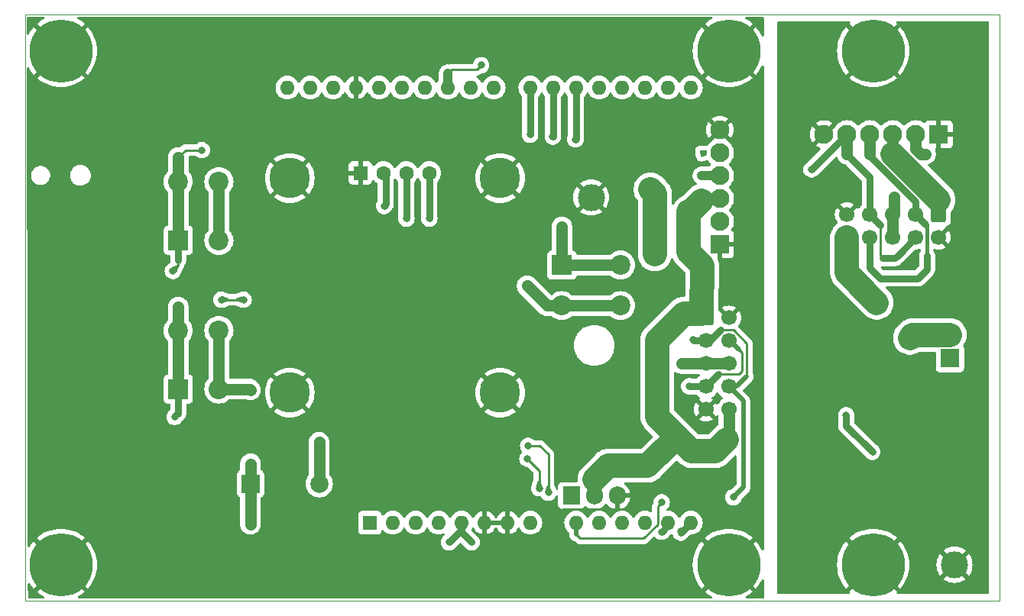
<source format=gbl>
G04 #@! TF.GenerationSoftware,KiCad,Pcbnew,8.0.6*
G04 #@! TF.CreationDate,2025-12-26T07:32:45-05:00*
G04 #@! TF.ProjectId,pcb_moonratII,7063625f-6d6f-46f6-9e72-617449492e6b,1.0*
G04 #@! TF.SameCoordinates,Original*
G04 #@! TF.FileFunction,Copper,L2,Bot*
G04 #@! TF.FilePolarity,Positive*
%FSLAX46Y46*%
G04 Gerber Fmt 4.6, Leading zero omitted, Abs format (unit mm)*
G04 Created by KiCad (PCBNEW 8.0.6) date 2025-12-26 07:32:45*
%MOMM*%
%LPD*%
G01*
G04 APERTURE LIST*
G04 Aperture macros list*
%AMRoundRect*
0 Rectangle with rounded corners*
0 $1 Rounding radius*
0 $2 $3 $4 $5 $6 $7 $8 $9 X,Y pos of 4 corners*
0 Add a 4 corners polygon primitive as box body*
4,1,4,$2,$3,$4,$5,$6,$7,$8,$9,$2,$3,0*
0 Add four circle primitives for the rounded corners*
1,1,$1+$1,$2,$3*
1,1,$1+$1,$4,$5*
1,1,$1+$1,$6,$7*
1,1,$1+$1,$8,$9*
0 Add four rect primitives between the rounded corners*
20,1,$1+$1,$2,$3,$4,$5,0*
20,1,$1+$1,$4,$5,$6,$7,0*
20,1,$1+$1,$6,$7,$8,$9,0*
20,1,$1+$1,$8,$9,$2,$3,0*%
G04 Aperture macros list end*
G04 #@! TA.AperFunction,ComponentPad*
%ADD10C,0.800000*%
G04 #@! TD*
G04 #@! TA.AperFunction,ComponentPad*
%ADD11C,7.000000*%
G04 #@! TD*
G04 #@! TA.AperFunction,ComponentPad*
%ADD12C,3.000000*%
G04 #@! TD*
G04 #@! TA.AperFunction,ComponentPad*
%ADD13R,2.200000X2.200000*%
G04 #@! TD*
G04 #@! TA.AperFunction,ComponentPad*
%ADD14C,2.200000*%
G04 #@! TD*
G04 #@! TA.AperFunction,ComponentPad*
%ADD15R,2.100000X2.100000*%
G04 #@! TD*
G04 #@! TA.AperFunction,ComponentPad*
%ADD16C,2.100000*%
G04 #@! TD*
G04 #@! TA.AperFunction,ComponentPad*
%ADD17RoundRect,0.250000X-0.600000X0.600000X-0.600000X-0.600000X0.600000X-0.600000X0.600000X0.600000X0*%
G04 #@! TD*
G04 #@! TA.AperFunction,ComponentPad*
%ADD18C,1.700000*%
G04 #@! TD*
G04 #@! TA.AperFunction,ComponentPad*
%ADD19R,1.905000X2.000000*%
G04 #@! TD*
G04 #@! TA.AperFunction,ComponentPad*
%ADD20O,1.905000X2.000000*%
G04 #@! TD*
G04 #@! TA.AperFunction,ComponentPad*
%ADD21R,2.000000X2.000000*%
G04 #@! TD*
G04 #@! TA.AperFunction,ComponentPad*
%ADD22C,2.000000*%
G04 #@! TD*
G04 #@! TA.AperFunction,ComponentPad*
%ADD23R,1.600000X1.600000*%
G04 #@! TD*
G04 #@! TA.AperFunction,ComponentPad*
%ADD24C,1.600000*%
G04 #@! TD*
G04 #@! TA.AperFunction,ComponentPad*
%ADD25C,4.500000*%
G04 #@! TD*
G04 #@! TA.AperFunction,ComponentPad*
%ADD26RoundRect,0.250000X-0.600000X-0.600000X0.600000X-0.600000X0.600000X0.600000X-0.600000X0.600000X0*%
G04 #@! TD*
G04 #@! TA.AperFunction,ComponentPad*
%ADD27O,1.600000X1.600000*%
G04 #@! TD*
G04 #@! TA.AperFunction,ViaPad*
%ADD28C,0.800000*%
G04 #@! TD*
G04 #@! TA.AperFunction,ViaPad*
%ADD29C,1.200000*%
G04 #@! TD*
G04 #@! TA.AperFunction,Conductor*
%ADD30C,1.000000*%
G04 #@! TD*
G04 #@! TA.AperFunction,Conductor*
%ADD31C,1.270000*%
G04 #@! TD*
G04 #@! TA.AperFunction,Conductor*
%ADD32C,0.762000*%
G04 #@! TD*
G04 #@! TA.AperFunction,Conductor*
%ADD33C,0.508000*%
G04 #@! TD*
G04 #@! TA.AperFunction,Conductor*
%ADD34C,0.254000*%
G04 #@! TD*
G04 #@! TA.AperFunction,Conductor*
%ADD35C,0.250000*%
G04 #@! TD*
G04 #@! TA.AperFunction,Conductor*
%ADD36C,2.700000*%
G04 #@! TD*
G04 #@! TA.AperFunction,Conductor*
%ADD37C,0.381000*%
G04 #@! TD*
G04 #@! TA.AperFunction,Profile*
%ADD38C,0.100000*%
G04 #@! TD*
G04 APERTURE END LIST*
D10*
G04 #@! TO.P,H2,1,1*
G04 #@! TO.N,GND*
X51375000Y-146000000D03*
X52143845Y-144143845D03*
X52143845Y-147856155D03*
X54000000Y-143375000D03*
D11*
X54000000Y-146000000D03*
D10*
X54000000Y-148625000D03*
X55856155Y-144143845D03*
X55856155Y-147856155D03*
X56625000Y-146000000D03*
G04 #@! TD*
D12*
G04 #@! TO.P,TP2,1,1*
G04 #@! TO.N,GND1*
X153000000Y-146000000D03*
G04 #@! TD*
D13*
G04 #@! TO.P,SW1,1,1*
G04 #@! TO.N,BTN_DOWN*
X67000000Y-110000000D03*
D14*
G04 #@! TO.P,SW1,2,2*
X67000000Y-103500000D03*
G04 #@! TO.P,SW1,3,K*
G04 #@! TO.N,+5V*
X71500000Y-110000000D03*
G04 #@! TO.P,SW1,4,A*
X71500000Y-103500000D03*
G04 #@! TD*
D10*
G04 #@! TO.P,H3,1,1*
G04 #@! TO.N,GND*
X125375000Y-146000000D03*
X126143845Y-144143845D03*
X126143845Y-147856155D03*
X128000000Y-143375000D03*
D11*
X128000000Y-146000000D03*
D10*
X128000000Y-148625000D03*
X129856155Y-144143845D03*
X129856155Y-147856155D03*
X130625000Y-146000000D03*
G04 #@! TD*
D15*
G04 #@! TO.P,J9,1,Pin_1*
G04 #@! TO.N,GND1*
X151250000Y-98250000D03*
D16*
G04 #@! TO.P,J9,2,Pin_2*
G04 #@! TO.N,VCCQ*
X148710000Y-98250000D03*
G04 #@! TO.P,J9,3,Pin_3*
G04 #@! TO.N,HeaterDrive_IB*
X146170000Y-98250000D03*
G04 #@! TO.P,J9,4,Pin_4*
G04 #@! TO.N,+5P*
X143630000Y-98250000D03*
G04 #@! TO.P,J9,5,Pin_5*
G04 #@! TO.N,TempOut_IB*
X141090000Y-98250000D03*
G04 #@! TO.P,J9,6,Pin_6*
G04 #@! TO.N,GND1*
X138550000Y-98250000D03*
G04 #@! TD*
D17*
G04 #@! TO.P,J10,1,Pin_1*
G04 #@! TO.N,HeaterDrive_IB*
X151250000Y-107125000D03*
D18*
G04 #@! TO.P,J10,2,Pin_2*
G04 #@! TO.N,GND1*
X151250000Y-109665000D03*
G04 #@! TO.P,J10,3,Pin_3*
G04 #@! TO.N,+5P*
X148710000Y-107125000D03*
G04 #@! TO.P,J10,4,Pin_4*
G04 #@! TO.N,TempOut_IB*
X148710000Y-109665000D03*
G04 #@! TO.P,J10,5,Pin_5*
G04 #@! TO.N,VCCQ*
X146170000Y-107125000D03*
G04 #@! TO.P,J10,6,Pin_6*
X146170000Y-109665000D03*
G04 #@! TO.P,J10,7,Pin_7*
G04 #@! TO.N,TempOut_IB*
X143630000Y-107125000D03*
G04 #@! TO.P,J10,8,Pin_8*
G04 #@! TO.N,+5P*
X143630000Y-109665000D03*
G04 #@! TO.P,J10,9,Pin_9*
G04 #@! TO.N,GND1*
X141090000Y-107125000D03*
G04 #@! TO.P,J10,10,Pin_10*
G04 #@! TO.N,HeaterDrive_IB*
X141090000Y-109665000D03*
G04 #@! TD*
D13*
G04 #@! TO.P,SW3,1,1*
G04 #@! TO.N,BTN_UP*
X67000000Y-126500000D03*
D14*
G04 #@! TO.P,SW3,2,2*
X67000000Y-120000000D03*
G04 #@! TO.P,SW3,3,K*
G04 #@! TO.N,+5V*
X71500000Y-126500000D03*
G04 #@! TO.P,SW3,4,A*
X71500000Y-120000000D03*
G04 #@! TD*
D15*
G04 #@! TO.P,J6,1,Pin_1*
G04 #@! TO.N,GND*
X127000000Y-110450000D03*
D16*
G04 #@! TO.P,J6,2,Pin_2*
G04 #@! TO.N,VCC*
X127000000Y-107910000D03*
G04 #@! TO.P,J6,3,Pin_3*
G04 #@! TO.N,HeaterDrive*
X127000000Y-105370000D03*
G04 #@! TO.P,J6,4,Pin_4*
G04 #@! TO.N,+5V*
X127000000Y-102830000D03*
G04 #@! TO.P,J6,5,Pin_5*
G04 #@! TO.N,TempOut*
X127000000Y-100290000D03*
G04 #@! TO.P,J6,6,Pin_6*
G04 #@! TO.N,GND*
X127000000Y-97750000D03*
G04 #@! TD*
D12*
G04 #@! TO.P,TP1,1,1*
G04 #@! TO.N,GND*
X112749993Y-105250005D03*
G04 #@! TD*
D15*
G04 #@! TO.P,J11,1,Pin_1*
G04 #@! TO.N,VCCQ*
X152500000Y-123099714D03*
D16*
G04 #@! TO.P,J11,2,Pin_2*
G04 #@! TO.N,Net-(D1-A)*
X152500000Y-120559714D03*
G04 #@! TD*
D10*
G04 #@! TO.P,H6,1,1*
G04 #@! TO.N,GND1*
X141375000Y-146000000D03*
X142143845Y-144143845D03*
X142143845Y-147856155D03*
X144000000Y-143375000D03*
D11*
X144000000Y-146000000D03*
D10*
X144000000Y-148625000D03*
X145856155Y-144143845D03*
X145856155Y-147856155D03*
X146625000Y-146000000D03*
G04 #@! TD*
D19*
G04 #@! TO.P,Q1,1,G*
G04 #@! TO.N,HEATER_ON*
X110550000Y-138329714D03*
D20*
G04 #@! TO.P,Q1,2,D*
G04 #@! TO.N,HeaterDrive*
X113090000Y-138329714D03*
G04 #@! TO.P,Q1,3,S*
G04 #@! TO.N,GND*
X115630000Y-138329714D03*
G04 #@! TD*
D10*
G04 #@! TO.P,H4,1,1*
G04 #@! TO.N,GND*
X125375000Y-89000000D03*
X126143845Y-87143845D03*
X126143845Y-90856155D03*
X128000000Y-86375000D03*
D11*
X128000000Y-89000000D03*
D10*
X128000000Y-91625000D03*
X129856155Y-87143845D03*
X129856155Y-90856155D03*
X130625000Y-89000000D03*
G04 #@! TD*
G04 #@! TO.P,H1,1,1*
G04 #@! TO.N,GND*
X51375000Y-89000000D03*
X52143845Y-87143845D03*
X52143845Y-90856155D03*
X54000000Y-86375000D03*
D11*
X54000000Y-89000000D03*
D10*
X54000000Y-91625000D03*
X55856155Y-87143845D03*
X55856155Y-90856155D03*
X56625000Y-89000000D03*
G04 #@! TD*
D21*
G04 #@! TO.P,BZ1,1,-*
G04 #@! TO.N,+5V*
X75000000Y-137000000D03*
D22*
G04 #@! TO.P,BZ1,2,+*
G04 #@! TO.N,Net-(BZ1-+)*
X82620000Y-137000000D03*
G04 #@! TD*
D23*
G04 #@! TO.P,J2,1,Pin_1*
G04 #@! TO.N,GND*
X87190000Y-102540000D03*
D24*
G04 #@! TO.P,J2,2,Pin_2*
G04 #@! TO.N,+5V*
X89730000Y-102540000D03*
G04 #@! TO.P,J2,3,Pin_3*
G04 #@! TO.N,SCL*
X92270000Y-102540000D03*
G04 #@! TO.P,J2,4,Pin_4*
G04 #@! TO.N,SDA*
X94810000Y-102540000D03*
D25*
G04 #@! TO.P,J2,5,Pin_5*
G04 #@! TO.N,GND*
X79350000Y-103100000D03*
G04 #@! TO.P,J2,6,Pin_6*
X102650000Y-103100000D03*
G04 #@! TO.P,J2,7,Pin_7*
X79350000Y-126900000D03*
G04 #@! TO.P,J2,8,Pin_8*
X102650000Y-126900000D03*
G04 #@! TD*
D13*
G04 #@! TO.P,SW2,1,1*
G04 #@! TO.N,BTN_SELECT*
X109500000Y-112750000D03*
D14*
G04 #@! TO.P,SW2,2,2*
X116000000Y-112750000D03*
G04 #@! TO.P,SW2,3,K*
G04 #@! TO.N,+5V*
X109500000Y-117250000D03*
G04 #@! TO.P,SW2,4,A*
X116000000Y-117250000D03*
G04 #@! TD*
D10*
G04 #@! TO.P,H5,1,1*
G04 #@! TO.N,GND1*
X141375000Y-89000000D03*
X142143845Y-87143845D03*
X142143845Y-90856155D03*
X144000000Y-86375000D03*
D11*
X144000000Y-89000000D03*
D10*
X144000000Y-91625000D03*
X145856155Y-87143845D03*
X145856155Y-90856155D03*
X146625000Y-89000000D03*
G04 #@! TD*
D26*
G04 #@! TO.P,J5,1,Pin_1*
G04 #@! TO.N,HeaterDrive*
X125460000Y-118600000D03*
D18*
G04 #@! TO.P,J5,2,Pin_2*
G04 #@! TO.N,GND*
X128000000Y-118600000D03*
G04 #@! TO.P,J5,3,Pin_3*
G04 #@! TO.N,+5V*
X125460000Y-121140000D03*
G04 #@! TO.P,J5,4,Pin_4*
G04 #@! TO.N,TempOut*
X128000000Y-121140000D03*
G04 #@! TO.P,J5,5,Pin_5*
G04 #@! TO.N,VCC*
X125460000Y-123680000D03*
G04 #@! TO.P,J5,6,Pin_6*
X128000000Y-123680000D03*
G04 #@! TO.P,J5,7,Pin_7*
G04 #@! TO.N,TempOut*
X125460000Y-126220000D03*
G04 #@! TO.P,J5,8,Pin_8*
G04 #@! TO.N,+5V*
X128000000Y-126220000D03*
G04 #@! TO.P,J5,9,Pin_9*
G04 #@! TO.N,GND*
X125460000Y-128760000D03*
G04 #@! TO.P,J5,10,Pin_10*
G04 #@! TO.N,HeaterDrive*
X128000000Y-128760000D03*
G04 #@! TD*
D23*
G04 #@! TO.P,A1,1,NC*
G04 #@! TO.N,unconnected-(A1-NC-Pad1)*
X88225000Y-141330000D03*
D27*
G04 #@! TO.P,A1,2,IOREF*
G04 #@! TO.N,unconnected-(A1-IOREF-Pad2)*
X90765000Y-141330000D03*
G04 #@! TO.P,A1,3,~{RESET}*
G04 #@! TO.N,unconnected-(A1-~{RESET}-Pad3)*
X93305000Y-141330000D03*
G04 #@! TO.P,A1,4,3V3*
G04 #@! TO.N,unconnected-(A1-3V3-Pad4)*
X95845000Y-141330000D03*
G04 #@! TO.P,A1,5,+5V*
G04 #@! TO.N,+5V*
X98385000Y-141330000D03*
G04 #@! TO.P,A1,6,GND*
G04 #@! TO.N,GND*
X100925000Y-141330000D03*
G04 #@! TO.P,A1,7,GND*
X103465000Y-141330000D03*
G04 #@! TO.P,A1,8,VIN*
G04 #@! TO.N,VCC*
X106005000Y-141330000D03*
G04 #@! TO.P,A1,9,A0*
G04 #@! TO.N,TEMP_IN*
X111085000Y-141330000D03*
G04 #@! TO.P,A1,10,A1*
G04 #@! TO.N,unconnected-(A1-A1-Pad10)*
X113625000Y-141330000D03*
G04 #@! TO.P,A1,11,A2*
G04 #@! TO.N,unconnected-(A1-A2-Pad11)*
X116165000Y-141330000D03*
G04 #@! TO.P,A1,12,A3*
G04 #@! TO.N,unconnected-(A1-A3-Pad12)*
X118705000Y-141330000D03*
G04 #@! TO.P,A1,13,SDA/A4*
G04 #@! TO.N,SDA*
X121245000Y-141330000D03*
G04 #@! TO.P,A1,14,SCL/A5*
G04 #@! TO.N,SCL*
X123785000Y-141330000D03*
G04 #@! TO.P,A1,15,D0/RX*
G04 #@! TO.N,unconnected-(A1-D0{slash}RX-Pad15)*
X123785000Y-93070000D03*
G04 #@! TO.P,A1,16,D1/TX*
G04 #@! TO.N,unconnected-(A1-D1{slash}TX-Pad16)*
X121245000Y-93070000D03*
G04 #@! TO.P,A1,17,D2*
G04 #@! TO.N,unconnected-(A1-D2-Pad17)*
X118705000Y-93070000D03*
G04 #@! TO.P,A1,18,D3*
G04 #@! TO.N,unconnected-(A1-D3-Pad18)*
X116165000Y-93070000D03*
G04 #@! TO.P,A1,19,D4*
G04 #@! TO.N,unconnected-(A1-D4-Pad19)*
X113625000Y-93070000D03*
G04 #@! TO.P,A1,20,D5*
G04 #@! TO.N,BTN_SELECT*
X111085000Y-93070000D03*
G04 #@! TO.P,A1,21,D6*
G04 #@! TO.N,BTN_UP*
X108545000Y-93070000D03*
G04 #@! TO.P,A1,22,D7*
G04 #@! TO.N,BTN_DOWN*
X106005000Y-93070000D03*
G04 #@! TO.P,A1,23,D8*
G04 #@! TO.N,Net-(A1-D8)*
X101945000Y-93070000D03*
G04 #@! TO.P,A1,24,D9*
G04 #@! TO.N,BUZZER_ON*
X99405000Y-93070000D03*
G04 #@! TO.P,A1,25,D10*
G04 #@! TO.N,Net-(A1-D10)*
X96865000Y-93070000D03*
G04 #@! TO.P,A1,26,D11*
G04 #@! TO.N,unconnected-(A1-D11-Pad26)*
X94325000Y-93070000D03*
G04 #@! TO.P,A1,27,D12*
G04 #@! TO.N,unconnected-(A1-D12-Pad27)*
X91785000Y-93070000D03*
G04 #@! TO.P,A1,28,D13*
G04 #@! TO.N,unconnected-(A1-D13-Pad28)*
X89245000Y-93070000D03*
G04 #@! TO.P,A1,29,GND*
G04 #@! TO.N,GND*
X86705000Y-93070000D03*
G04 #@! TO.P,A1,30,AREF*
G04 #@! TO.N,unconnected-(A1-AREF-Pad30)*
X84165000Y-93070000D03*
G04 #@! TO.P,A1,31,SDA/A4*
G04 #@! TO.N,unconnected-(A1-SDA{slash}A4-Pad31)*
X81625000Y-93070000D03*
G04 #@! TO.P,A1,32,SCL/A5*
G04 #@! TO.N,unconnected-(A1-SCL{slash}A5-Pad32)*
X79085000Y-93070000D03*
G04 #@! TD*
D28*
G04 #@! TO.N,+5V*
X75000000Y-126600000D03*
X128500000Y-138500000D03*
X124019000Y-121000951D03*
X75000000Y-134800000D03*
X125000000Y-102830000D03*
X99500000Y-143500000D03*
X105650000Y-115200000D03*
X89800000Y-106200000D03*
X97000000Y-143500000D03*
X75000000Y-141500000D03*
G04 #@! TO.N,GND*
X126700000Y-127800000D03*
X97800000Y-109200000D03*
X104050000Y-133725000D03*
X103934000Y-91707714D03*
X93120000Y-126229714D03*
X87931998Y-94120714D03*
X118616155Y-118231000D03*
X107000000Y-111000000D03*
X125000000Y-130500000D03*
X117800000Y-137829714D03*
X77264000Y-93739714D03*
X116200000Y-102200000D03*
X128300000Y-136829714D03*
X121550000Y-136829714D03*
X96040000Y-132419714D03*
X85392000Y-94120714D03*
X122550000Y-100079714D03*
X117400000Y-110400000D03*
X88059000Y-91834714D03*
X99200000Y-103329714D03*
X106100000Y-103600000D03*
X117300000Y-107200000D03*
X127800000Y-113829714D03*
X93600000Y-110200000D03*
X101250879Y-98384281D03*
X70406000Y-93231714D03*
X126800000Y-135829714D03*
X128050000Y-116329714D03*
X124050000Y-138079714D03*
X123489658Y-128574284D03*
D29*
G04 #@! TO.N,VCC*
X119800000Y-111579714D03*
D28*
X122784000Y-123680000D03*
D29*
X119309576Y-104339290D03*
D28*
G04 #@! TO.N,TEMP_IN*
X120550000Y-139079714D03*
G04 #@! TO.N,SDA*
X120550000Y-142329714D03*
X108000000Y-138000000D03*
X105765000Y-132799444D03*
X94810000Y-107600000D03*
G04 #@! TO.N,SCL*
X107000000Y-137500000D03*
X105680000Y-134229714D03*
X92270000Y-107600000D03*
X122660000Y-142265500D03*
G04 #@! TO.N,BTN_SELECT*
X110999997Y-98819717D03*
X109500000Y-108500000D03*
G04 #@! TO.N,BTN_UP*
X67000000Y-117400000D03*
X108500000Y-98519712D03*
X74234500Y-116600000D03*
X71765500Y-116600000D03*
X66600000Y-129600000D03*
G04 #@! TO.N,BTN_DOWN*
X69600000Y-100000000D03*
X66400000Y-113400000D03*
X105980000Y-98279714D03*
G04 #@! TO.N,Net-(A1-D10)*
X100550000Y-90579714D03*
G04 #@! TO.N,HeaterDrive*
X125000000Y-105600000D03*
G04 #@! TO.N,Net-(BZ1-+)*
X82600000Y-132400000D03*
G04 #@! TO.N,TempOut*
X123600000Y-126200000D03*
D29*
G04 #@! TO.N,Net-(D1-A)*
X148050000Y-120829714D03*
G04 #@! TO.N,HeaterDrive_IB*
X144400001Y-116929715D03*
D28*
G04 #@! TO.N,GND1*
X139800000Y-102579714D03*
X138430000Y-109220000D03*
X147100000Y-140429714D03*
X143403516Y-139126198D03*
X148590000Y-112395000D03*
X143600000Y-135029714D03*
X141951122Y-105005524D03*
X149146000Y-139078714D03*
X139065000Y-106045000D03*
D29*
G04 #@! TO.N,VCCQ*
X149800050Y-100450000D03*
X146304000Y-105156000D03*
D28*
G04 #@! TO.N,+5P*
X143900000Y-133475214D03*
X144800000Y-114229714D03*
X141000000Y-129429714D03*
G04 #@! TO.N,TempOut_IB*
X137160000Y-102158800D03*
G04 #@! TD*
D30*
G04 #@! TO.N,+5V*
X125000000Y-102830000D02*
X127000000Y-102830000D01*
D31*
X71500000Y-120000000D02*
X71500000Y-126500000D01*
D32*
X98385000Y-141330000D02*
X98385000Y-142115000D01*
X89800000Y-106200000D02*
X90000000Y-106000000D01*
D33*
X129604000Y-127824000D02*
X128000000Y-126220000D01*
D32*
X125873000Y-121140000D02*
X127050000Y-119963000D01*
X97000000Y-143500000D02*
X98385000Y-142115000D01*
X125460000Y-121140000D02*
X125873000Y-121140000D01*
D31*
X75000000Y-137000000D02*
X75000000Y-141500000D01*
D32*
X99500000Y-143500000D02*
X98385000Y-142385000D01*
D31*
X105650000Y-115050000D02*
X107850000Y-117250000D01*
D32*
X125460000Y-121140000D02*
X124158049Y-121140000D01*
X90000000Y-106000000D02*
X90000000Y-102810000D01*
D31*
X75000000Y-137000000D02*
X75000000Y-134800000D01*
D33*
X128500000Y-138500000D02*
X129604000Y-137396000D01*
D34*
X130000000Y-121475470D02*
X128487530Y-119963000D01*
D32*
X98385000Y-142385000D02*
X98385000Y-141330000D01*
D31*
X71500000Y-103500000D02*
X71500000Y-110000000D01*
D33*
X129604000Y-137396000D02*
X129604000Y-127824000D01*
D31*
X74900000Y-126500000D02*
X75000000Y-126600000D01*
X109500000Y-117250000D02*
X116000000Y-117250000D01*
D32*
X90000000Y-102810000D02*
X89730000Y-102540000D01*
D31*
X71500000Y-126500000D02*
X74900000Y-126500000D01*
D34*
X128880000Y-126220000D02*
X128000000Y-126220000D01*
X128487530Y-119963000D02*
X127050000Y-119963000D01*
D33*
X130000000Y-125100000D02*
X128880000Y-126220000D01*
D31*
X107850000Y-117250000D02*
X109500000Y-117250000D01*
D32*
X124158049Y-121140000D02*
X124019000Y-121000951D01*
D34*
X130000000Y-125100000D02*
X130000000Y-121475470D01*
D35*
G04 #@! TO.N,GND*
X117790000Y-138329714D02*
X115630000Y-138329714D01*
X109649000Y-139840714D02*
X117777000Y-139840714D01*
X103426000Y-143650714D02*
X104061000Y-144285714D01*
X108252000Y-141237714D02*
X109649000Y-139840714D01*
X107744000Y-144285714D02*
X108252000Y-143777714D01*
X118285000Y-139332714D02*
X118285000Y-138824714D01*
X117777000Y-139840714D02*
X118285000Y-139332714D01*
X104061000Y-144285714D02*
X107744000Y-144285714D01*
X108252000Y-143777714D02*
X108252000Y-141237714D01*
X118285000Y-138824714D02*
X117790000Y-138329714D01*
X103465000Y-143611714D02*
X103426000Y-143650714D01*
X103465000Y-141330000D02*
X103465000Y-143611714D01*
D31*
G04 #@! TO.N,VCC*
X125460000Y-123680000D02*
X125499000Y-123641000D01*
X125460000Y-123680000D02*
X122784000Y-123680000D01*
X127961000Y-123641000D02*
X128000000Y-123680000D01*
D36*
X119800000Y-111579714D02*
X119800000Y-104829714D01*
X119800000Y-104829714D02*
X119309576Y-104339290D01*
D31*
X125499000Y-123641000D02*
X127961000Y-123641000D01*
D35*
G04 #@! TO.N,TEMP_IN*
X120120000Y-141505991D02*
X120120000Y-139509714D01*
X118546277Y-143079714D02*
X120120000Y-141505991D01*
D33*
X111085000Y-142614714D02*
X111085000Y-141330000D01*
D35*
X120120000Y-139509714D02*
X120550000Y-139079714D01*
X111550000Y-143079714D02*
X111085000Y-142614714D01*
X118546277Y-143079714D02*
X111550000Y-143079714D01*
D32*
G04 #@! TO.N,SDA*
X121245000Y-141634714D02*
X120550000Y-142329714D01*
D35*
X108000000Y-133750000D02*
X107049444Y-132799444D01*
D32*
X94810000Y-102540000D02*
X94810000Y-107600000D01*
X121245000Y-141330000D02*
X121245000Y-141634714D01*
D35*
X107049444Y-132799444D02*
X105765000Y-132799444D01*
X108000000Y-138000000D02*
X108000000Y-133750000D01*
D32*
G04 #@! TO.N,SCL*
X123785000Y-141330000D02*
X122660000Y-142455000D01*
D35*
X107000000Y-137500000D02*
X107000000Y-135549714D01*
D32*
X92270000Y-107600000D02*
X92270000Y-102540000D01*
D35*
X107000000Y-135549714D02*
X105680000Y-134229714D01*
D31*
G04 #@! TO.N,BTN_SELECT*
X109500000Y-112750000D02*
X116000000Y-112750000D01*
D32*
X111085000Y-93070000D02*
X111085000Y-98734714D01*
X111085000Y-98734714D02*
X110999997Y-98819717D01*
D31*
X109500000Y-108500000D02*
X109500000Y-112750000D01*
G04 #@! TO.N,BTN_UP*
X67000000Y-117400000D02*
X67000000Y-120000000D01*
D35*
X66600000Y-129600000D02*
X67000000Y-129200000D01*
D31*
X67000000Y-120000000D02*
X67000000Y-126500000D01*
D32*
X108500000Y-98519712D02*
X108545000Y-98474712D01*
X67000000Y-129200000D02*
X67000000Y-126500000D01*
X108545000Y-98474712D02*
X108545000Y-93070000D01*
D35*
X71765500Y-116600000D02*
X74234500Y-116600000D01*
D31*
G04 #@! TO.N,BTN_DOWN*
X67000000Y-103500000D02*
X67000000Y-100800000D01*
D32*
X67000000Y-112200000D02*
X67000000Y-110000000D01*
D35*
X67000000Y-112800000D02*
X67000000Y-112200000D01*
D34*
X67800000Y-100000000D02*
X69600000Y-100000000D01*
X67000000Y-100800000D02*
X67800000Y-100000000D01*
D32*
X106005000Y-98254714D02*
X106005000Y-93070000D01*
X105980000Y-98279714D02*
X106005000Y-98254714D01*
D31*
X67000000Y-103500000D02*
X67000000Y-110000000D01*
D35*
X66400000Y-113400000D02*
X67000000Y-112800000D01*
G04 #@! TO.N,Net-(A1-D10)*
X96865000Y-91514714D02*
X97300000Y-91079714D01*
D30*
X96865000Y-93070000D02*
X96865000Y-91514714D01*
D35*
X97300000Y-91079714D02*
X100050000Y-91079714D01*
X100050000Y-91079714D02*
X100550000Y-90579714D01*
D36*
G04 #@! TO.N,HeaterDrive*
X122000000Y-131500000D02*
X123900000Y-133400000D01*
D31*
X125460000Y-118599998D02*
X125000002Y-118140000D01*
D36*
X125050000Y-112829714D02*
X125000000Y-112829708D01*
D37*
X125230000Y-105370000D02*
X125000000Y-105600000D01*
D31*
X128000000Y-128760000D02*
X128000000Y-131879714D01*
D36*
X123550000Y-106829714D02*
X123770286Y-106829714D01*
D31*
X127000000Y-105370000D02*
X125230000Y-105370000D01*
D36*
X120050000Y-129550000D02*
X120050000Y-121079714D01*
X126479714Y-133400000D02*
X127800000Y-132079714D01*
X122989714Y-118140000D02*
X125000002Y-118140000D01*
X114629714Y-135000000D02*
X113090000Y-136539714D01*
D32*
X128000000Y-131879714D02*
X127800000Y-132079714D01*
D36*
X122000000Y-131500000D02*
X120050000Y-129550000D01*
D31*
X113090000Y-136539714D02*
X113090000Y-138329714D01*
X125460000Y-118600000D02*
X125460000Y-118599998D01*
D36*
X123550000Y-111329714D02*
X123550000Y-106829714D01*
X123770286Y-106829714D02*
X125000000Y-105600000D01*
X119000000Y-135000000D02*
X114629714Y-135000000D01*
X125050000Y-112829714D02*
X123550000Y-111329714D01*
X125000000Y-118140000D02*
X125050000Y-112829714D01*
D32*
X122000000Y-132000000D02*
X122000000Y-131500000D01*
D36*
X122000000Y-132000000D02*
X119000000Y-135000000D01*
X120050000Y-121079714D02*
X122989714Y-118140000D01*
X123900000Y-133400000D02*
X126479714Y-133400000D01*
D31*
G04 #@! TO.N,Net-(BZ1-+)*
X82620000Y-137000000D02*
X82600000Y-136980000D01*
X82600000Y-136980000D02*
X82600000Y-132400000D01*
D33*
G04 #@! TO.N,TempOut*
X128000000Y-121140000D02*
X128140000Y-121140000D01*
D34*
X129500000Y-122500000D02*
X129500000Y-124500000D01*
X129500000Y-124500000D02*
X129143000Y-124857000D01*
D33*
X128140000Y-121140000D02*
X129100000Y-122100000D01*
X123780000Y-126220000D02*
X123800000Y-126200000D01*
D34*
X129143000Y-124857000D02*
X126823000Y-124857000D01*
X129100000Y-122100000D02*
X129500000Y-122500000D01*
D33*
X123800000Y-126200000D02*
X123600000Y-126200000D01*
D32*
X125460000Y-126220000D02*
X123780000Y-126220000D01*
X126823000Y-124857000D02*
X125460000Y-126220000D01*
D36*
G04 #@! TO.N,Net-(D1-A)*
X148050000Y-120829714D02*
X148380000Y-120499714D01*
X148380000Y-120499714D02*
X152500000Y-120499714D01*
G04 #@! TO.N,HeaterDrive_IB*
X141090000Y-109665000D02*
X141090000Y-113619714D01*
X146170000Y-100450000D02*
X151250000Y-105530000D01*
D33*
X146304000Y-98552000D02*
X146304000Y-98384000D01*
D36*
X141090000Y-113619714D02*
X144400001Y-116929715D01*
D32*
X151250000Y-105530000D02*
X151250000Y-107125000D01*
D33*
X146304000Y-98384000D02*
X146170000Y-98250000D01*
D31*
X146170000Y-98250000D02*
X146170000Y-100450000D01*
D35*
G04 #@! TO.N,VCCQ*
X148710000Y-99600497D02*
X148710000Y-99860000D01*
D31*
X148710000Y-99860000D02*
X149300000Y-100450000D01*
X149300000Y-100450000D02*
X149800050Y-100450000D01*
D35*
X148978000Y-100450000D02*
X149800050Y-100450000D01*
D31*
X146170000Y-107125000D02*
X146170000Y-109665000D01*
D35*
X146304000Y-106991000D02*
X146170000Y-107125000D01*
D31*
X148710000Y-98250000D02*
X148710000Y-99860000D01*
D35*
X148844000Y-100584000D02*
X148978000Y-100450000D01*
X148776117Y-100450000D02*
X149800050Y-100450000D01*
D31*
X146304000Y-105156000D02*
X146304000Y-106991000D01*
D32*
G04 #@! TO.N,+5P*
X143630000Y-100659714D02*
X148710000Y-105739714D01*
X148710000Y-105739714D02*
X148710000Y-107125000D01*
X143630000Y-100450000D02*
X143630000Y-100659714D01*
X143630000Y-113099200D02*
X144760514Y-114229714D01*
X143630000Y-109665000D02*
X143630000Y-113099200D01*
D31*
X143630000Y-98250000D02*
X143630000Y-100450000D01*
D32*
X149950500Y-111700000D02*
X149950500Y-113249500D01*
D35*
X149885000Y-108229000D02*
X149860000Y-108204000D01*
D32*
X149789000Y-108204000D02*
X148710000Y-107125000D01*
X141000000Y-129429714D02*
X141000000Y-130575214D01*
X141000000Y-130575214D02*
X143900000Y-133475214D01*
X149950500Y-113249500D02*
X148970286Y-114229714D01*
D37*
X149950500Y-111700000D02*
X149950500Y-108294500D01*
D35*
X149860000Y-108204000D02*
X149789000Y-108204000D01*
D32*
X144800000Y-114229714D02*
X144760514Y-114229714D01*
X148970286Y-114229714D02*
X144800000Y-114229714D01*
G04 #@! TO.N,TempOut_IB*
X143630000Y-102990000D02*
X141090000Y-100450000D01*
X141068800Y-98250000D02*
X137160000Y-102158800D01*
D34*
X144807000Y-108302000D02*
X144807000Y-111733000D01*
D31*
X141090000Y-100450000D02*
X141090000Y-98250000D01*
D32*
X145074000Y-112000000D02*
X146375000Y-112000000D01*
D34*
X146375000Y-112000000D02*
X146615000Y-111760000D01*
D32*
X143630000Y-107125000D02*
X144807000Y-108302000D01*
X143630000Y-107125000D02*
X143630000Y-102990000D01*
X146615000Y-111760000D02*
X148710000Y-109665000D01*
D34*
X144807000Y-111733000D02*
X145074000Y-112000000D01*
G04 #@! TD*
G04 #@! TA.AperFunction,Conductor*
G04 #@! TO.N,BTN_DOWN*
G36*
X66883014Y-112751643D02*
G01*
X67048356Y-112916985D01*
X67051783Y-112925258D01*
X67050747Y-112930071D01*
X66774206Y-113542760D01*
X66767679Y-113548891D01*
X66759090Y-113548767D01*
X66403804Y-113402563D01*
X66397457Y-113396245D01*
X66397436Y-113396195D01*
X66251232Y-113040909D01*
X66251253Y-113031955D01*
X66257237Y-113025794D01*
X66869928Y-112749251D01*
X66878878Y-112748972D01*
X66883014Y-112751643D01*
G37*
G04 #@! TD.AperFunction*
G04 #@! TD*
G04 #@! TA.AperFunction,Conductor*
G04 #@! TO.N,GND*
G36*
X52681457Y-147156331D02*
G01*
X52843669Y-147318543D01*
X52951934Y-147401617D01*
X52355786Y-147997765D01*
X52393845Y-147905883D01*
X52393845Y-147806427D01*
X52355785Y-147714541D01*
X52285459Y-147644215D01*
X52193573Y-147606155D01*
X52094117Y-147606155D01*
X52002231Y-147644215D01*
X51931905Y-147714541D01*
X51893845Y-147806427D01*
X51893845Y-147905883D01*
X51931905Y-147997769D01*
X52002231Y-148068095D01*
X52094117Y-148106155D01*
X52193573Y-148106155D01*
X52285455Y-148068096D01*
X51353622Y-148999929D01*
X51353622Y-148999930D01*
X51459367Y-149095771D01*
X51775041Y-149329890D01*
X52086140Y-149516356D01*
X52133522Y-149567705D01*
X52145620Y-149636519D01*
X52118594Y-149700950D01*
X52061025Y-149740542D01*
X52022391Y-149746714D01*
X50463756Y-149746714D01*
X50396717Y-149727029D01*
X50350962Y-149674225D01*
X50339756Y-149622958D01*
X50339721Y-149605067D01*
X50336792Y-148117168D01*
X50356344Y-148050095D01*
X50409058Y-148004236D01*
X50478196Y-147994157D01*
X50541809Y-148023056D01*
X50567149Y-148053180D01*
X50670109Y-148224958D01*
X50904228Y-148540632D01*
X51000068Y-148646376D01*
X51000069Y-148646376D01*
X52598380Y-147048064D01*
X52681457Y-147156331D01*
G37*
G04 #@! TD.AperFunction*
G04 #@! TA.AperFunction,Conductor*
G36*
X102999075Y-141137007D02*
G01*
X102965000Y-141264174D01*
X102965000Y-141395826D01*
X102999075Y-141522993D01*
X103031988Y-141580000D01*
X101358012Y-141580000D01*
X101390925Y-141522993D01*
X101425000Y-141395826D01*
X101425000Y-141264174D01*
X101390925Y-141137007D01*
X101358012Y-141080000D01*
X103031988Y-141080000D01*
X102999075Y-141137007D01*
G37*
G04 #@! TD.AperFunction*
G04 #@! TA.AperFunction,Conductor*
G36*
X112136115Y-139491336D02*
G01*
X112149566Y-139499845D01*
X112324269Y-139626774D01*
X112421078Y-139676100D01*
X112529166Y-139731174D01*
X112529168Y-139731174D01*
X112529171Y-139731176D01*
X112646404Y-139769267D01*
X112747881Y-139802240D01*
X112975012Y-139838214D01*
X113194893Y-139838214D01*
X113261932Y-139857899D01*
X113307687Y-139910703D01*
X113317631Y-139979861D01*
X113288606Y-140043417D01*
X113229828Y-140081191D01*
X113226986Y-140081989D01*
X113175764Y-140095713D01*
X113175750Y-140095718D01*
X112968254Y-140192475D01*
X112968252Y-140192476D01*
X112968251Y-140192477D01*
X112780700Y-140323802D01*
X112780698Y-140323803D01*
X112780695Y-140323806D01*
X112618806Y-140485695D01*
X112487476Y-140673251D01*
X112467382Y-140716345D01*
X112421209Y-140768784D01*
X112354016Y-140787936D01*
X112287135Y-140767720D01*
X112242618Y-140716345D01*
X112222523Y-140673251D01*
X112091198Y-140485700D01*
X111929300Y-140323802D01*
X111741749Y-140192477D01*
X111712303Y-140178746D01*
X111534249Y-140095718D01*
X111534235Y-140095713D01*
X111483014Y-140081989D01*
X111423353Y-140045624D01*
X111392824Y-139982777D01*
X111401119Y-139913402D01*
X111445604Y-139859524D01*
X111512156Y-139838249D01*
X111515107Y-139838214D01*
X111551138Y-139838214D01*
X111551154Y-139838213D01*
X111578192Y-139835305D01*
X111611701Y-139831703D01*
X111748704Y-139780603D01*
X111865761Y-139692975D01*
X111953389Y-139575918D01*
X111960507Y-139556833D01*
X112002377Y-139500901D01*
X112067842Y-139476484D01*
X112136115Y-139491336D01*
G37*
G04 #@! TD.AperFunction*
G04 #@! TA.AperFunction,Conductor*
G36*
X122105386Y-124600402D02*
G01*
X122184670Y-124658006D01*
X122184672Y-124658007D01*
X122184675Y-124658009D01*
X122260094Y-124696437D01*
X122345047Y-124739723D01*
X122345050Y-124739724D01*
X122430639Y-124767533D01*
X122516230Y-124795343D01*
X122694005Y-124823500D01*
X124687293Y-124823500D01*
X124746298Y-124838439D01*
X124750917Y-124840938D01*
X124800513Y-124890151D01*
X124815629Y-124958366D01*
X124791466Y-125023925D01*
X124750932Y-125059052D01*
X124714432Y-125078805D01*
X124714422Y-125078812D01*
X124536755Y-125217097D01*
X124469199Y-125290483D01*
X124409312Y-125326474D01*
X124377970Y-125330500D01*
X123891998Y-125330500D01*
X123866217Y-125327790D01*
X123840920Y-125322413D01*
X123695487Y-125291500D01*
X123504513Y-125291500D01*
X123317714Y-125331205D01*
X123143246Y-125408883D01*
X122988745Y-125521135D01*
X122860959Y-125663057D01*
X122765473Y-125828443D01*
X122765470Y-125828450D01*
X122706459Y-126010068D01*
X122706458Y-126010072D01*
X122686496Y-126200000D01*
X122706458Y-126389928D01*
X122706459Y-126389931D01*
X122765470Y-126571549D01*
X122765473Y-126571556D01*
X122860960Y-126736944D01*
X122988747Y-126878866D01*
X123143248Y-126991118D01*
X123317712Y-127068794D01*
X123504513Y-127108500D01*
X123676144Y-127108500D01*
X123688295Y-127109097D01*
X123692388Y-127109500D01*
X123692392Y-127109500D01*
X124377970Y-127109500D01*
X124445009Y-127129185D01*
X124469199Y-127149517D01*
X124536755Y-127222902D01*
X124536759Y-127222905D01*
X124536760Y-127222906D01*
X124714424Y-127361189D01*
X124748875Y-127379833D01*
X124757695Y-127384606D01*
X124807286Y-127433825D01*
X124822394Y-127502042D01*
X124798224Y-127567597D01*
X124769801Y-127595236D01*
X124698626Y-127645072D01*
X124698625Y-127645072D01*
X125330590Y-128277037D01*
X125267007Y-128294075D01*
X125152993Y-128359901D01*
X125059901Y-128452993D01*
X124994075Y-128567007D01*
X124977037Y-128630589D01*
X124345073Y-127998625D01*
X124345072Y-127998625D01*
X124286401Y-128082419D01*
X124186570Y-128296507D01*
X124186566Y-128296516D01*
X124125432Y-128524673D01*
X124125430Y-128524684D01*
X124104843Y-128759998D01*
X124104843Y-128760001D01*
X124125430Y-128995315D01*
X124125432Y-128995326D01*
X124186566Y-129223483D01*
X124186570Y-129223492D01*
X124286400Y-129437579D01*
X124286402Y-129437583D01*
X124345072Y-129521373D01*
X124345073Y-129521373D01*
X124977037Y-128889409D01*
X124994075Y-128952993D01*
X125059901Y-129067007D01*
X125152993Y-129160099D01*
X125267007Y-129225925D01*
X125330590Y-129242962D01*
X124698625Y-129874925D01*
X124782421Y-129933599D01*
X124996507Y-130033429D01*
X124996516Y-130033433D01*
X125224673Y-130094567D01*
X125224684Y-130094569D01*
X125459998Y-130115157D01*
X125460002Y-130115157D01*
X125695315Y-130094569D01*
X125695326Y-130094567D01*
X125923483Y-130033433D01*
X125923492Y-130033429D01*
X126137578Y-129933600D01*
X126137582Y-129933598D01*
X126221373Y-129874926D01*
X126221373Y-129874925D01*
X125589409Y-129242962D01*
X125652993Y-129225925D01*
X125767007Y-129160099D01*
X125860099Y-129067007D01*
X125925925Y-128952993D01*
X125942962Y-128889410D01*
X126574925Y-129521373D01*
X126624868Y-129450048D01*
X126679445Y-129406423D01*
X126748943Y-129399229D01*
X126811298Y-129430752D01*
X126830248Y-129453344D01*
X126836306Y-129462616D01*
X126856496Y-129529503D01*
X126856500Y-129530441D01*
X126856500Y-130406840D01*
X126836815Y-130473879D01*
X126794502Y-130514226D01*
X126765262Y-130531108D01*
X126765245Y-130531119D01*
X126571976Y-130679422D01*
X125746217Y-131505181D01*
X125684894Y-131538666D01*
X125658536Y-131541500D01*
X124721178Y-131541500D01*
X124654139Y-131521815D01*
X124633497Y-131505181D01*
X121944819Y-128816503D01*
X121911334Y-128755180D01*
X121908500Y-128728822D01*
X121908500Y-124700719D01*
X121928185Y-124633680D01*
X121980989Y-124587925D01*
X122050147Y-124577981D01*
X122105386Y-124600402D01*
G37*
G04 #@! TD.AperFunction*
G04 #@! TA.AperFunction,Conductor*
G36*
X126811905Y-126893515D02*
G01*
X126833804Y-126918787D01*
X126924278Y-127057268D01*
X126924283Y-127057273D01*
X126924284Y-127057276D01*
X127076756Y-127222902D01*
X127076761Y-127222907D01*
X127089089Y-127232502D01*
X127254424Y-127361189D01*
X127254429Y-127361191D01*
X127254431Y-127361193D01*
X127290930Y-127380946D01*
X127340520Y-127430165D01*
X127355628Y-127498382D01*
X127331457Y-127563937D01*
X127290930Y-127599054D01*
X127254431Y-127618806D01*
X127254422Y-127618812D01*
X127076761Y-127757092D01*
X127076756Y-127757097D01*
X126924284Y-127922723D01*
X126924280Y-127922729D01*
X126830250Y-128066651D01*
X126777103Y-128112007D01*
X126707872Y-128121430D01*
X126644536Y-128091927D01*
X126624866Y-128069951D01*
X126574924Y-127998626D01*
X125942962Y-128630589D01*
X125925925Y-128567007D01*
X125860099Y-128452993D01*
X125767007Y-128359901D01*
X125652993Y-128294075D01*
X125589410Y-128277037D01*
X126221373Y-127645073D01*
X126221373Y-127645072D01*
X126150199Y-127595236D01*
X126106574Y-127540659D01*
X126099380Y-127471161D01*
X126130903Y-127408806D01*
X126162305Y-127384606D01*
X126169068Y-127380946D01*
X126205576Y-127361189D01*
X126383240Y-127222906D01*
X126488559Y-127108500D01*
X126535715Y-127057276D01*
X126535715Y-127057275D01*
X126535722Y-127057268D01*
X126626193Y-126918790D01*
X126679338Y-126873437D01*
X126748569Y-126864013D01*
X126811905Y-126893515D01*
G37*
G04 #@! TD.AperFunction*
G04 #@! TA.AperFunction,Conductor*
G36*
X126128809Y-85250399D02*
G01*
X126174564Y-85303203D01*
X126184508Y-85372361D01*
X126155483Y-85435917D01*
X126114787Y-85466809D01*
X126112135Y-85468063D01*
X125775041Y-85670109D01*
X125459368Y-85904228D01*
X125353622Y-86000069D01*
X126285457Y-86931904D01*
X126193573Y-86893845D01*
X126094117Y-86893845D01*
X126002231Y-86931905D01*
X125931905Y-87002231D01*
X125893845Y-87094117D01*
X125893845Y-87193573D01*
X125931904Y-87285456D01*
X125000069Y-86353622D01*
X124904228Y-86459368D01*
X124670109Y-86775041D01*
X124468062Y-87112135D01*
X124300023Y-87467424D01*
X124300016Y-87467440D01*
X124167625Y-87837450D01*
X124072129Y-88218691D01*
X124014461Y-88607449D01*
X123995176Y-89000000D01*
X124014461Y-89392550D01*
X124072129Y-89781308D01*
X124167625Y-90162549D01*
X124300016Y-90532559D01*
X124300023Y-90532575D01*
X124468062Y-90887864D01*
X124670109Y-91224958D01*
X124904228Y-91540632D01*
X125000068Y-91646376D01*
X125000069Y-91646376D01*
X126598381Y-90048064D01*
X126681457Y-90156331D01*
X126843669Y-90318543D01*
X126951934Y-90401617D01*
X126355786Y-90997765D01*
X126393845Y-90905883D01*
X126393845Y-90806427D01*
X126355785Y-90714541D01*
X126285459Y-90644215D01*
X126193573Y-90606155D01*
X126094117Y-90606155D01*
X126002231Y-90644215D01*
X125931905Y-90714541D01*
X125893845Y-90806427D01*
X125893845Y-90905883D01*
X125931905Y-90997769D01*
X126002231Y-91068095D01*
X126094117Y-91106155D01*
X126193573Y-91106155D01*
X126285455Y-91068096D01*
X125353622Y-91999929D01*
X125353622Y-91999930D01*
X125459367Y-92095771D01*
X125775041Y-92329890D01*
X126112135Y-92531937D01*
X126467424Y-92699976D01*
X126467440Y-92699983D01*
X126837450Y-92832374D01*
X127218691Y-92927870D01*
X127607449Y-92985538D01*
X128000000Y-93004823D01*
X128392550Y-92985538D01*
X128781308Y-92927870D01*
X129162549Y-92832374D01*
X129532559Y-92699983D01*
X129532575Y-92699976D01*
X129887864Y-92531937D01*
X130224958Y-92329890D01*
X130540632Y-92095770D01*
X130646376Y-91999929D01*
X129714542Y-91068095D01*
X129806427Y-91106155D01*
X129905883Y-91106155D01*
X129997769Y-91068095D01*
X130068095Y-90997769D01*
X130106155Y-90905883D01*
X130106155Y-90806427D01*
X130068095Y-90714542D01*
X130999929Y-91646376D01*
X131095770Y-91540632D01*
X131329890Y-91224958D01*
X131531937Y-90887864D01*
X131637905Y-90663814D01*
X131684363Y-90611627D01*
X131751660Y-90592842D01*
X131818430Y-90613422D01*
X131863474Y-90666834D01*
X131874000Y-90716831D01*
X131874000Y-144283168D01*
X131854315Y-144350207D01*
X131801511Y-144395962D01*
X131732353Y-144405906D01*
X131668797Y-144376881D01*
X131637905Y-144336185D01*
X131531937Y-144112135D01*
X131329890Y-143775041D01*
X131095771Y-143459367D01*
X130999930Y-143353622D01*
X130999929Y-143353622D01*
X130068096Y-144285454D01*
X130106155Y-144193573D01*
X130106155Y-144094117D01*
X130068095Y-144002231D01*
X129997769Y-143931905D01*
X129905883Y-143893845D01*
X129806427Y-143893845D01*
X129714541Y-143931905D01*
X129644215Y-144002231D01*
X129606155Y-144094117D01*
X129606155Y-144193573D01*
X129644215Y-144285459D01*
X129714541Y-144355785D01*
X129806427Y-144393845D01*
X129905883Y-144393845D01*
X129997764Y-144355786D01*
X129401617Y-144951934D01*
X129318543Y-144843669D01*
X129156331Y-144681457D01*
X129048065Y-144598381D01*
X130646376Y-143000069D01*
X130646376Y-143000068D01*
X130540632Y-142904228D01*
X130224958Y-142670109D01*
X129887864Y-142468062D01*
X129532575Y-142300023D01*
X129532559Y-142300016D01*
X129162549Y-142167625D01*
X128781308Y-142072129D01*
X128392550Y-142014461D01*
X128000000Y-141995176D01*
X127607449Y-142014461D01*
X127218691Y-142072129D01*
X126837450Y-142167625D01*
X126467440Y-142300016D01*
X126467424Y-142300023D01*
X126112135Y-142468062D01*
X125775041Y-142670109D01*
X125459368Y-142904228D01*
X125353622Y-143000069D01*
X126285457Y-143931904D01*
X126193573Y-143893845D01*
X126094117Y-143893845D01*
X126002231Y-143931905D01*
X125931905Y-144002231D01*
X125893845Y-144094117D01*
X125893845Y-144193573D01*
X125931904Y-144285456D01*
X125000069Y-143353622D01*
X124904228Y-143459368D01*
X124670109Y-143775041D01*
X124468062Y-144112135D01*
X124300023Y-144467424D01*
X124300016Y-144467440D01*
X124167625Y-144837450D01*
X124072129Y-145218691D01*
X124014461Y-145607449D01*
X123995176Y-146000000D01*
X124014461Y-146392550D01*
X124072129Y-146781308D01*
X124167625Y-147162549D01*
X124300016Y-147532559D01*
X124300023Y-147532575D01*
X124468062Y-147887864D01*
X124670109Y-148224958D01*
X124904228Y-148540632D01*
X125000068Y-148646376D01*
X125000069Y-148646376D01*
X126598381Y-147048064D01*
X126681457Y-147156331D01*
X126843669Y-147318543D01*
X126951934Y-147401617D01*
X126355786Y-147997765D01*
X126393845Y-147905883D01*
X126393845Y-147806427D01*
X126355785Y-147714541D01*
X126285459Y-147644215D01*
X126193573Y-147606155D01*
X126094117Y-147606155D01*
X126002231Y-147644215D01*
X125931905Y-147714541D01*
X125893845Y-147806427D01*
X125893845Y-147905883D01*
X125931905Y-147997769D01*
X126002231Y-148068095D01*
X126094117Y-148106155D01*
X126193573Y-148106155D01*
X126285455Y-148068096D01*
X125353622Y-148999929D01*
X125353622Y-148999930D01*
X125459367Y-149095771D01*
X125775041Y-149329890D01*
X126086140Y-149516356D01*
X126133522Y-149567705D01*
X126145620Y-149636519D01*
X126118594Y-149700950D01*
X126061025Y-149740542D01*
X126022391Y-149746714D01*
X55977609Y-149746714D01*
X55910570Y-149727029D01*
X55864815Y-149674225D01*
X55854871Y-149605067D01*
X55883896Y-149541511D01*
X55913860Y-149516356D01*
X56224958Y-149329890D01*
X56540632Y-149095770D01*
X56646376Y-148999929D01*
X55714542Y-148068095D01*
X55806427Y-148106155D01*
X55905883Y-148106155D01*
X55997769Y-148068095D01*
X56068095Y-147997769D01*
X56106155Y-147905883D01*
X56106155Y-147806427D01*
X56068095Y-147714542D01*
X56999929Y-148646376D01*
X57095770Y-148540632D01*
X57329890Y-148224958D01*
X57531937Y-147887864D01*
X57699976Y-147532575D01*
X57699983Y-147532559D01*
X57832374Y-147162549D01*
X57927870Y-146781308D01*
X57985538Y-146392550D01*
X58004823Y-146000000D01*
X57985538Y-145607449D01*
X57927870Y-145218691D01*
X57832374Y-144837450D01*
X57699983Y-144467440D01*
X57699976Y-144467424D01*
X57531937Y-144112135D01*
X57329890Y-143775041D01*
X57095771Y-143459367D01*
X56999930Y-143353622D01*
X56999929Y-143353622D01*
X56068096Y-144285454D01*
X56106155Y-144193573D01*
X56106155Y-144094117D01*
X56068095Y-144002231D01*
X55997769Y-143931905D01*
X55905883Y-143893845D01*
X55806427Y-143893845D01*
X55714541Y-143931905D01*
X55644215Y-144002231D01*
X55606155Y-144094117D01*
X55606155Y-144193573D01*
X55644215Y-144285459D01*
X55714541Y-144355785D01*
X55806427Y-144393845D01*
X55905883Y-144393845D01*
X55997764Y-144355786D01*
X55401617Y-144951934D01*
X55318543Y-144843669D01*
X55156331Y-144681457D01*
X55048065Y-144598381D01*
X56646376Y-143000069D01*
X56646376Y-143000068D01*
X56540632Y-142904228D01*
X56224958Y-142670109D01*
X55887864Y-142468062D01*
X55532575Y-142300023D01*
X55532559Y-142300016D01*
X55162549Y-142167625D01*
X54781308Y-142072129D01*
X54392550Y-142014461D01*
X54000000Y-141995176D01*
X53607449Y-142014461D01*
X53218691Y-142072129D01*
X52837450Y-142167625D01*
X52467440Y-142300016D01*
X52467424Y-142300023D01*
X52112135Y-142468062D01*
X51775041Y-142670109D01*
X51459368Y-142904228D01*
X51353622Y-143000069D01*
X52285457Y-143931904D01*
X52193573Y-143893845D01*
X52094117Y-143893845D01*
X52002231Y-143931905D01*
X51931905Y-144002231D01*
X51893845Y-144094117D01*
X51893845Y-144193573D01*
X51931904Y-144285457D01*
X51000069Y-143353622D01*
X50904228Y-143459368D01*
X50670109Y-143775041D01*
X50558843Y-143960678D01*
X50507494Y-144008060D01*
X50438680Y-144020158D01*
X50374249Y-143993132D01*
X50334657Y-143935563D01*
X50328485Y-143897173D01*
X50327981Y-143641110D01*
X50312844Y-135951345D01*
X73491500Y-135951345D01*
X73491500Y-138048654D01*
X73498011Y-138109202D01*
X73498011Y-138109204D01*
X73540896Y-138224179D01*
X73549111Y-138246204D01*
X73636739Y-138363261D01*
X73753796Y-138450889D01*
X73775836Y-138459109D01*
X73831767Y-138500980D01*
X73856184Y-138566444D01*
X73856500Y-138575290D01*
X73856500Y-141589995D01*
X73870578Y-141678882D01*
X73884657Y-141767771D01*
X73940275Y-141938949D01*
X73940276Y-141938952D01*
X74004463Y-142064924D01*
X74021991Y-142099325D01*
X74127787Y-142244940D01*
X74255060Y-142372213D01*
X74400675Y-142478009D01*
X74430607Y-142493260D01*
X74561047Y-142559723D01*
X74561050Y-142559724D01*
X74646639Y-142587533D01*
X74732230Y-142615343D01*
X74910005Y-142643500D01*
X74910006Y-142643500D01*
X75089994Y-142643500D01*
X75089995Y-142643500D01*
X75267770Y-142615343D01*
X75438952Y-142559723D01*
X75599325Y-142478009D01*
X75744940Y-142372213D01*
X75872213Y-142244940D01*
X75978009Y-142099325D01*
X76059723Y-141938952D01*
X76115343Y-141767770D01*
X76143500Y-141589995D01*
X76143500Y-140481345D01*
X86916500Y-140481345D01*
X86916500Y-142178654D01*
X86923011Y-142239202D01*
X86923011Y-142239204D01*
X86966743Y-142356449D01*
X86974111Y-142376204D01*
X87061739Y-142493261D01*
X87178796Y-142580889D01*
X87315799Y-142631989D01*
X87343050Y-142634918D01*
X87376345Y-142638499D01*
X87376362Y-142638500D01*
X89073638Y-142638500D01*
X89073654Y-142638499D01*
X89100692Y-142635591D01*
X89134201Y-142631989D01*
X89271204Y-142580889D01*
X89388261Y-142493261D01*
X89475889Y-142376204D01*
X89526989Y-142239201D01*
X89528569Y-142224500D01*
X89555304Y-142159952D01*
X89612695Y-142120102D01*
X89682521Y-142117606D01*
X89742611Y-142153257D01*
X89753428Y-142166626D01*
X89758802Y-142174300D01*
X89920700Y-142336198D01*
X90108251Y-142467523D01*
X90163445Y-142493260D01*
X90315750Y-142564281D01*
X90315752Y-142564281D01*
X90315757Y-142564284D01*
X90536913Y-142623543D01*
X90699832Y-142637796D01*
X90764998Y-142643498D01*
X90765000Y-142643498D01*
X90765002Y-142643498D01*
X90822139Y-142638499D01*
X90993087Y-142623543D01*
X91214243Y-142564284D01*
X91421749Y-142467523D01*
X91609300Y-142336198D01*
X91771198Y-142174300D01*
X91902523Y-141986749D01*
X91922618Y-141943655D01*
X91968790Y-141891215D01*
X92035983Y-141872063D01*
X92102864Y-141892278D01*
X92147382Y-141943655D01*
X92167477Y-141986749D01*
X92298802Y-142174300D01*
X92460700Y-142336198D01*
X92648251Y-142467523D01*
X92703445Y-142493260D01*
X92855750Y-142564281D01*
X92855752Y-142564281D01*
X92855757Y-142564284D01*
X93076913Y-142623543D01*
X93239832Y-142637796D01*
X93304998Y-142643498D01*
X93305000Y-142643498D01*
X93305002Y-142643498D01*
X93362139Y-142638499D01*
X93533087Y-142623543D01*
X93754243Y-142564284D01*
X93961749Y-142467523D01*
X94149300Y-142336198D01*
X94311198Y-142174300D01*
X94442523Y-141986749D01*
X94462618Y-141943655D01*
X94508790Y-141891215D01*
X94575983Y-141872063D01*
X94642864Y-141892278D01*
X94687382Y-141943655D01*
X94707477Y-141986749D01*
X94838802Y-142174300D01*
X95000700Y-142336198D01*
X95188251Y-142467523D01*
X95243445Y-142493260D01*
X95395750Y-142564281D01*
X95395752Y-142564281D01*
X95395757Y-142564284D01*
X95616913Y-142623543D01*
X95779832Y-142637796D01*
X95844998Y-142643498D01*
X95845000Y-142643498D01*
X95845002Y-142643498D01*
X95902139Y-142638499D01*
X96073087Y-142623543D01*
X96294243Y-142564284D01*
X96375527Y-142526380D01*
X96444602Y-142515889D01*
X96508386Y-142544408D01*
X96546626Y-142602885D01*
X96547181Y-142672752D01*
X96515611Y-142726444D01*
X96513314Y-142728741D01*
X96498520Y-142741377D01*
X96388746Y-142821134D01*
X96260959Y-142963057D01*
X96165473Y-143128443D01*
X96165470Y-143128450D01*
X96112839Y-143290432D01*
X96106458Y-143310072D01*
X96086496Y-143500000D01*
X96106458Y-143689928D01*
X96106459Y-143689931D01*
X96165470Y-143871549D01*
X96165473Y-143871556D01*
X96260960Y-144036944D01*
X96388747Y-144178866D01*
X96543248Y-144291118D01*
X96717712Y-144368794D01*
X96904513Y-144408500D01*
X97095487Y-144408500D01*
X97282288Y-144368794D01*
X97456752Y-144291118D01*
X97611253Y-144178866D01*
X97739040Y-144036944D01*
X97755521Y-144008396D01*
X97775225Y-143982716D01*
X98162322Y-143595620D01*
X98223641Y-143562138D01*
X98293333Y-143567122D01*
X98337680Y-143595623D01*
X98724770Y-143982713D01*
X98744475Y-144008392D01*
X98760960Y-144036944D01*
X98888747Y-144178866D01*
X99043248Y-144291118D01*
X99217712Y-144368794D01*
X99404513Y-144408500D01*
X99595487Y-144408500D01*
X99782288Y-144368794D01*
X99956752Y-144291118D01*
X100111253Y-144178866D01*
X100239040Y-144036944D01*
X100334527Y-143871556D01*
X100393542Y-143689928D01*
X100413504Y-143500000D01*
X100393542Y-143310072D01*
X100334527Y-143128444D01*
X100239040Y-142963056D01*
X100111253Y-142821134D01*
X100001479Y-142741378D01*
X99986684Y-142728741D01*
X99481674Y-142223731D01*
X99448189Y-142162408D01*
X99453173Y-142092716D01*
X99467777Y-142064932D01*
X99522523Y-141986749D01*
X99547307Y-141933598D01*
X99593479Y-141881159D01*
X99660672Y-141862007D01*
X99727553Y-141882222D01*
X99772071Y-141933599D01*
X99794864Y-141982479D01*
X99794865Y-141982481D01*
X99925342Y-142168820D01*
X100086179Y-142329657D01*
X100272517Y-142460134D01*
X100478673Y-142556265D01*
X100478682Y-142556269D01*
X100674999Y-142608872D01*
X100675000Y-142608871D01*
X100675000Y-141763012D01*
X100732007Y-141795925D01*
X100859174Y-141830000D01*
X100990826Y-141830000D01*
X101117993Y-141795925D01*
X101175000Y-141763012D01*
X101175000Y-142608872D01*
X101371317Y-142556269D01*
X101371326Y-142556265D01*
X101577482Y-142460134D01*
X101763820Y-142329657D01*
X101924657Y-142168820D01*
X102055134Y-141982481D01*
X102055135Y-141982479D01*
X102082618Y-141923543D01*
X102128790Y-141871103D01*
X102195983Y-141851951D01*
X102262864Y-141872166D01*
X102307382Y-141923543D01*
X102334864Y-141982479D01*
X102334865Y-141982481D01*
X102465342Y-142168820D01*
X102626179Y-142329657D01*
X102812517Y-142460134D01*
X103018673Y-142556265D01*
X103018682Y-142556269D01*
X103214999Y-142608872D01*
X103215000Y-142608871D01*
X103215000Y-141763012D01*
X103272007Y-141795925D01*
X103399174Y-141830000D01*
X103530826Y-141830000D01*
X103657993Y-141795925D01*
X103715000Y-141763012D01*
X103715000Y-142608872D01*
X103911317Y-142556269D01*
X103911326Y-142556265D01*
X104117482Y-142460134D01*
X104303820Y-142329657D01*
X104464657Y-142168820D01*
X104595133Y-141982483D01*
X104617927Y-141933600D01*
X104664098Y-141881160D01*
X104731292Y-141862007D01*
X104798173Y-141882221D01*
X104842691Y-141933596D01*
X104867477Y-141986749D01*
X104998802Y-142174300D01*
X105160700Y-142336198D01*
X105348251Y-142467523D01*
X105403445Y-142493260D01*
X105555750Y-142564281D01*
X105555752Y-142564281D01*
X105555757Y-142564284D01*
X105776913Y-142623543D01*
X105939832Y-142637796D01*
X106004998Y-142643498D01*
X106005000Y-142643498D01*
X106005002Y-142643498D01*
X106062139Y-142638499D01*
X106233087Y-142623543D01*
X106454243Y-142564284D01*
X106661749Y-142467523D01*
X106849300Y-142336198D01*
X107011198Y-142174300D01*
X107142523Y-141986749D01*
X107239284Y-141779243D01*
X107298543Y-141558087D01*
X107318498Y-141330000D01*
X107298543Y-141101913D01*
X107239284Y-140880757D01*
X107142523Y-140673251D01*
X107011198Y-140485700D01*
X106849300Y-140323802D01*
X106661749Y-140192477D01*
X106632303Y-140178746D01*
X106454249Y-140095718D01*
X106454238Y-140095714D01*
X106233089Y-140036457D01*
X106233081Y-140036456D01*
X106005002Y-140016502D01*
X106004998Y-140016502D01*
X105776918Y-140036456D01*
X105776910Y-140036457D01*
X105555761Y-140095714D01*
X105555750Y-140095718D01*
X105348254Y-140192475D01*
X105348252Y-140192476D01*
X105348251Y-140192477D01*
X105160700Y-140323802D01*
X105160698Y-140323803D01*
X105160695Y-140323806D01*
X104998806Y-140485695D01*
X104867476Y-140673252D01*
X104867474Y-140673256D01*
X104842691Y-140726402D01*
X104796518Y-140778841D01*
X104729324Y-140797992D01*
X104662444Y-140777775D01*
X104617927Y-140726399D01*
X104595133Y-140677517D01*
X104464657Y-140491179D01*
X104303820Y-140330342D01*
X104117482Y-140199865D01*
X103911328Y-140103734D01*
X103715000Y-140051127D01*
X103715000Y-140896988D01*
X103657993Y-140864075D01*
X103530826Y-140830000D01*
X103399174Y-140830000D01*
X103272007Y-140864075D01*
X103215000Y-140896988D01*
X103215000Y-140051127D01*
X103018671Y-140103734D01*
X102812517Y-140199865D01*
X102626179Y-140330342D01*
X102465342Y-140491179D01*
X102334865Y-140677517D01*
X102307382Y-140736457D01*
X102261210Y-140788896D01*
X102194016Y-140808048D01*
X102127135Y-140787832D01*
X102082618Y-140736457D01*
X102055134Y-140677517D01*
X101924657Y-140491179D01*
X101763820Y-140330342D01*
X101577482Y-140199865D01*
X101371328Y-140103734D01*
X101175000Y-140051127D01*
X101175000Y-140896988D01*
X101117993Y-140864075D01*
X100990826Y-140830000D01*
X100859174Y-140830000D01*
X100732007Y-140864075D01*
X100675000Y-140896988D01*
X100675000Y-140051127D01*
X100478671Y-140103734D01*
X100272517Y-140199865D01*
X100086179Y-140330342D01*
X99925342Y-140491179D01*
X99794865Y-140677517D01*
X99772071Y-140726401D01*
X99725898Y-140778840D01*
X99658705Y-140797992D01*
X99591824Y-140777776D01*
X99547307Y-140726401D01*
X99522523Y-140673251D01*
X99391198Y-140485700D01*
X99229300Y-140323802D01*
X99041749Y-140192477D01*
X99012303Y-140178746D01*
X98834249Y-140095718D01*
X98834238Y-140095714D01*
X98613089Y-140036457D01*
X98613081Y-140036456D01*
X98385002Y-140016502D01*
X98384998Y-140016502D01*
X98156918Y-140036456D01*
X98156910Y-140036457D01*
X97935761Y-140095714D01*
X97935750Y-140095718D01*
X97728254Y-140192475D01*
X97728252Y-140192476D01*
X97728251Y-140192477D01*
X97540700Y-140323802D01*
X97540698Y-140323803D01*
X97540695Y-140323806D01*
X97378806Y-140485695D01*
X97247476Y-140673251D01*
X97227382Y-140716345D01*
X97181209Y-140768784D01*
X97114016Y-140787936D01*
X97047135Y-140767720D01*
X97002618Y-140716345D01*
X96982523Y-140673251D01*
X96851198Y-140485700D01*
X96689300Y-140323802D01*
X96501749Y-140192477D01*
X96472303Y-140178746D01*
X96294249Y-140095718D01*
X96294238Y-140095714D01*
X96073089Y-140036457D01*
X96073081Y-140036456D01*
X95845002Y-140016502D01*
X95844998Y-140016502D01*
X95616918Y-140036456D01*
X95616910Y-140036457D01*
X95395761Y-140095714D01*
X95395750Y-140095718D01*
X95188254Y-140192475D01*
X95188252Y-140192476D01*
X95188251Y-140192477D01*
X95000700Y-140323802D01*
X95000698Y-140323803D01*
X95000695Y-140323806D01*
X94838806Y-140485695D01*
X94707476Y-140673251D01*
X94687382Y-140716345D01*
X94641209Y-140768784D01*
X94574016Y-140787936D01*
X94507135Y-140767720D01*
X94462618Y-140716345D01*
X94442523Y-140673251D01*
X94311198Y-140485700D01*
X94149300Y-140323802D01*
X93961749Y-140192477D01*
X93932303Y-140178746D01*
X93754249Y-140095718D01*
X93754238Y-140095714D01*
X93533089Y-140036457D01*
X93533081Y-140036456D01*
X93305002Y-140016502D01*
X93304998Y-140016502D01*
X93076918Y-140036456D01*
X93076910Y-140036457D01*
X92855761Y-140095714D01*
X92855750Y-140095718D01*
X92648254Y-140192475D01*
X92648252Y-140192476D01*
X92648251Y-140192477D01*
X92460700Y-140323802D01*
X92460698Y-140323803D01*
X92460695Y-140323806D01*
X92298806Y-140485695D01*
X92167476Y-140673251D01*
X92147382Y-140716345D01*
X92101209Y-140768784D01*
X92034016Y-140787936D01*
X91967135Y-140767720D01*
X91922618Y-140716345D01*
X91902523Y-140673251D01*
X91771198Y-140485700D01*
X91609300Y-140323802D01*
X91421749Y-140192477D01*
X91392303Y-140178746D01*
X91214249Y-140095718D01*
X91214238Y-140095714D01*
X90993089Y-140036457D01*
X90993081Y-140036456D01*
X90765002Y-140016502D01*
X90764998Y-140016502D01*
X90536918Y-140036456D01*
X90536910Y-140036457D01*
X90315761Y-140095714D01*
X90315750Y-140095718D01*
X90108254Y-140192475D01*
X90108252Y-140192476D01*
X90108251Y-140192477D01*
X89920700Y-140323802D01*
X89920698Y-140323803D01*
X89920695Y-140323806D01*
X89758805Y-140485696D01*
X89753429Y-140493374D01*
X89698849Y-140536995D01*
X89629350Y-140544184D01*
X89566997Y-140512658D01*
X89531587Y-140452426D01*
X89528570Y-140435510D01*
X89526989Y-140420799D01*
X89475889Y-140283796D01*
X89388261Y-140166739D01*
X89271204Y-140079111D01*
X89134203Y-140028011D01*
X89073654Y-140021500D01*
X89073638Y-140021500D01*
X87376362Y-140021500D01*
X87376345Y-140021500D01*
X87315797Y-140028011D01*
X87315795Y-140028011D01*
X87178795Y-140079111D01*
X87061739Y-140166739D01*
X86974111Y-140283795D01*
X86923011Y-140420795D01*
X86923011Y-140420797D01*
X86916500Y-140481345D01*
X76143500Y-140481345D01*
X76143500Y-138575290D01*
X76163185Y-138508251D01*
X76215989Y-138462496D01*
X76224145Y-138459116D01*
X76246204Y-138450889D01*
X76363261Y-138363261D01*
X76450889Y-138246204D01*
X76501989Y-138109201D01*
X76506207Y-138069968D01*
X76508499Y-138048654D01*
X76508500Y-138048637D01*
X76508500Y-137000000D01*
X81106835Y-137000000D01*
X81125465Y-137236714D01*
X81180895Y-137467595D01*
X81180895Y-137467597D01*
X81271757Y-137686959D01*
X81271759Y-137686962D01*
X81395820Y-137889410D01*
X81395821Y-137889413D01*
X81439109Y-137940096D01*
X81550031Y-138069969D01*
X81628134Y-138136675D01*
X81730586Y-138224178D01*
X81730589Y-138224179D01*
X81933037Y-138348240D01*
X81933040Y-138348242D01*
X82152403Y-138439104D01*
X82152404Y-138439104D01*
X82152406Y-138439105D01*
X82383289Y-138494535D01*
X82620000Y-138513165D01*
X82856711Y-138494535D01*
X83087594Y-138439105D01*
X83087596Y-138439104D01*
X83087597Y-138439104D01*
X83306959Y-138348242D01*
X83306960Y-138348241D01*
X83306963Y-138348240D01*
X83509416Y-138224176D01*
X83689969Y-138069969D01*
X83844176Y-137889416D01*
X83968240Y-137686963D01*
X83979955Y-137658682D01*
X84059104Y-137467597D01*
X84059104Y-137467596D01*
X84059105Y-137467594D01*
X84114535Y-137236711D01*
X84133165Y-137000000D01*
X84114535Y-136763289D01*
X84059105Y-136532406D01*
X84059104Y-136532403D01*
X84059104Y-136532402D01*
X83968242Y-136313040D01*
X83968240Y-136313037D01*
X83844178Y-136110586D01*
X83844175Y-136110582D01*
X83773209Y-136027491D01*
X83744639Y-135963730D01*
X83743500Y-135946960D01*
X83743500Y-134229714D01*
X104766496Y-134229714D01*
X104786458Y-134419642D01*
X104786459Y-134419645D01*
X104845470Y-134601263D01*
X104845473Y-134601270D01*
X104940960Y-134766658D01*
X105068747Y-134908580D01*
X105223248Y-135020832D01*
X105397712Y-135098508D01*
X105584513Y-135138214D01*
X105641234Y-135138214D01*
X105708273Y-135157899D01*
X105728915Y-135174533D01*
X106330181Y-135775799D01*
X106363666Y-135837122D01*
X106366500Y-135863480D01*
X106366500Y-136570301D01*
X106358489Y-136614147D01*
X106154125Y-137154760D01*
X106139710Y-137198807D01*
X106139709Y-137198809D01*
X106139276Y-137202166D01*
X106134230Y-137224596D01*
X106106458Y-137310070D01*
X106106458Y-137310072D01*
X106086496Y-137500000D01*
X106106458Y-137689928D01*
X106106459Y-137689931D01*
X106165470Y-137871549D01*
X106165473Y-137871556D01*
X106260960Y-138036944D01*
X106388747Y-138178866D01*
X106543248Y-138291118D01*
X106717712Y-138368794D01*
X106904513Y-138408500D01*
X107095486Y-138408500D01*
X107095487Y-138408500D01*
X107095487Y-138408499D01*
X107101487Y-138407869D01*
X107170217Y-138420435D01*
X107221243Y-138468165D01*
X107221841Y-138469189D01*
X107260959Y-138536942D01*
X107260958Y-138536942D01*
X107266207Y-138542771D01*
X107388747Y-138678866D01*
X107543248Y-138791118D01*
X107717712Y-138868794D01*
X107904513Y-138908500D01*
X108095487Y-138908500D01*
X108282288Y-138868794D01*
X108456752Y-138791118D01*
X108611253Y-138678866D01*
X108739040Y-138536944D01*
X108834527Y-138371556D01*
X108847069Y-138332955D01*
X108886506Y-138275281D01*
X108950864Y-138248082D01*
X109019711Y-138259996D01*
X109071187Y-138307240D01*
X109089000Y-138371274D01*
X109089000Y-139378368D01*
X109095511Y-139438916D01*
X109095511Y-139438918D01*
X109139493Y-139556835D01*
X109146611Y-139575918D01*
X109234239Y-139692975D01*
X109351296Y-139780603D01*
X109488299Y-139831703D01*
X109515550Y-139834632D01*
X109548845Y-139838213D01*
X109548862Y-139838214D01*
X110654893Y-139838214D01*
X110721932Y-139857899D01*
X110767687Y-139910703D01*
X110777631Y-139979861D01*
X110748606Y-140043417D01*
X110689828Y-140081191D01*
X110686986Y-140081989D01*
X110635764Y-140095713D01*
X110635750Y-140095718D01*
X110428254Y-140192475D01*
X110428252Y-140192476D01*
X110428251Y-140192477D01*
X110240700Y-140323802D01*
X110240698Y-140323803D01*
X110240695Y-140323806D01*
X110078806Y-140485695D01*
X109947476Y-140673252D01*
X109947475Y-140673254D01*
X109850718Y-140880750D01*
X109850714Y-140880761D01*
X109791457Y-141101910D01*
X109791456Y-141101918D01*
X109771502Y-141329998D01*
X109771502Y-141330001D01*
X109791456Y-141558081D01*
X109791457Y-141558089D01*
X109850714Y-141779238D01*
X109850718Y-141779249D01*
X109925189Y-141938952D01*
X109947477Y-141986749D01*
X110078802Y-142174300D01*
X110240700Y-142336198D01*
X110269622Y-142356449D01*
X110313248Y-142411026D01*
X110322500Y-142458025D01*
X110322500Y-142689814D01*
X110322500Y-142689816D01*
X110322499Y-142689816D01*
X110351801Y-142837121D01*
X110351803Y-142837127D01*
X110409280Y-142975890D01*
X110409285Y-142975899D01*
X110492727Y-143100778D01*
X110492730Y-143100782D01*
X110598931Y-143206983D01*
X110598935Y-143206986D01*
X110723814Y-143290428D01*
X110723820Y-143290431D01*
X110723821Y-143290432D01*
X110862587Y-143347911D01*
X110900226Y-143355397D01*
X110962137Y-143387782D01*
X110963716Y-143389334D01*
X111057929Y-143483547D01*
X111136520Y-143562138D01*
X111146168Y-143571786D01*
X111249918Y-143641110D01*
X111249924Y-143641113D01*
X111249925Y-143641114D01*
X111365215Y-143688869D01*
X111487601Y-143713213D01*
X111487605Y-143713214D01*
X111487606Y-143713214D01*
X118608672Y-143713214D01*
X118608673Y-143713213D01*
X118731062Y-143688869D01*
X118846352Y-143641114D01*
X118950110Y-143571785D01*
X119644782Y-142877111D01*
X119706105Y-142843627D01*
X119775796Y-142848611D01*
X119824613Y-142881821D01*
X119931083Y-143000069D01*
X119938747Y-143008580D01*
X120093248Y-143120832D01*
X120267712Y-143198508D01*
X120454513Y-143238214D01*
X120645487Y-143238214D01*
X120832288Y-143198508D01*
X121006752Y-143120832D01*
X121161253Y-143008580D01*
X121289040Y-142866658D01*
X121305521Y-142838110D01*
X121325225Y-142812430D01*
X121505638Y-142632017D01*
X121561221Y-142599926D01*
X121642855Y-142578053D01*
X121712702Y-142579716D01*
X121770564Y-142618879D01*
X121796562Y-142673635D01*
X121804681Y-142714453D01*
X121804684Y-142714462D01*
X121871731Y-142876329D01*
X121871738Y-142876342D01*
X121969079Y-143022022D01*
X121969082Y-143022026D01*
X122092973Y-143145917D01*
X122092977Y-143145920D01*
X122238657Y-143243261D01*
X122238670Y-143243268D01*
X122400537Y-143310315D01*
X122400542Y-143310317D01*
X122572387Y-143344499D01*
X122572391Y-143344500D01*
X122572392Y-143344500D01*
X122747609Y-143344500D01*
X122747610Y-143344499D01*
X122919458Y-143310317D01*
X123081336Y-143243265D01*
X123227023Y-143145920D01*
X123693125Y-142679816D01*
X123754448Y-142646332D01*
X123780806Y-142643498D01*
X123785002Y-142643498D01*
X123842139Y-142638499D01*
X124013087Y-142623543D01*
X124234243Y-142564284D01*
X124441749Y-142467523D01*
X124629300Y-142336198D01*
X124791198Y-142174300D01*
X124922523Y-141986749D01*
X125019284Y-141779243D01*
X125078543Y-141558087D01*
X125098498Y-141330000D01*
X125078543Y-141101913D01*
X125019284Y-140880757D01*
X124922523Y-140673251D01*
X124791198Y-140485700D01*
X124629300Y-140323802D01*
X124441749Y-140192477D01*
X124412303Y-140178746D01*
X124234249Y-140095718D01*
X124234238Y-140095714D01*
X124013089Y-140036457D01*
X124013081Y-140036456D01*
X123785002Y-140016502D01*
X123784998Y-140016502D01*
X123556918Y-140036456D01*
X123556910Y-140036457D01*
X123335761Y-140095714D01*
X123335750Y-140095718D01*
X123128254Y-140192475D01*
X123128252Y-140192476D01*
X123128251Y-140192477D01*
X122940700Y-140323802D01*
X122940698Y-140323803D01*
X122940695Y-140323806D01*
X122778806Y-140485695D01*
X122647476Y-140673251D01*
X122627382Y-140716345D01*
X122581209Y-140768784D01*
X122514016Y-140787936D01*
X122447135Y-140767720D01*
X122402618Y-140716345D01*
X122382523Y-140673251D01*
X122251198Y-140485700D01*
X122089300Y-140323802D01*
X121901749Y-140192477D01*
X121872303Y-140178746D01*
X121694249Y-140095718D01*
X121694238Y-140095714D01*
X121473089Y-140036457D01*
X121473081Y-140036456D01*
X121245002Y-140016502D01*
X121244997Y-140016502D01*
X121191614Y-140021172D01*
X121123115Y-140007405D01*
X121072932Y-139958789D01*
X121056999Y-139890761D01*
X121080375Y-139824917D01*
X121107916Y-139797331D01*
X121161253Y-139758580D01*
X121289040Y-139616658D01*
X121384527Y-139451270D01*
X121443542Y-139269642D01*
X121463504Y-139079714D01*
X121443542Y-138889786D01*
X121384527Y-138708158D01*
X121289040Y-138542770D01*
X121161253Y-138400848D01*
X121006752Y-138288596D01*
X120832288Y-138210920D01*
X120832286Y-138210919D01*
X120645487Y-138171214D01*
X120454513Y-138171214D01*
X120267714Y-138210919D01*
X120093246Y-138288597D01*
X119938745Y-138400849D01*
X119810959Y-138542771D01*
X119715473Y-138708157D01*
X119715470Y-138708164D01*
X119656459Y-138889782D01*
X119656458Y-138889786D01*
X119651729Y-138934784D01*
X119638033Y-139065088D01*
X119617815Y-139121016D01*
X119558602Y-139209634D01*
X119558598Y-139209641D01*
X119510845Y-139324928D01*
X119510843Y-139324936D01*
X119486500Y-139447315D01*
X119486500Y-140056008D01*
X119466815Y-140123047D01*
X119414011Y-140168802D01*
X119344853Y-140178746D01*
X119310096Y-140168390D01*
X119154249Y-140095718D01*
X119154238Y-140095714D01*
X118933089Y-140036457D01*
X118933081Y-140036456D01*
X118705002Y-140016502D01*
X118704998Y-140016502D01*
X118476918Y-140036456D01*
X118476910Y-140036457D01*
X118255761Y-140095714D01*
X118255750Y-140095718D01*
X118048254Y-140192475D01*
X118048252Y-140192476D01*
X118048251Y-140192477D01*
X117860700Y-140323802D01*
X117860698Y-140323803D01*
X117860695Y-140323806D01*
X117698806Y-140485695D01*
X117567476Y-140673251D01*
X117547382Y-140716345D01*
X117501209Y-140768784D01*
X117434016Y-140787936D01*
X117367135Y-140767720D01*
X117322618Y-140716345D01*
X117302523Y-140673251D01*
X117171198Y-140485700D01*
X117009300Y-140323802D01*
X116821749Y-140192477D01*
X116792303Y-140178746D01*
X116614249Y-140095718D01*
X116614238Y-140095714D01*
X116393089Y-140036457D01*
X116393081Y-140036456D01*
X116165002Y-140016502D01*
X116164998Y-140016502D01*
X116045173Y-140026985D01*
X115976673Y-140013218D01*
X115946756Y-139984236D01*
X115919123Y-140027917D01*
X115869348Y-140054561D01*
X115715762Y-140095714D01*
X115715750Y-140095718D01*
X115508254Y-140192475D01*
X115508252Y-140192476D01*
X115508251Y-140192477D01*
X115320700Y-140323802D01*
X115320698Y-140323803D01*
X115320695Y-140323806D01*
X115158806Y-140485695D01*
X115027476Y-140673251D01*
X115007382Y-140716345D01*
X114961209Y-140768784D01*
X114894016Y-140787936D01*
X114827135Y-140767720D01*
X114782618Y-140716345D01*
X114762523Y-140673251D01*
X114631198Y-140485700D01*
X114469300Y-140323802D01*
X114281749Y-140192477D01*
X114252303Y-140178746D01*
X114074249Y-140095718D01*
X114074238Y-140095714D01*
X113853089Y-140036457D01*
X113853081Y-140036456D01*
X113625002Y-140016502D01*
X113624996Y-140016502D01*
X113542818Y-140023691D01*
X113474318Y-140009924D01*
X113424136Y-139961308D01*
X113408203Y-139893279D01*
X113431579Y-139827436D01*
X113486842Y-139784683D01*
X113493675Y-139782238D01*
X113650829Y-139731176D01*
X113855731Y-139626774D01*
X114041778Y-139491603D01*
X114204389Y-139328992D01*
X114264937Y-139245654D01*
X114320264Y-139202990D01*
X114389877Y-139197011D01*
X114451672Y-139229616D01*
X114465571Y-139245655D01*
X114522097Y-139323455D01*
X114522097Y-139323456D01*
X114683757Y-139485116D01*
X114868723Y-139619502D01*
X115072429Y-139723296D01*
X115289871Y-139793948D01*
X115380000Y-139808223D01*
X115380000Y-138820461D01*
X115417708Y-138842232D01*
X115557591Y-138879714D01*
X115702409Y-138879714D01*
X115842292Y-138842232D01*
X115880000Y-138820461D01*
X115880000Y-139808223D01*
X115917786Y-139840496D01*
X115925999Y-139853077D01*
X115933933Y-139830731D01*
X115989195Y-139787977D01*
X115996048Y-139785526D01*
X116187568Y-139723296D01*
X116391276Y-139619502D01*
X116576242Y-139485116D01*
X116737902Y-139323456D01*
X116872288Y-139138490D01*
X116976082Y-138934784D01*
X117046734Y-138717342D01*
X117068532Y-138579714D01*
X116120748Y-138579714D01*
X116142518Y-138542006D01*
X116180000Y-138402123D01*
X116180000Y-138257305D01*
X116142518Y-138117422D01*
X116120748Y-138079714D01*
X117068532Y-138079714D01*
X117046734Y-137942085D01*
X116976082Y-137724643D01*
X116872288Y-137520937D01*
X116737902Y-137335971D01*
X116576242Y-137174311D01*
X116450313Y-137082818D01*
X116407648Y-137027488D01*
X116401669Y-136957875D01*
X116434275Y-136896080D01*
X116495114Y-136861722D01*
X116523199Y-136858500D01*
X118874315Y-136858500D01*
X118874347Y-136858501D01*
X118878187Y-136858501D01*
X119121806Y-136858501D01*
X119121813Y-136858501D01*
X119363353Y-136826701D01*
X119598678Y-136763646D01*
X119768104Y-136693466D01*
X119823748Y-136670419D01*
X119823751Y-136670417D01*
X119823757Y-136670415D01*
X120034743Y-136548602D01*
X120163610Y-136449719D01*
X120228024Y-136400293D01*
X120400293Y-136228024D01*
X120405657Y-136222660D01*
X120405672Y-136222642D01*
X122162322Y-134465993D01*
X122223641Y-134432511D01*
X122293333Y-134437495D01*
X122337680Y-134465996D01*
X122497262Y-134625578D01*
X122497299Y-134625617D01*
X122671970Y-134800288D01*
X122671977Y-134800294D01*
X122690701Y-134814661D01*
X122813099Y-134908580D01*
X122865257Y-134948602D01*
X123076243Y-135070415D01*
X123301323Y-135163646D01*
X123536647Y-135226701D01*
X123778188Y-135258501D01*
X123778195Y-135258501D01*
X124025653Y-135258501D01*
X124025685Y-135258500D01*
X126354029Y-135258500D01*
X126354061Y-135258501D01*
X126357901Y-135258501D01*
X126601520Y-135258501D01*
X126601527Y-135258501D01*
X126843067Y-135226701D01*
X127078392Y-135163646D01*
X127247818Y-135093466D01*
X127303462Y-135070419D01*
X127303463Y-135070417D01*
X127303471Y-135070415D01*
X127514457Y-134948602D01*
X127566615Y-134908580D01*
X127707738Y-134800293D01*
X127880007Y-134628024D01*
X127885371Y-134622660D01*
X127885386Y-134622642D01*
X128629819Y-133878210D01*
X128691142Y-133844725D01*
X128760834Y-133849709D01*
X128816767Y-133891581D01*
X128841184Y-133957045D01*
X128841500Y-133965891D01*
X128841500Y-137028799D01*
X128821815Y-137095838D01*
X128805181Y-137116480D01*
X128336064Y-137585596D01*
X128274741Y-137619081D01*
X128274166Y-137619205D01*
X128217714Y-137631205D01*
X128217712Y-137631206D01*
X128091588Y-137687360D01*
X128043244Y-137708884D01*
X127888745Y-137821135D01*
X127760959Y-137963057D01*
X127665473Y-138128443D01*
X127665470Y-138128450D01*
X127607378Y-138307240D01*
X127606458Y-138310072D01*
X127586496Y-138500000D01*
X127606458Y-138689928D01*
X127606459Y-138689931D01*
X127665470Y-138871549D01*
X127665473Y-138871556D01*
X127760960Y-139036944D01*
X127888747Y-139178866D01*
X128043248Y-139291118D01*
X128217712Y-139368794D01*
X128404513Y-139408500D01*
X128595487Y-139408500D01*
X128782288Y-139368794D01*
X128956752Y-139291118D01*
X129111253Y-139178866D01*
X129239040Y-139036944D01*
X129334527Y-138871556D01*
X129386813Y-138710635D01*
X129417060Y-138661276D01*
X130196273Y-137882065D01*
X130279718Y-137757179D01*
X130307574Y-137689928D01*
X130337197Y-137618413D01*
X130356587Y-137520937D01*
X130366500Y-137471102D01*
X130366500Y-127748897D01*
X130337198Y-127601592D01*
X130337197Y-127601591D01*
X130337197Y-127601587D01*
X130321602Y-127563937D01*
X130312285Y-127541443D01*
X130279722Y-127462828D01*
X130279721Y-127462827D01*
X130279719Y-127462821D01*
X130270067Y-127448376D01*
X130196276Y-127337939D01*
X130196270Y-127337931D01*
X129606019Y-126747680D01*
X129572534Y-126686357D01*
X129577518Y-126616665D01*
X129606017Y-126572320D01*
X130592273Y-125586065D01*
X130675718Y-125461179D01*
X130733197Y-125322413D01*
X130762499Y-125175100D01*
X130762499Y-125024900D01*
X130733197Y-124877587D01*
X130675718Y-124738821D01*
X130656395Y-124709902D01*
X130635520Y-124643225D01*
X130635500Y-124641014D01*
X130635500Y-121412878D01*
X130635499Y-121412874D01*
X130627824Y-121374288D01*
X130611078Y-121290101D01*
X130611076Y-121290096D01*
X130563176Y-121174454D01*
X130563169Y-121174441D01*
X130493626Y-121070363D01*
X130493625Y-121070362D01*
X130405108Y-120981845D01*
X129052473Y-119629210D01*
X129018988Y-119567887D01*
X129023972Y-119498195D01*
X129038580Y-119470405D01*
X129173595Y-119277585D01*
X129173599Y-119277579D01*
X129273429Y-119063492D01*
X129273433Y-119063483D01*
X129334567Y-118835326D01*
X129334569Y-118835315D01*
X129355157Y-118600001D01*
X129355157Y-118599998D01*
X129334569Y-118364684D01*
X129334567Y-118364673D01*
X129273433Y-118136516D01*
X129273429Y-118136507D01*
X129173600Y-117922423D01*
X129173599Y-117922421D01*
X129114925Y-117838626D01*
X129114925Y-117838625D01*
X128482961Y-118470588D01*
X128465925Y-118407007D01*
X128400099Y-118292993D01*
X128307007Y-118199901D01*
X128192993Y-118134075D01*
X128129410Y-118117037D01*
X128761373Y-117485073D01*
X128761373Y-117485072D01*
X128677583Y-117426402D01*
X128677579Y-117426400D01*
X128463492Y-117326570D01*
X128463483Y-117326566D01*
X128235326Y-117265432D01*
X128235315Y-117265430D01*
X128000002Y-117244843D01*
X127999998Y-117244843D01*
X127764684Y-117265430D01*
X127764673Y-117265432D01*
X127536516Y-117326566D01*
X127536507Y-117326570D01*
X127322419Y-117426401D01*
X127238625Y-117485072D01*
X127870590Y-118117037D01*
X127807007Y-118134075D01*
X127692993Y-118199901D01*
X127599901Y-118292993D01*
X127534075Y-118407007D01*
X127517037Y-118470590D01*
X126898444Y-117851996D01*
X126864959Y-117790673D01*
X126862130Y-117763156D01*
X126907281Y-112967878D01*
X126908341Y-112952839D01*
X126908485Y-112951750D01*
X126908485Y-112951745D01*
X126908487Y-112951730D01*
X126908501Y-112951520D01*
X126908501Y-112839043D01*
X126908506Y-112837876D01*
X126908632Y-112824443D01*
X126909565Y-112725405D01*
X126909430Y-112724304D01*
X126908514Y-112709226D01*
X126908515Y-112708124D01*
X126908514Y-112708116D01*
X126908514Y-112708111D01*
X126908501Y-112707909D01*
X126908501Y-112707901D01*
X126893794Y-112596199D01*
X126893681Y-112595306D01*
X126880041Y-112483576D01*
X126879763Y-112482498D01*
X126876890Y-112467684D01*
X126876744Y-112466576D01*
X126876703Y-112466370D01*
X126847580Y-112357683D01*
X126847283Y-112356552D01*
X126820169Y-112251409D01*
X126819205Y-112247669D01*
X126818784Y-112246625D01*
X126814009Y-112232336D01*
X126813718Y-112231249D01*
X126813713Y-112231236D01*
X126813647Y-112231039D01*
X126770619Y-112127161D01*
X126770179Y-112126083D01*
X126758820Y-112097915D01*
X126754256Y-112051362D01*
X126750000Y-112051362D01*
X126750000Y-110940747D01*
X126787708Y-110962518D01*
X126927591Y-111000000D01*
X127072409Y-111000000D01*
X127212292Y-110962518D01*
X127250000Y-110940747D01*
X127250000Y-112000000D01*
X128097828Y-112000000D01*
X128097844Y-111999999D01*
X128157372Y-111993598D01*
X128157379Y-111993596D01*
X128292086Y-111943354D01*
X128292093Y-111943350D01*
X128407187Y-111857190D01*
X128407190Y-111857187D01*
X128493350Y-111742093D01*
X128493354Y-111742086D01*
X128543596Y-111607379D01*
X128543598Y-111607372D01*
X128549999Y-111547844D01*
X128550000Y-111547827D01*
X128550000Y-110700000D01*
X127490748Y-110700000D01*
X127512518Y-110662292D01*
X127550000Y-110522409D01*
X127550000Y-110377591D01*
X127512518Y-110237708D01*
X127490748Y-110200000D01*
X128550000Y-110200000D01*
X128550000Y-109352172D01*
X128549999Y-109352155D01*
X128543598Y-109292627D01*
X128543596Y-109292620D01*
X128493354Y-109157913D01*
X128493350Y-109157906D01*
X128407190Y-109042812D01*
X128407187Y-109042809D01*
X128310137Y-108970157D01*
X128268266Y-108914223D01*
X128263282Y-108844532D01*
X128278718Y-108806104D01*
X128392927Y-108619732D01*
X128486805Y-108393092D01*
X128544072Y-108154557D01*
X128563319Y-107910000D01*
X128544072Y-107665443D01*
X128486805Y-107426908D01*
X128407191Y-107234704D01*
X128392928Y-107200269D01*
X128311939Y-107068106D01*
X128264752Y-106991104D01*
X128105433Y-106804567D01*
X128023147Y-106734288D01*
X127984956Y-106675783D01*
X127984458Y-106605915D01*
X128021811Y-106546869D01*
X128023085Y-106545765D01*
X128105433Y-106475433D01*
X128264752Y-106288896D01*
X128392927Y-106079732D01*
X128486805Y-105853092D01*
X128544072Y-105614557D01*
X128563319Y-105370000D01*
X128544072Y-105125443D01*
X128486805Y-104886908D01*
X128412660Y-104707907D01*
X128392928Y-104660269D01*
X128274101Y-104466361D01*
X128264752Y-104451104D01*
X128105433Y-104264567D01*
X128023147Y-104194288D01*
X127984956Y-104135783D01*
X127984458Y-104065915D01*
X128021811Y-104006869D01*
X128023085Y-104005765D01*
X128105433Y-103935433D01*
X128264752Y-103748896D01*
X128392927Y-103539732D01*
X128486805Y-103313092D01*
X128544072Y-103074557D01*
X128563319Y-102830000D01*
X128544072Y-102585443D01*
X128486805Y-102346908D01*
X128435915Y-102224049D01*
X128392928Y-102120269D01*
X128298083Y-101965495D01*
X128264752Y-101911104D01*
X128105433Y-101724567D01*
X128023147Y-101654288D01*
X127984956Y-101595783D01*
X127984458Y-101525915D01*
X128021811Y-101466869D01*
X128023085Y-101465765D01*
X128105433Y-101395433D01*
X128264752Y-101208896D01*
X128392927Y-100999732D01*
X128394741Y-100995354D01*
X128405889Y-100968438D01*
X128486805Y-100773092D01*
X128544072Y-100534557D01*
X128563319Y-100290000D01*
X128544072Y-100045443D01*
X128486805Y-99806908D01*
X128436167Y-99684657D01*
X128392928Y-99580269D01*
X128275671Y-99388922D01*
X128264752Y-99371104D01*
X128105433Y-99184567D01*
X127941770Y-99044784D01*
X127934626Y-99038180D01*
X127170234Y-98273787D01*
X127212292Y-98262518D01*
X127337708Y-98190110D01*
X127440110Y-98087708D01*
X127512518Y-97962292D01*
X127523787Y-97920234D01*
X128261494Y-98657941D01*
X128261495Y-98657941D01*
X128385331Y-98455861D01*
X128478696Y-98230457D01*
X128535651Y-97993219D01*
X128554792Y-97750000D01*
X128535651Y-97506780D01*
X128478696Y-97269542D01*
X128385331Y-97044138D01*
X128261494Y-96842057D01*
X127523787Y-97579764D01*
X127512518Y-97537708D01*
X127440110Y-97412292D01*
X127337708Y-97309890D01*
X127212292Y-97237482D01*
X127170234Y-97226212D01*
X127907941Y-96488504D01*
X127705861Y-96364668D01*
X127480457Y-96271303D01*
X127243219Y-96214348D01*
X127243220Y-96214348D01*
X127000000Y-96195207D01*
X126756780Y-96214348D01*
X126519542Y-96271303D01*
X126294138Y-96364668D01*
X126092057Y-96488504D01*
X126829766Y-97226212D01*
X126787708Y-97237482D01*
X126662292Y-97309890D01*
X126559890Y-97412292D01*
X126487482Y-97537708D01*
X126476212Y-97579765D01*
X125738504Y-96842057D01*
X125614668Y-97044138D01*
X125521303Y-97269542D01*
X125464348Y-97506780D01*
X125445207Y-97750000D01*
X125464348Y-97993219D01*
X125521303Y-98230457D01*
X125614668Y-98455861D01*
X125738504Y-98657941D01*
X126476212Y-97920233D01*
X126487482Y-97962292D01*
X126559890Y-98087708D01*
X126662292Y-98190110D01*
X126787708Y-98262518D01*
X126829765Y-98273787D01*
X126065371Y-99038181D01*
X126058223Y-99044790D01*
X125981543Y-99110281D01*
X125894567Y-99184567D01*
X125894565Y-99184568D01*
X125894564Y-99184570D01*
X125735246Y-99371105D01*
X125679302Y-99462398D01*
X125627490Y-99509273D01*
X125567844Y-99521474D01*
X125304109Y-99509273D01*
X124835883Y-99487610D01*
X124824210Y-99487203D01*
X124823783Y-99487193D01*
X124823764Y-99487193D01*
X124823763Y-99487193D01*
X124823740Y-99487193D01*
X124758080Y-99489857D01*
X124758077Y-99489858D01*
X124616370Y-99525652D01*
X124608081Y-99529061D01*
X124511660Y-99581393D01*
X124511655Y-99581396D01*
X124404430Y-99680705D01*
X124404428Y-99680706D01*
X124329521Y-99806207D01*
X124326072Y-99814473D01*
X124326070Y-99814477D01*
X124307632Y-99866320D01*
X124286471Y-100010924D01*
X124286470Y-100010937D01*
X124285507Y-100396366D01*
X124295380Y-100497869D01*
X124296278Y-100502380D01*
X124325943Y-100599763D01*
X124325950Y-100599782D01*
X124474821Y-100956857D01*
X124474827Y-100956869D01*
X124492774Y-100995352D01*
X124577759Y-101114262D01*
X124583583Y-101120349D01*
X124657268Y-101184007D01*
X124657272Y-101184009D01*
X124787260Y-101250820D01*
X124787262Y-101250821D01*
X124930810Y-101278302D01*
X124931103Y-101278315D01*
X124939756Y-101278717D01*
X124994711Y-101278323D01*
X125137852Y-101248783D01*
X125552053Y-101099315D01*
X125621793Y-101095076D01*
X125682755Y-101129215D01*
X125699869Y-101151164D01*
X125735244Y-101208890D01*
X125735245Y-101208892D01*
X125735246Y-101208893D01*
X125735248Y-101208896D01*
X125894567Y-101395433D01*
X125970547Y-101460327D01*
X125976850Y-101465710D01*
X126015043Y-101524217D01*
X126015541Y-101594085D01*
X125978187Y-101653131D01*
X125976850Y-101654290D01*
X125894567Y-101724567D01*
X125848902Y-101778032D01*
X125790397Y-101816225D01*
X125754614Y-101821500D01*
X124900666Y-101821500D01*
X124705838Y-101860254D01*
X124705830Y-101860256D01*
X124522298Y-101936277D01*
X124522289Y-101936282D01*
X124357119Y-102046646D01*
X124357115Y-102046649D01*
X124216649Y-102187115D01*
X124216646Y-102187119D01*
X124106282Y-102352289D01*
X124106277Y-102352298D01*
X124030256Y-102535830D01*
X124030254Y-102535838D01*
X123991500Y-102730666D01*
X123991500Y-102929333D01*
X124030254Y-103124161D01*
X124030256Y-103124169D01*
X124106277Y-103307701D01*
X124106282Y-103307710D01*
X124216646Y-103472880D01*
X124216649Y-103472884D01*
X124357115Y-103613350D01*
X124357119Y-103613353D01*
X124387170Y-103633433D01*
X124431975Y-103687046D01*
X124440682Y-103756371D01*
X124410527Y-103819398D01*
X124365732Y-103851096D01*
X124176245Y-103929584D01*
X124176234Y-103929589D01*
X123965257Y-104051397D01*
X123771978Y-104199705D01*
X123771971Y-104199711D01*
X122890737Y-105080945D01*
X122850510Y-105107824D01*
X122726243Y-105159298D01*
X122726241Y-105159299D01*
X122569139Y-105250003D01*
X122515257Y-105281112D01*
X122515254Y-105281113D01*
X122515249Y-105281117D01*
X122321977Y-105429419D01*
X122321970Y-105429425D01*
X122149711Y-105601684D01*
X122149705Y-105601691D01*
X122001403Y-105794963D01*
X122001399Y-105794968D01*
X122001398Y-105794971D01*
X121967845Y-105853087D01*
X121889887Y-105988113D01*
X121839319Y-106036328D01*
X121770712Y-106049550D01*
X121705848Y-106023582D01*
X121665320Y-105966668D01*
X121658500Y-105926112D01*
X121658500Y-104955941D01*
X121658501Y-104955912D01*
X121658501Y-104707907D01*
X121658500Y-104707893D01*
X121652230Y-104660268D01*
X121626701Y-104466361D01*
X121563646Y-104231036D01*
X121523755Y-104134731D01*
X121470415Y-104005957D01*
X121348602Y-103794971D01*
X121291962Y-103721156D01*
X121200294Y-103601691D01*
X121200288Y-103601684D01*
X121025616Y-103427012D01*
X121025579Y-103426976D01*
X120537604Y-102939001D01*
X120537597Y-102938995D01*
X120344327Y-102790694D01*
X120344325Y-102790692D01*
X120344319Y-102790688D01*
X120344314Y-102790685D01*
X120344311Y-102790683D01*
X120133340Y-102668878D01*
X120133324Y-102668870D01*
X119908252Y-102575643D01*
X119775221Y-102539998D01*
X119672929Y-102512589D01*
X119619253Y-102505522D01*
X119431396Y-102480789D01*
X119431389Y-102480789D01*
X119187763Y-102480789D01*
X119187755Y-102480789D01*
X118973060Y-102509055D01*
X118946223Y-102512589D01*
X118883169Y-102529484D01*
X118710899Y-102575643D01*
X118485827Y-102668870D01*
X118485811Y-102668878D01*
X118274840Y-102790683D01*
X118274824Y-102790694D01*
X118081554Y-102938995D01*
X118081547Y-102939001D01*
X117909287Y-103111261D01*
X117909281Y-103111268D01*
X117760980Y-103304538D01*
X117760969Y-103304554D01*
X117639164Y-103515525D01*
X117639156Y-103515541D01*
X117545929Y-103740613D01*
X117499770Y-103912883D01*
X117482875Y-103975937D01*
X117479892Y-103998593D01*
X117451075Y-104217469D01*
X117451075Y-104461110D01*
X117469765Y-104603065D01*
X117482875Y-104702643D01*
X117516665Y-104828751D01*
X117545929Y-104937966D01*
X117639156Y-105163038D01*
X117639164Y-105163054D01*
X117760969Y-105374025D01*
X117760980Y-105374041D01*
X117909282Y-105567313D01*
X117910726Y-105568959D01*
X117911002Y-105569554D01*
X117911754Y-105570534D01*
X117911534Y-105570702D01*
X117940130Y-105632340D01*
X117941500Y-105650720D01*
X117941500Y-111701520D01*
X117941501Y-111701537D01*
X117961992Y-111857187D01*
X117973299Y-111943067D01*
X117993243Y-112017498D01*
X118036355Y-112178395D01*
X118129583Y-112403467D01*
X118129585Y-112403471D01*
X118251398Y-112614457D01*
X118251401Y-112614462D01*
X118251403Y-112614464D01*
X118399705Y-112807736D01*
X118399711Y-112807743D01*
X118571970Y-112980002D01*
X118571977Y-112980008D01*
X118728452Y-113100075D01*
X118765257Y-113128316D01*
X118976243Y-113250129D01*
X119201323Y-113343360D01*
X119436647Y-113406415D01*
X119678187Y-113438214D01*
X119678194Y-113438214D01*
X119921806Y-113438214D01*
X119921813Y-113438214D01*
X120163353Y-113406415D01*
X120398677Y-113343360D01*
X120623757Y-113250129D01*
X120834743Y-113128316D01*
X121028024Y-112980007D01*
X121200293Y-112807738D01*
X121348602Y-112614457D01*
X121470415Y-112403471D01*
X121563646Y-112178391D01*
X121597255Y-112052958D01*
X121633619Y-111993300D01*
X121696465Y-111962771D01*
X121765841Y-111971065D01*
X121819719Y-112015550D01*
X121831590Y-112037601D01*
X121878427Y-112150675D01*
X121879585Y-112153471D01*
X122001398Y-112364457D01*
X122001400Y-112364460D01*
X122001401Y-112364461D01*
X122149705Y-112557736D01*
X122149711Y-112557743D01*
X122325072Y-112733104D01*
X122325102Y-112733132D01*
X123147432Y-113555462D01*
X123180917Y-113616785D01*
X123183746Y-113644310D01*
X123171359Y-114959998D01*
X123160540Y-116109102D01*
X123160073Y-116158667D01*
X123139758Y-116225519D01*
X123086525Y-116270774D01*
X123036078Y-116281500D01*
X122867901Y-116281500D01*
X122867895Y-116281500D01*
X122867890Y-116281501D01*
X122626362Y-116313298D01*
X122476392Y-116353482D01*
X122476393Y-116353483D01*
X122391038Y-116376353D01*
X122391028Y-116376357D01*
X122338902Y-116397949D01*
X122338901Y-116397949D01*
X122165966Y-116469580D01*
X122165957Y-116469584D01*
X122127003Y-116492074D01*
X122104513Y-116505060D01*
X121954969Y-116591398D01*
X121936399Y-116605648D01*
X121761691Y-116739705D01*
X121761684Y-116739711D01*
X121587993Y-116913402D01*
X121587932Y-116913465D01*
X118821976Y-119679421D01*
X118649710Y-119851685D01*
X118649705Y-119851691D01*
X118516270Y-120025590D01*
X118516268Y-120025592D01*
X118501407Y-120044958D01*
X118501393Y-120044978D01*
X118379588Y-120255949D01*
X118379580Y-120255965D01*
X118286353Y-120481037D01*
X118223299Y-120716362D01*
X118191499Y-120957893D01*
X118191499Y-121205913D01*
X118191500Y-121205942D01*
X118191500Y-129424314D01*
X118191499Y-129424348D01*
X118191499Y-129671820D01*
X118204034Y-129767026D01*
X118223299Y-129913353D01*
X118242217Y-129983957D01*
X118286354Y-130148680D01*
X118320402Y-130230877D01*
X118337426Y-130271977D01*
X118379585Y-130373757D01*
X118379586Y-130373760D01*
X118379588Y-130373763D01*
X118419327Y-130442592D01*
X118501398Y-130584743D01*
X118501401Y-130584748D01*
X118501403Y-130584750D01*
X118649705Y-130778022D01*
X118649711Y-130778029D01*
X118825072Y-130953390D01*
X118825102Y-130953418D01*
X119534002Y-131662318D01*
X119567487Y-131723641D01*
X119562503Y-131793333D01*
X119534002Y-131837680D01*
X118266503Y-133105181D01*
X118205180Y-133138666D01*
X118178822Y-133141500D01*
X114507901Y-133141500D01*
X114507895Y-133141500D01*
X114507890Y-133141501D01*
X114266371Y-133173297D01*
X114266364Y-133173298D01*
X114266361Y-133173299D01*
X114241493Y-133179962D01*
X114080765Y-133223028D01*
X114080766Y-133223029D01*
X114031035Y-133236354D01*
X113978950Y-133257929D01*
X113805963Y-133329582D01*
X113805946Y-133329590D01*
X113716782Y-133381068D01*
X113716783Y-133381069D01*
X113594976Y-133451393D01*
X113594959Y-133451405D01*
X113559899Y-133478309D01*
X113559898Y-133478310D01*
X113401691Y-133599705D01*
X113401684Y-133599711D01*
X113227993Y-133773402D01*
X113227932Y-133773465D01*
X111689711Y-135311685D01*
X111689705Y-135311692D01*
X111541404Y-135504962D01*
X111541393Y-135504978D01*
X111419588Y-135715949D01*
X111419580Y-135715965D01*
X111326353Y-135941037D01*
X111263299Y-136176362D01*
X111231499Y-136417893D01*
X111231499Y-136661520D01*
X111231500Y-136661539D01*
X111234066Y-136681030D01*
X111223300Y-136750065D01*
X111176919Y-136802321D01*
X111111127Y-136821214D01*
X109548845Y-136821214D01*
X109488297Y-136827725D01*
X109488295Y-136827725D01*
X109351295Y-136878825D01*
X109234239Y-136966453D01*
X109146611Y-137083509D01*
X109095511Y-137220509D01*
X109095511Y-137220511D01*
X109089000Y-137281059D01*
X109089000Y-137620321D01*
X109069315Y-137687360D01*
X109016511Y-137733115D01*
X108947353Y-137743059D01*
X108883797Y-137714034D01*
X108848052Y-137658682D01*
X108847443Y-137658913D01*
X108846372Y-137656082D01*
X108846179Y-137655782D01*
X108845877Y-137654771D01*
X108641511Y-137114148D01*
X108633500Y-137070302D01*
X108633500Y-133687605D01*
X108633499Y-133687601D01*
X108609156Y-133565220D01*
X108609155Y-133565219D01*
X108609155Y-133565215D01*
X108561400Y-133449925D01*
X108561399Y-133449924D01*
X108561396Y-133449918D01*
X108492072Y-133346168D01*
X108475486Y-133329582D01*
X108403833Y-133257929D01*
X107945348Y-132799444D01*
X107453280Y-132307375D01*
X107453276Y-132307372D01*
X107349525Y-132238047D01*
X107349516Y-132238042D01*
X107234229Y-132190289D01*
X107234221Y-132190287D01*
X107111842Y-132165944D01*
X107111838Y-132165944D01*
X106472309Y-132165944D01*
X106405270Y-132146259D01*
X106380160Y-132124917D01*
X106376254Y-132120579D01*
X106221753Y-132008327D01*
X106221752Y-132008326D01*
X106047288Y-131930650D01*
X106047286Y-131930649D01*
X105860487Y-131890944D01*
X105669513Y-131890944D01*
X105482714Y-131930649D01*
X105308246Y-132008327D01*
X105153745Y-132120579D01*
X105025959Y-132262501D01*
X104930473Y-132427887D01*
X104930470Y-132427894D01*
X104871459Y-132609512D01*
X104871458Y-132609516D01*
X104851496Y-132799444D01*
X104871458Y-132989372D01*
X104871459Y-132989375D01*
X104930470Y-133170993D01*
X104930473Y-133171000D01*
X105025958Y-133336386D01*
X105069195Y-133384405D01*
X105099425Y-133447396D01*
X105090800Y-133516731D01*
X105069195Y-133550349D01*
X104940959Y-133692770D01*
X104845473Y-133858157D01*
X104845470Y-133858164D01*
X104786459Y-134039782D01*
X104786458Y-134039786D01*
X104766496Y-134229714D01*
X83743500Y-134229714D01*
X83743500Y-132310005D01*
X83732102Y-132238042D01*
X83715343Y-132132230D01*
X83675085Y-132008327D01*
X83659724Y-131961050D01*
X83659723Y-131961047D01*
X83578008Y-131800674D01*
X83472213Y-131655060D01*
X83344940Y-131527787D01*
X83199325Y-131421991D01*
X83038952Y-131340276D01*
X83038949Y-131340275D01*
X82867771Y-131284657D01*
X82778882Y-131270578D01*
X82689995Y-131256500D01*
X82510005Y-131256500D01*
X82450746Y-131265885D01*
X82332228Y-131284657D01*
X82161050Y-131340275D01*
X82161047Y-131340276D01*
X82000674Y-131421991D01*
X81917595Y-131482352D01*
X81855060Y-131527787D01*
X81855058Y-131527789D01*
X81855057Y-131527789D01*
X81727789Y-131655057D01*
X81727789Y-131655058D01*
X81727787Y-131655060D01*
X81722514Y-131662318D01*
X81621991Y-131800674D01*
X81540276Y-131961047D01*
X81540275Y-131961050D01*
X81484657Y-132132228D01*
X81456500Y-132310005D01*
X81456500Y-135993794D01*
X81436815Y-136060833D01*
X81426791Y-136074325D01*
X81395824Y-136110582D01*
X81395821Y-136110586D01*
X81271759Y-136313037D01*
X81271757Y-136313040D01*
X81180895Y-136532402D01*
X81180895Y-136532404D01*
X81125465Y-136763285D01*
X81106835Y-137000000D01*
X76508500Y-137000000D01*
X76508500Y-135951362D01*
X76508499Y-135951345D01*
X76505157Y-135920270D01*
X76501989Y-135890799D01*
X76491799Y-135863480D01*
X76472642Y-135812118D01*
X76450889Y-135753796D01*
X76363261Y-135636739D01*
X76246204Y-135549111D01*
X76246203Y-135549110D01*
X76224164Y-135540890D01*
X76168231Y-135499017D01*
X76143816Y-135433552D01*
X76143500Y-135424709D01*
X76143500Y-134710005D01*
X76130515Y-134628024D01*
X76115343Y-134532230D01*
X76059723Y-134361048D01*
X76059723Y-134361047D01*
X75992805Y-134229714D01*
X75978009Y-134200675D01*
X75872213Y-134055060D01*
X75744940Y-133927787D01*
X75599325Y-133821991D01*
X75438952Y-133740276D01*
X75438949Y-133740275D01*
X75267771Y-133684657D01*
X75153315Y-133666529D01*
X75089995Y-133656500D01*
X74910005Y-133656500D01*
X74850746Y-133665885D01*
X74732228Y-133684657D01*
X74561050Y-133740275D01*
X74561047Y-133740276D01*
X74400674Y-133821991D01*
X74317595Y-133882352D01*
X74255060Y-133927787D01*
X74255058Y-133927789D01*
X74255057Y-133927789D01*
X74127789Y-134055057D01*
X74127789Y-134055058D01*
X74127787Y-134055060D01*
X74121462Y-134063766D01*
X74021991Y-134200674D01*
X73940276Y-134361047D01*
X73940275Y-134361050D01*
X73884657Y-134532228D01*
X73856500Y-134710005D01*
X73856500Y-135424709D01*
X73836815Y-135491748D01*
X73784011Y-135537503D01*
X73775836Y-135540890D01*
X73753796Y-135549110D01*
X73753795Y-135549111D01*
X73636739Y-135636739D01*
X73549111Y-135753795D01*
X73498011Y-135890795D01*
X73498011Y-135890797D01*
X73491500Y-135951345D01*
X50312844Y-135951345D01*
X50281443Y-120000000D01*
X65386526Y-120000000D01*
X65406391Y-120252406D01*
X65465495Y-120498593D01*
X65562383Y-120732502D01*
X65694668Y-120948370D01*
X65694669Y-120948372D01*
X65694670Y-120948374D01*
X65694672Y-120948376D01*
X65810425Y-121083904D01*
X65826790Y-121103065D01*
X65855361Y-121166826D01*
X65856500Y-121183597D01*
X65856500Y-124787410D01*
X65836815Y-124854449D01*
X65784011Y-124900204D01*
X65775835Y-124903591D01*
X65653795Y-124949111D01*
X65536739Y-125036739D01*
X65449111Y-125153795D01*
X65398011Y-125290795D01*
X65398011Y-125290797D01*
X65391500Y-125351345D01*
X65391500Y-127648654D01*
X65398011Y-127709202D01*
X65398011Y-127709204D01*
X65433866Y-127805331D01*
X65449111Y-127846204D01*
X65536739Y-127963261D01*
X65653796Y-128050889D01*
X65790799Y-128101989D01*
X65818050Y-128104918D01*
X65851345Y-128108499D01*
X65851362Y-128108500D01*
X65986500Y-128108500D01*
X66053539Y-128128185D01*
X66099294Y-128180989D01*
X66110500Y-128232500D01*
X66110500Y-128723690D01*
X66090815Y-128790729D01*
X66080571Y-128804478D01*
X65934647Y-128974394D01*
X65912715Y-129001772D01*
X65909677Y-129006340D01*
X65909192Y-129006017D01*
X65897708Y-129022241D01*
X65860961Y-129063054D01*
X65860957Y-129063059D01*
X65765473Y-129228443D01*
X65765470Y-129228450D01*
X65706874Y-129408791D01*
X65706458Y-129410072D01*
X65686496Y-129600000D01*
X65706458Y-129789928D01*
X65706459Y-129789931D01*
X65765470Y-129971549D01*
X65765473Y-129971556D01*
X65860960Y-130136944D01*
X65988747Y-130278866D01*
X66143248Y-130391118D01*
X66317712Y-130468794D01*
X66504513Y-130508500D01*
X66695487Y-130508500D01*
X66882288Y-130468794D01*
X67056752Y-130391118D01*
X67211253Y-130278866D01*
X67339040Y-130136944D01*
X67412649Y-130009447D01*
X67451141Y-129968349D01*
X67567023Y-129890920D01*
X67690920Y-129767023D01*
X67788265Y-129621336D01*
X67855317Y-129459458D01*
X67889500Y-129287608D01*
X67889500Y-128232500D01*
X67909185Y-128165461D01*
X67961989Y-128119706D01*
X68013500Y-128108500D01*
X68148638Y-128108500D01*
X68148654Y-128108499D01*
X68175692Y-128105591D01*
X68209201Y-128101989D01*
X68346204Y-128050889D01*
X68463261Y-127963261D01*
X68550889Y-127846204D01*
X68601989Y-127709201D01*
X68607308Y-127659726D01*
X68608499Y-127648654D01*
X68608500Y-127648637D01*
X68608500Y-125351362D01*
X68608499Y-125351345D01*
X68602064Y-125291500D01*
X68601989Y-125290799D01*
X68601871Y-125290483D01*
X68574498Y-125217094D01*
X68550889Y-125153796D01*
X68463261Y-125036739D01*
X68346204Y-124949111D01*
X68224165Y-124903591D01*
X68168232Y-124861719D01*
X68143816Y-124796254D01*
X68143500Y-124787410D01*
X68143500Y-121183597D01*
X68163185Y-121116558D01*
X68173210Y-121103065D01*
X68189575Y-121083904D01*
X68305328Y-120948376D01*
X68437616Y-120732502D01*
X68534505Y-120498591D01*
X68593609Y-120252403D01*
X68613474Y-120000000D01*
X69886526Y-120000000D01*
X69906391Y-120252406D01*
X69965495Y-120498593D01*
X70062383Y-120732502D01*
X70194668Y-120948370D01*
X70194669Y-120948372D01*
X70194670Y-120948374D01*
X70194672Y-120948376D01*
X70310425Y-121083904D01*
X70326790Y-121103065D01*
X70355361Y-121166826D01*
X70356500Y-121183597D01*
X70356500Y-125316401D01*
X70336815Y-125383440D01*
X70326791Y-125396932D01*
X70194669Y-125551627D01*
X70194668Y-125551629D01*
X70062383Y-125767497D01*
X69965495Y-126001406D01*
X69906391Y-126247593D01*
X69886526Y-126500000D01*
X69906391Y-126752406D01*
X69965495Y-126998593D01*
X70062383Y-127232500D01*
X70062383Y-127232501D01*
X70194668Y-127448370D01*
X70194669Y-127448372D01*
X70194670Y-127448374D01*
X70194672Y-127448376D01*
X70359102Y-127640898D01*
X70551624Y-127805328D01*
X70551626Y-127805329D01*
X70551627Y-127805330D01*
X70551629Y-127805331D01*
X70767497Y-127937616D01*
X71001406Y-128034504D01*
X71001407Y-128034504D01*
X71001409Y-128034505D01*
X71247597Y-128093609D01*
X71500000Y-128113474D01*
X71752403Y-128093609D01*
X71998591Y-128034505D01*
X72232502Y-127937616D01*
X72448376Y-127805328D01*
X72603065Y-127673209D01*
X72666826Y-127644639D01*
X72683597Y-127643500D01*
X74499440Y-127643500D01*
X74555731Y-127657014D01*
X74561048Y-127659723D01*
X74561053Y-127659724D01*
X74561056Y-127659726D01*
X74652397Y-127689404D01*
X74732230Y-127715343D01*
X74910004Y-127743500D01*
X74910005Y-127743500D01*
X75089994Y-127743500D01*
X75089995Y-127743500D01*
X75267770Y-127715343D01*
X75438951Y-127659723D01*
X75599324Y-127578008D01*
X75744940Y-127472212D01*
X75872212Y-127344940D01*
X75978008Y-127199324D01*
X76059723Y-127038951D01*
X76104871Y-126900000D01*
X76594974Y-126900000D01*
X76615060Y-127232076D01*
X76675032Y-127559329D01*
X76773999Y-127876928D01*
X76774005Y-127876943D01*
X76910543Y-128180319D01*
X76910545Y-128180321D01*
X77082657Y-128465031D01*
X77082662Y-128465039D01*
X77235862Y-128660583D01*
X78306320Y-127590124D01*
X78396554Y-127714320D01*
X78535680Y-127853446D01*
X78659873Y-127943678D01*
X77589415Y-129014136D01*
X77589415Y-129014137D01*
X77784960Y-129167337D01*
X77784968Y-129167342D01*
X78069678Y-129339454D01*
X78069680Y-129339456D01*
X78373056Y-129475994D01*
X78373071Y-129476000D01*
X78690670Y-129574967D01*
X79017923Y-129634939D01*
X79350000Y-129655025D01*
X79682076Y-129634939D01*
X80009329Y-129574967D01*
X80326928Y-129476000D01*
X80326943Y-129475994D01*
X80630319Y-129339456D01*
X80630321Y-129339454D01*
X80915030Y-129167343D01*
X81110583Y-129014137D01*
X81110583Y-129014136D01*
X80040126Y-127943679D01*
X80164320Y-127853446D01*
X80303446Y-127714320D01*
X80393679Y-127590126D01*
X81464136Y-128660583D01*
X81464137Y-128660583D01*
X81617343Y-128465030D01*
X81789454Y-128180321D01*
X81789456Y-128180319D01*
X81925994Y-127876943D01*
X81926000Y-127876928D01*
X82024967Y-127559329D01*
X82084939Y-127232076D01*
X82105025Y-126900000D01*
X99894974Y-126900000D01*
X99915060Y-127232076D01*
X99975032Y-127559329D01*
X100073999Y-127876928D01*
X100074005Y-127876943D01*
X100210543Y-128180319D01*
X100210545Y-128180321D01*
X100382657Y-128465031D01*
X100382662Y-128465039D01*
X100535862Y-128660583D01*
X101606320Y-127590125D01*
X101696554Y-127714320D01*
X101835680Y-127853446D01*
X101959873Y-127943678D01*
X100889415Y-129014136D01*
X100889415Y-129014137D01*
X101084960Y-129167337D01*
X101084968Y-129167342D01*
X101369678Y-129339454D01*
X101369680Y-129339456D01*
X101673056Y-129475994D01*
X101673071Y-129476000D01*
X101990670Y-129574967D01*
X102317923Y-129634939D01*
X102650000Y-129655025D01*
X102982076Y-129634939D01*
X103309329Y-129574967D01*
X103626928Y-129476000D01*
X103626943Y-129475994D01*
X103930319Y-129339456D01*
X103930321Y-129339454D01*
X104215030Y-129167343D01*
X104410583Y-129014137D01*
X104410583Y-129014136D01*
X103340126Y-127943679D01*
X103464320Y-127853446D01*
X103603446Y-127714320D01*
X103693679Y-127590126D01*
X104764136Y-128660583D01*
X104764137Y-128660583D01*
X104917343Y-128465030D01*
X105089454Y-128180321D01*
X105089456Y-128180319D01*
X105225994Y-127876943D01*
X105226000Y-127876928D01*
X105324967Y-127559329D01*
X105384939Y-127232076D01*
X105405025Y-126900000D01*
X105384939Y-126567923D01*
X105324967Y-126240670D01*
X105226000Y-125923071D01*
X105225994Y-125923056D01*
X105089456Y-125619680D01*
X105089454Y-125619678D01*
X104917342Y-125334968D01*
X104917337Y-125334960D01*
X104764136Y-125139415D01*
X103693678Y-126209873D01*
X103603446Y-126085680D01*
X103464320Y-125946554D01*
X103340125Y-125856320D01*
X104410583Y-124785862D01*
X104410583Y-124785861D01*
X104215039Y-124632662D01*
X104215031Y-124632657D01*
X103930321Y-124460545D01*
X103930319Y-124460543D01*
X103626943Y-124324005D01*
X103626928Y-124323999D01*
X103309329Y-124225032D01*
X102982076Y-124165060D01*
X102650000Y-124144974D01*
X102317923Y-124165060D01*
X101990670Y-124225032D01*
X101673071Y-124323999D01*
X101673056Y-124324005D01*
X101369680Y-124460543D01*
X101369678Y-124460545D01*
X101084968Y-124632657D01*
X100889415Y-124785862D01*
X101959873Y-125856320D01*
X101835680Y-125946554D01*
X101696554Y-126085680D01*
X101606321Y-126209873D01*
X100535862Y-125139415D01*
X100382657Y-125334968D01*
X100210545Y-125619678D01*
X100210543Y-125619680D01*
X100074005Y-125923056D01*
X100073999Y-125923071D01*
X99975032Y-126240670D01*
X99915060Y-126567923D01*
X99894974Y-126900000D01*
X82105025Y-126900000D01*
X82084939Y-126567923D01*
X82024967Y-126240670D01*
X81926000Y-125923071D01*
X81925994Y-125923056D01*
X81789456Y-125619680D01*
X81789454Y-125619678D01*
X81617342Y-125334968D01*
X81617337Y-125334960D01*
X81464136Y-125139415D01*
X80393678Y-126209873D01*
X80303446Y-126085680D01*
X80164320Y-125946554D01*
X80040125Y-125856320D01*
X81110583Y-124785862D01*
X81110583Y-124785861D01*
X80915039Y-124632662D01*
X80915031Y-124632657D01*
X80630321Y-124460545D01*
X80630319Y-124460543D01*
X80326943Y-124324005D01*
X80326928Y-124323999D01*
X80009329Y-124225032D01*
X79682076Y-124165060D01*
X79350000Y-124144974D01*
X79017923Y-124165060D01*
X78690670Y-124225032D01*
X78373071Y-124323999D01*
X78373056Y-124324005D01*
X78069680Y-124460543D01*
X78069678Y-124460545D01*
X77784968Y-124632657D01*
X77589415Y-124785862D01*
X78659873Y-125856320D01*
X78535680Y-125946554D01*
X78396554Y-126085680D01*
X78306320Y-126209873D01*
X77235862Y-125139415D01*
X77082657Y-125334968D01*
X76910545Y-125619678D01*
X76910543Y-125619680D01*
X76774005Y-125923056D01*
X76773999Y-125923071D01*
X76675032Y-126240670D01*
X76615060Y-126567923D01*
X76594974Y-126900000D01*
X76104871Y-126900000D01*
X76115343Y-126867770D01*
X76143500Y-126689995D01*
X76143500Y-126510004D01*
X76115343Y-126332230D01*
X76059723Y-126161048D01*
X76059723Y-126161047D01*
X76059721Y-126161043D01*
X75978009Y-126000676D01*
X75978008Y-126000675D01*
X75872217Y-125855065D01*
X75872213Y-125855060D01*
X75644943Y-125627789D01*
X75644942Y-125627788D01*
X75644941Y-125627787D01*
X75572133Y-125574889D01*
X75499323Y-125521989D01*
X75466190Y-125505108D01*
X75338947Y-125440274D01*
X75272838Y-125418795D01*
X75205551Y-125396932D01*
X75167770Y-125384656D01*
X75167768Y-125384655D01*
X75167766Y-125384655D01*
X74990001Y-125356500D01*
X74989996Y-125356500D01*
X74989995Y-125356500D01*
X72767500Y-125356500D01*
X72700461Y-125336815D01*
X72654706Y-125284011D01*
X72643500Y-125232500D01*
X72643500Y-121669714D01*
X110826654Y-121669714D01*
X110834145Y-121784013D01*
X110846017Y-121965138D01*
X110846018Y-121965150D01*
X110903774Y-122255503D01*
X110903779Y-122255523D01*
X110998937Y-122535851D01*
X110998941Y-122535861D01*
X111129879Y-122801377D01*
X111129888Y-122801392D01*
X111294368Y-123047553D01*
X111489572Y-123270141D01*
X111663393Y-123422578D01*
X111712162Y-123465347D01*
X111958327Y-123629829D01*
X111958330Y-123629830D01*
X111958336Y-123629834D01*
X112223852Y-123760772D01*
X112223862Y-123760776D01*
X112504190Y-123855934D01*
X112504194Y-123855935D01*
X112504203Y-123855938D01*
X112700493Y-123894983D01*
X112794563Y-123913695D01*
X112794564Y-123913695D01*
X112794574Y-123913697D01*
X113090000Y-123933060D01*
X113385426Y-123913697D01*
X113675797Y-123855938D01*
X113675809Y-123855934D01*
X113956137Y-123760776D01*
X113956147Y-123760772D01*
X114221663Y-123629834D01*
X114221663Y-123629833D01*
X114221673Y-123629829D01*
X114467838Y-123465347D01*
X114690427Y-123270141D01*
X114885633Y-123047552D01*
X115050115Y-122801387D01*
X115181059Y-122535859D01*
X115205855Y-122462814D01*
X115276220Y-122255523D01*
X115276220Y-122255522D01*
X115276224Y-122255511D01*
X115333983Y-121965140D01*
X115353346Y-121669714D01*
X115333983Y-121374288D01*
X115333627Y-121372500D01*
X115315269Y-121280207D01*
X115276224Y-121083917D01*
X115248061Y-121000951D01*
X115181062Y-120803576D01*
X115181058Y-120803566D01*
X115050120Y-120538050D01*
X115050111Y-120538035D01*
X115012026Y-120481037D01*
X114885633Y-120291876D01*
X114813683Y-120209833D01*
X114690427Y-120069286D01*
X114467839Y-119874082D01*
X114221678Y-119709602D01*
X114221663Y-119709593D01*
X113956147Y-119578655D01*
X113956137Y-119578651D01*
X113675809Y-119483493D01*
X113675789Y-119483488D01*
X113385436Y-119425732D01*
X113385427Y-119425731D01*
X113385426Y-119425731D01*
X113090000Y-119406368D01*
X112794574Y-119425731D01*
X112794573Y-119425731D01*
X112794563Y-119425732D01*
X112504210Y-119483488D01*
X112504190Y-119483493D01*
X112223862Y-119578651D01*
X112223852Y-119578655D01*
X111958336Y-119709593D01*
X111958321Y-119709602D01*
X111712160Y-119874082D01*
X111489572Y-120069286D01*
X111294368Y-120291874D01*
X111129888Y-120538035D01*
X111129879Y-120538050D01*
X110998941Y-120803566D01*
X110998937Y-120803576D01*
X110903779Y-121083904D01*
X110903774Y-121083924D01*
X110846018Y-121374277D01*
X110846017Y-121374287D01*
X110846017Y-121374288D01*
X110826654Y-121669714D01*
X72643500Y-121669714D01*
X72643500Y-121183597D01*
X72663185Y-121116558D01*
X72673210Y-121103065D01*
X72689575Y-121083904D01*
X72805328Y-120948376D01*
X72937616Y-120732502D01*
X73034505Y-120498591D01*
X73093609Y-120252403D01*
X73113474Y-120000000D01*
X73093609Y-119747597D01*
X73034505Y-119501409D01*
X72995138Y-119406368D01*
X72937616Y-119267497D01*
X72805331Y-119051629D01*
X72805330Y-119051627D01*
X72805329Y-119051626D01*
X72805328Y-119051624D01*
X72640898Y-118859102D01*
X72448376Y-118694672D01*
X72448374Y-118694670D01*
X72448372Y-118694669D01*
X72448370Y-118694668D01*
X72232502Y-118562383D01*
X71998593Y-118465495D01*
X71752406Y-118406391D01*
X71500000Y-118386526D01*
X71247593Y-118406391D01*
X71001406Y-118465495D01*
X70767497Y-118562383D01*
X70551629Y-118694668D01*
X70551627Y-118694669D01*
X70359102Y-118859102D01*
X70194669Y-119051627D01*
X70194668Y-119051629D01*
X70062383Y-119267497D01*
X69965495Y-119501406D01*
X69906391Y-119747593D01*
X69886526Y-120000000D01*
X68613474Y-120000000D01*
X68593609Y-119747597D01*
X68534505Y-119501409D01*
X68495138Y-119406368D01*
X68437616Y-119267497D01*
X68305331Y-119051629D01*
X68305330Y-119051627D01*
X68305329Y-119051626D01*
X68305328Y-119051624D01*
X68242456Y-118978011D01*
X68173209Y-118896932D01*
X68144639Y-118833171D01*
X68143500Y-118816401D01*
X68143500Y-117310005D01*
X68133179Y-117244843D01*
X68115343Y-117132230D01*
X68087533Y-117046639D01*
X68059724Y-116961050D01*
X68059723Y-116961047D01*
X67978008Y-116800674D01*
X67970203Y-116789931D01*
X67872213Y-116655060D01*
X67817153Y-116600000D01*
X70851996Y-116600000D01*
X70871958Y-116789928D01*
X70871959Y-116789931D01*
X70930970Y-116971549D01*
X70930973Y-116971556D01*
X71026460Y-117136944D01*
X71154247Y-117278866D01*
X71308748Y-117391118D01*
X71483212Y-117468794D01*
X71670013Y-117508500D01*
X71860987Y-117508500D01*
X72047788Y-117468794D01*
X72076453Y-117456030D01*
X72100000Y-117448260D01*
X72110729Y-117445877D01*
X72651350Y-117241510D01*
X72695195Y-117233500D01*
X73304805Y-117233500D01*
X73348649Y-117241510D01*
X73837747Y-117426400D01*
X73889278Y-117445880D01*
X73926510Y-117458065D01*
X73938376Y-117462634D01*
X73952212Y-117468794D01*
X74139013Y-117508500D01*
X74329987Y-117508500D01*
X74516788Y-117468794D01*
X74691252Y-117391118D01*
X74845753Y-117278866D01*
X74973540Y-117136944D01*
X75069027Y-116971556D01*
X75128042Y-116789928D01*
X75148004Y-116600000D01*
X75128042Y-116410072D01*
X75069027Y-116228444D01*
X74973540Y-116063056D01*
X74845753Y-115921134D01*
X74691252Y-115808882D01*
X74516788Y-115731206D01*
X74516786Y-115731205D01*
X74329987Y-115691500D01*
X74139013Y-115691500D01*
X73952215Y-115731205D01*
X73952211Y-115731206D01*
X73923544Y-115743969D01*
X73900008Y-115751736D01*
X73889278Y-115754119D01*
X73889264Y-115754124D01*
X73348648Y-115958489D01*
X73304802Y-115966500D01*
X72695197Y-115966500D01*
X72651351Y-115958489D01*
X72128896Y-115760990D01*
X72128873Y-115760981D01*
X72110741Y-115754127D01*
X72110727Y-115754122D01*
X72110722Y-115754120D01*
X72110715Y-115754118D01*
X72110688Y-115754108D01*
X72073479Y-115741930D01*
X72061618Y-115737362D01*
X72047797Y-115731208D01*
X72047788Y-115731206D01*
X71860987Y-115691500D01*
X71670013Y-115691500D01*
X71483214Y-115731205D01*
X71308746Y-115808883D01*
X71154245Y-115921135D01*
X71026459Y-116063057D01*
X70930973Y-116228443D01*
X70930970Y-116228450D01*
X70875897Y-116397949D01*
X70871958Y-116410072D01*
X70851996Y-116600000D01*
X67817153Y-116600000D01*
X67744940Y-116527787D01*
X67599325Y-116421991D01*
X67552140Y-116397949D01*
X67438952Y-116340276D01*
X67438949Y-116340275D01*
X67267771Y-116284657D01*
X67178882Y-116270578D01*
X67089995Y-116256500D01*
X66910005Y-116256500D01*
X66850746Y-116265885D01*
X66732228Y-116284657D01*
X66561050Y-116340275D01*
X66561047Y-116340276D01*
X66400674Y-116421991D01*
X66335169Y-116469584D01*
X66255060Y-116527787D01*
X66255058Y-116527789D01*
X66255057Y-116527789D01*
X66127789Y-116655057D01*
X66127789Y-116655058D01*
X66127787Y-116655060D01*
X66082352Y-116717595D01*
X66021991Y-116800674D01*
X65940276Y-116961047D01*
X65940275Y-116961050D01*
X65884657Y-117132228D01*
X65856500Y-117310005D01*
X65856500Y-118816401D01*
X65836815Y-118883440D01*
X65826791Y-118896932D01*
X65694669Y-119051627D01*
X65694668Y-119051629D01*
X65562383Y-119267497D01*
X65465495Y-119501406D01*
X65406391Y-119747593D01*
X65386526Y-120000000D01*
X50281443Y-120000000D01*
X50271522Y-114959998D01*
X104506500Y-114959998D01*
X104506500Y-115140001D01*
X104534655Y-115317764D01*
X104534656Y-115317770D01*
X104590277Y-115488951D01*
X104671991Y-115649325D01*
X104777787Y-115794941D01*
X106977787Y-117994940D01*
X107105060Y-118122213D01*
X107250675Y-118228009D01*
X107411048Y-118309723D01*
X107453026Y-118323362D01*
X107453027Y-118323363D01*
X107496095Y-118337356D01*
X107582230Y-118365344D01*
X107641488Y-118374729D01*
X107760001Y-118393500D01*
X107760005Y-118393500D01*
X108316403Y-118393500D01*
X108383442Y-118413185D01*
X108396932Y-118423208D01*
X108551624Y-118555328D01*
X108551626Y-118555329D01*
X108551627Y-118555330D01*
X108551629Y-118555331D01*
X108767497Y-118687616D01*
X109001406Y-118784504D01*
X109001407Y-118784504D01*
X109001409Y-118784505D01*
X109247597Y-118843609D01*
X109500000Y-118863474D01*
X109752403Y-118843609D01*
X109998591Y-118784505D01*
X110232502Y-118687616D01*
X110448376Y-118555328D01*
X110603065Y-118423209D01*
X110666826Y-118394639D01*
X110683597Y-118393500D01*
X114816403Y-118393500D01*
X114883442Y-118413185D01*
X114896932Y-118423208D01*
X115051624Y-118555328D01*
X115051626Y-118555329D01*
X115051627Y-118555330D01*
X115051629Y-118555331D01*
X115267497Y-118687616D01*
X115501406Y-118784504D01*
X115501407Y-118784504D01*
X115501409Y-118784505D01*
X115747597Y-118843609D01*
X116000000Y-118863474D01*
X116252403Y-118843609D01*
X116498591Y-118784505D01*
X116732502Y-118687616D01*
X116948376Y-118555328D01*
X117140898Y-118390898D01*
X117305328Y-118198376D01*
X117437616Y-117982502D01*
X117534505Y-117748591D01*
X117593609Y-117502403D01*
X117613474Y-117250000D01*
X117593609Y-116997597D01*
X117534505Y-116751409D01*
X117474129Y-116605648D01*
X117437616Y-116517497D01*
X117305331Y-116301629D01*
X117305330Y-116301627D01*
X117305329Y-116301626D01*
X117305328Y-116301624D01*
X117140898Y-116109102D01*
X116948376Y-115944672D01*
X116948374Y-115944670D01*
X116948372Y-115944669D01*
X116948370Y-115944668D01*
X116732502Y-115812383D01*
X116498593Y-115715495D01*
X116252406Y-115656391D01*
X116000000Y-115636526D01*
X115747593Y-115656391D01*
X115501406Y-115715495D01*
X115267497Y-115812383D01*
X115051629Y-115944668D01*
X115051627Y-115944669D01*
X114952550Y-116029289D01*
X114907316Y-116067924D01*
X114896935Y-116076790D01*
X114833174Y-116105361D01*
X114816403Y-116106500D01*
X110683597Y-116106500D01*
X110616558Y-116086815D01*
X110603065Y-116076790D01*
X110448376Y-115944672D01*
X110448374Y-115944670D01*
X110448372Y-115944669D01*
X110448370Y-115944668D01*
X110232502Y-115812383D01*
X109998593Y-115715495D01*
X109752406Y-115656391D01*
X109500000Y-115636526D01*
X109247593Y-115656391D01*
X109001406Y-115715495D01*
X108767497Y-115812383D01*
X108551629Y-115944668D01*
X108551626Y-115944669D01*
X108428547Y-116049790D01*
X108364785Y-116078361D01*
X108295699Y-116067924D01*
X108260334Y-116043181D01*
X107357154Y-115140001D01*
X106394941Y-114177787D01*
X106249325Y-114071991D01*
X106088951Y-113990277D01*
X105917770Y-113934656D01*
X105917764Y-113934655D01*
X105740001Y-113906500D01*
X105739996Y-113906500D01*
X105560004Y-113906500D01*
X105559999Y-113906500D01*
X105382235Y-113934655D01*
X105382233Y-113934655D01*
X105382230Y-113934656D01*
X105211049Y-113990277D01*
X105211046Y-113990278D01*
X105211044Y-113990279D01*
X105050674Y-114071991D01*
X104905056Y-114177789D01*
X104777789Y-114305056D01*
X104671991Y-114450674D01*
X104590279Y-114611044D01*
X104590278Y-114611046D01*
X104590277Y-114611049D01*
X104534656Y-114782230D01*
X104534655Y-114782233D01*
X104534655Y-114782235D01*
X104506500Y-114959998D01*
X50271522Y-114959998D01*
X50247381Y-102696530D01*
X50699500Y-102696530D01*
X50699500Y-102903469D01*
X50739046Y-103102278D01*
X50739870Y-103106420D01*
X50819059Y-103297598D01*
X50838113Y-103326114D01*
X50934024Y-103469657D01*
X51080342Y-103615975D01*
X51080345Y-103615977D01*
X51252402Y-103730941D01*
X51443580Y-103810130D01*
X51586207Y-103838500D01*
X51646530Y-103850499D01*
X51646534Y-103850500D01*
X51646535Y-103850500D01*
X51853466Y-103850500D01*
X51853467Y-103850499D01*
X52056420Y-103810130D01*
X52247598Y-103730941D01*
X52419655Y-103615977D01*
X52565977Y-103469655D01*
X52680941Y-103297598D01*
X52760130Y-103106420D01*
X52800500Y-102903465D01*
X52800500Y-102709448D01*
X54999500Y-102709448D01*
X54999500Y-102890551D01*
X55027829Y-103069410D01*
X55083787Y-103241636D01*
X55083788Y-103241639D01*
X55120196Y-103313092D01*
X55160763Y-103392709D01*
X55166006Y-103402997D01*
X55272441Y-103549494D01*
X55272445Y-103549499D01*
X55400500Y-103677554D01*
X55400505Y-103677558D01*
X55498695Y-103748896D01*
X55547006Y-103783996D01*
X55644351Y-103833596D01*
X55708360Y-103866211D01*
X55708363Y-103866212D01*
X55794476Y-103894191D01*
X55880591Y-103922171D01*
X55963429Y-103935291D01*
X56059449Y-103950500D01*
X56059454Y-103950500D01*
X56240551Y-103950500D01*
X56327259Y-103936765D01*
X56419409Y-103922171D01*
X56591639Y-103866211D01*
X56752994Y-103783996D01*
X56899501Y-103677553D01*
X57027553Y-103549501D01*
X57063517Y-103500000D01*
X65386526Y-103500000D01*
X65406391Y-103752406D01*
X65465495Y-103998593D01*
X65562383Y-104232502D01*
X65694668Y-104448370D01*
X65694669Y-104448372D01*
X65826790Y-104603065D01*
X65855361Y-104666826D01*
X65856500Y-104683597D01*
X65856500Y-108287410D01*
X65836815Y-108354449D01*
X65784011Y-108400204D01*
X65775835Y-108403591D01*
X65653795Y-108449111D01*
X65536739Y-108536739D01*
X65449111Y-108653795D01*
X65398011Y-108790795D01*
X65398011Y-108790797D01*
X65391500Y-108851345D01*
X65391500Y-111148654D01*
X65398011Y-111209202D01*
X65398011Y-111209204D01*
X65449111Y-111346204D01*
X65536739Y-111463261D01*
X65653796Y-111550889D01*
X65768329Y-111593608D01*
X65790447Y-111601858D01*
X65790799Y-111601989D01*
X65818050Y-111604918D01*
X65851345Y-111608499D01*
X65851362Y-111608500D01*
X65986500Y-111608500D01*
X66053539Y-111628185D01*
X66099294Y-111680989D01*
X66110500Y-111732500D01*
X66110500Y-112287612D01*
X66135266Y-112412118D01*
X66129039Y-112481709D01*
X66086176Y-112536887D01*
X66064665Y-112549328D01*
X66045998Y-112557753D01*
X66004596Y-112578742D01*
X65999668Y-112581854D01*
X65999343Y-112581339D01*
X65982381Y-112591458D01*
X65943250Y-112608880D01*
X65788745Y-112721135D01*
X65660959Y-112863057D01*
X65565473Y-113028443D01*
X65565470Y-113028450D01*
X65542199Y-113100072D01*
X65506458Y-113210072D01*
X65486496Y-113400000D01*
X65506458Y-113589928D01*
X65506459Y-113589931D01*
X65565470Y-113771549D01*
X65565473Y-113771556D01*
X65660960Y-113936944D01*
X65788747Y-114078866D01*
X65943248Y-114191118D01*
X66117712Y-114268794D01*
X66304513Y-114308500D01*
X66495487Y-114308500D01*
X66682288Y-114268794D01*
X66856752Y-114191118D01*
X67011253Y-114078866D01*
X67139040Y-113936944D01*
X67234527Y-113771556D01*
X67234528Y-113771551D01*
X67237172Y-113765615D01*
X67237308Y-113765675D01*
X67240550Y-113758110D01*
X67240417Y-113758050D01*
X67384777Y-113438212D01*
X67483213Y-113220121D01*
X67493121Y-113202261D01*
X67561400Y-113100075D01*
X67609155Y-112984785D01*
X67622956Y-112915399D01*
X67634689Y-112856419D01*
X67636405Y-112856760D01*
X67659449Y-112799675D01*
X67669011Y-112788931D01*
X67690920Y-112767023D01*
X67788265Y-112621336D01*
X67791112Y-112614464D01*
X67823245Y-112536887D01*
X67855317Y-112459458D01*
X67889500Y-112287608D01*
X67889500Y-111732500D01*
X67909185Y-111665461D01*
X67961989Y-111619706D01*
X68013500Y-111608500D01*
X68148638Y-111608500D01*
X68148654Y-111608499D01*
X68175692Y-111605591D01*
X68209201Y-111601989D01*
X68209553Y-111601858D01*
X68231671Y-111593608D01*
X68346204Y-111550889D01*
X68463261Y-111463261D01*
X68550889Y-111346204D01*
X68596555Y-111223768D01*
X68601988Y-111209204D01*
X68601988Y-111209203D01*
X68601989Y-111209201D01*
X68605591Y-111175692D01*
X68608499Y-111148654D01*
X68608500Y-111148637D01*
X68608500Y-108851362D01*
X68608499Y-108851345D01*
X68603634Y-108806101D01*
X68601989Y-108790799D01*
X68550889Y-108653796D01*
X68463261Y-108536739D01*
X68346204Y-108449111D01*
X68224165Y-108403591D01*
X68168232Y-108361719D01*
X68143816Y-108296254D01*
X68143500Y-108287410D01*
X68143500Y-104683597D01*
X68163185Y-104616558D01*
X68173210Y-104603065D01*
X68188328Y-104585364D01*
X68305328Y-104448376D01*
X68437616Y-104232502D01*
X68534505Y-103998591D01*
X68593609Y-103752403D01*
X68613474Y-103500000D01*
X69886526Y-103500000D01*
X69906391Y-103752406D01*
X69965495Y-103998593D01*
X70062383Y-104232502D01*
X70194668Y-104448370D01*
X70194669Y-104448372D01*
X70326790Y-104603065D01*
X70355361Y-104666826D01*
X70356500Y-104683597D01*
X70356500Y-108816401D01*
X70336815Y-108883440D01*
X70326791Y-108896932D01*
X70194669Y-109051627D01*
X70194668Y-109051629D01*
X70062383Y-109267497D01*
X69965495Y-109501406D01*
X69906391Y-109747593D01*
X69886526Y-110000000D01*
X69906391Y-110252406D01*
X69965495Y-110498593D01*
X70062383Y-110732502D01*
X70194668Y-110948370D01*
X70194669Y-110948372D01*
X70194670Y-110948374D01*
X70194672Y-110948376D01*
X70359102Y-111140898D01*
X70551624Y-111305328D01*
X70551626Y-111305329D01*
X70551627Y-111305330D01*
X70551629Y-111305331D01*
X70767497Y-111437616D01*
X71001406Y-111534504D01*
X71001407Y-111534504D01*
X71001409Y-111534505D01*
X71247597Y-111593609D01*
X71500000Y-111613474D01*
X71654110Y-111601345D01*
X107891500Y-111601345D01*
X107891500Y-113898654D01*
X107898011Y-113959202D01*
X107898011Y-113959204D01*
X107933866Y-114055331D01*
X107949111Y-114096204D01*
X108036739Y-114213261D01*
X108153796Y-114300889D01*
X108290799Y-114351989D01*
X108318050Y-114354918D01*
X108351345Y-114358499D01*
X108351362Y-114358500D01*
X110648638Y-114358500D01*
X110648654Y-114358499D01*
X110675692Y-114355591D01*
X110709201Y-114351989D01*
X110846204Y-114300889D01*
X110963261Y-114213261D01*
X111050889Y-114096204D01*
X111066514Y-114054309D01*
X111096408Y-113974166D01*
X111138279Y-113918232D01*
X111203744Y-113893816D01*
X111212589Y-113893500D01*
X114816403Y-113893500D01*
X114883442Y-113913185D01*
X114896932Y-113923208D01*
X115051624Y-114055328D01*
X115051626Y-114055329D01*
X115051627Y-114055330D01*
X115051629Y-114055331D01*
X115267497Y-114187616D01*
X115501406Y-114284504D01*
X115501407Y-114284504D01*
X115501409Y-114284505D01*
X115747597Y-114343609D01*
X116000000Y-114363474D01*
X116252403Y-114343609D01*
X116498591Y-114284505D01*
X116732502Y-114187616D01*
X116948376Y-114055328D01*
X117140898Y-113890898D01*
X117305328Y-113698376D01*
X117437616Y-113482502D01*
X117534505Y-113248591D01*
X117593609Y-113002403D01*
X117613474Y-112750000D01*
X117593609Y-112497597D01*
X117534505Y-112251409D01*
X117526600Y-112232324D01*
X117437616Y-112017497D01*
X117305331Y-111801629D01*
X117305330Y-111801627D01*
X117305329Y-111801626D01*
X117305328Y-111801624D01*
X117140898Y-111609102D01*
X116948376Y-111444672D01*
X116948374Y-111444670D01*
X116948372Y-111444669D01*
X116948370Y-111444668D01*
X116732502Y-111312383D01*
X116498593Y-111215495D01*
X116252406Y-111156391D01*
X116000000Y-111136526D01*
X115747593Y-111156391D01*
X115501406Y-111215495D01*
X115267497Y-111312383D01*
X115051629Y-111444668D01*
X115051627Y-111444669D01*
X115029860Y-111463260D01*
X114939075Y-111540799D01*
X114896935Y-111576790D01*
X114833174Y-111605361D01*
X114816403Y-111606500D01*
X111212589Y-111606500D01*
X111145550Y-111586815D01*
X111099795Y-111534011D01*
X111096408Y-111525834D01*
X111050889Y-111403796D01*
X111007776Y-111346204D01*
X110963261Y-111286739D01*
X110846204Y-111199111D01*
X110724165Y-111153591D01*
X110668232Y-111111719D01*
X110643816Y-111046254D01*
X110643500Y-111037410D01*
X110643500Y-108410005D01*
X110640569Y-108391500D01*
X110615343Y-108232230D01*
X110559723Y-108061048D01*
X110559723Y-108061047D01*
X110478008Y-107900674D01*
X110372213Y-107755060D01*
X110244940Y-107627787D01*
X110099325Y-107521991D01*
X109938952Y-107440276D01*
X109938949Y-107440275D01*
X109767771Y-107384657D01*
X109678882Y-107370578D01*
X109589995Y-107356500D01*
X109410005Y-107356500D01*
X109350746Y-107365885D01*
X109232228Y-107384657D01*
X109061050Y-107440275D01*
X109061047Y-107440276D01*
X108900674Y-107521991D01*
X108817595Y-107582352D01*
X108755060Y-107627787D01*
X108755058Y-107627789D01*
X108755057Y-107627789D01*
X108627789Y-107755057D01*
X108627789Y-107755058D01*
X108627787Y-107755060D01*
X108602454Y-107789928D01*
X108521991Y-107900674D01*
X108440276Y-108061047D01*
X108440275Y-108061050D01*
X108384657Y-108232228D01*
X108356500Y-108410005D01*
X108356500Y-111037410D01*
X108336815Y-111104449D01*
X108284011Y-111150204D01*
X108275835Y-111153591D01*
X108153795Y-111199111D01*
X108036739Y-111286739D01*
X107949111Y-111403795D01*
X107898011Y-111540795D01*
X107898011Y-111540797D01*
X107891500Y-111601345D01*
X71654110Y-111601345D01*
X71752403Y-111593609D01*
X71998591Y-111534505D01*
X72232502Y-111437616D01*
X72448376Y-111305328D01*
X72640898Y-111140898D01*
X72805328Y-110948376D01*
X72937616Y-110732502D01*
X73034505Y-110498591D01*
X73093609Y-110252403D01*
X73113474Y-110000000D01*
X73093609Y-109747597D01*
X73034505Y-109501409D01*
X73022870Y-109473319D01*
X72937616Y-109267497D01*
X72805331Y-109051629D01*
X72805330Y-109051627D01*
X72805329Y-109051626D01*
X72805328Y-109051624D01*
X72735749Y-108970157D01*
X72673209Y-108896932D01*
X72644639Y-108833171D01*
X72643500Y-108816401D01*
X72643500Y-104683597D01*
X72663185Y-104616558D01*
X72673210Y-104603065D01*
X72688328Y-104585364D01*
X72805328Y-104448376D01*
X72937616Y-104232502D01*
X73034505Y-103998591D01*
X73093609Y-103752403D01*
X73113474Y-103500000D01*
X73093609Y-103247597D01*
X73058174Y-103100000D01*
X76594974Y-103100000D01*
X76615060Y-103432076D01*
X76675032Y-103759329D01*
X76773999Y-104076928D01*
X76774005Y-104076943D01*
X76910543Y-104380319D01*
X76910545Y-104380321D01*
X77082657Y-104665031D01*
X77082662Y-104665039D01*
X77235862Y-104860583D01*
X78306320Y-103790124D01*
X78396554Y-103914320D01*
X78535680Y-104053446D01*
X78659873Y-104143678D01*
X77589415Y-105214136D01*
X77589415Y-105214137D01*
X77784960Y-105367337D01*
X77784968Y-105367342D01*
X78069678Y-105539454D01*
X78069680Y-105539456D01*
X78373056Y-105675994D01*
X78373071Y-105676000D01*
X78690670Y-105774967D01*
X79017923Y-105834939D01*
X79350000Y-105855025D01*
X79682076Y-105834939D01*
X80009329Y-105774967D01*
X80326928Y-105676000D01*
X80326943Y-105675994D01*
X80630319Y-105539456D01*
X80630321Y-105539454D01*
X80915030Y-105367343D01*
X81110583Y-105214137D01*
X81110583Y-105214136D01*
X80040126Y-104143679D01*
X80164320Y-104053446D01*
X80303446Y-103914320D01*
X80393679Y-103790126D01*
X81464136Y-104860583D01*
X81464137Y-104860583D01*
X81617343Y-104665030D01*
X81789454Y-104380321D01*
X81789456Y-104380319D01*
X81925994Y-104076943D01*
X81926000Y-104076928D01*
X82024967Y-103759329D01*
X82084939Y-103432076D01*
X82105025Y-103100000D01*
X82084939Y-102767923D01*
X82024967Y-102440670D01*
X81926000Y-102123071D01*
X81925994Y-102123056D01*
X81789456Y-101819680D01*
X81789454Y-101819678D01*
X81712364Y-101692155D01*
X85890000Y-101692155D01*
X85890000Y-102290000D01*
X86874314Y-102290000D01*
X86869920Y-102294394D01*
X86817259Y-102385606D01*
X86790000Y-102487339D01*
X86790000Y-102592661D01*
X86817259Y-102694394D01*
X86869920Y-102785606D01*
X86874314Y-102790000D01*
X85890000Y-102790000D01*
X85890000Y-103387844D01*
X85896401Y-103447372D01*
X85896403Y-103447379D01*
X85946645Y-103582086D01*
X85946649Y-103582093D01*
X86032809Y-103697187D01*
X86032812Y-103697190D01*
X86147906Y-103783350D01*
X86147913Y-103783354D01*
X86282620Y-103833596D01*
X86282627Y-103833598D01*
X86342155Y-103839999D01*
X86342172Y-103840000D01*
X86940000Y-103840000D01*
X86940000Y-102855686D01*
X86944394Y-102860080D01*
X87035606Y-102912741D01*
X87137339Y-102940000D01*
X87242661Y-102940000D01*
X87344394Y-102912741D01*
X87435606Y-102860080D01*
X87440000Y-102855686D01*
X87440000Y-103840000D01*
X88037828Y-103840000D01*
X88037844Y-103839999D01*
X88097372Y-103833598D01*
X88097379Y-103833596D01*
X88232086Y-103783354D01*
X88232093Y-103783350D01*
X88347187Y-103697190D01*
X88347190Y-103697187D01*
X88433350Y-103582093D01*
X88433354Y-103582086D01*
X88483596Y-103447379D01*
X88486124Y-103423871D01*
X88512861Y-103359319D01*
X88570253Y-103319470D01*
X88640079Y-103316975D01*
X88700168Y-103352627D01*
X88710984Y-103365994D01*
X88723802Y-103384300D01*
X88885700Y-103546198D01*
X89057625Y-103666581D01*
X89101248Y-103721156D01*
X89110500Y-103768154D01*
X89110500Y-105560437D01*
X89090815Y-105627476D01*
X89078655Y-105643402D01*
X89060960Y-105663056D01*
X89060958Y-105663057D01*
X89060957Y-105663060D01*
X88965473Y-105828443D01*
X88965470Y-105828450D01*
X88913593Y-105988113D01*
X88906458Y-106010072D01*
X88886496Y-106200000D01*
X88906458Y-106389928D01*
X88906459Y-106389931D01*
X88965470Y-106571549D01*
X88965473Y-106571556D01*
X89060960Y-106736944D01*
X89188747Y-106878866D01*
X89343248Y-106991118D01*
X89517712Y-107068794D01*
X89704513Y-107108500D01*
X89895487Y-107108500D01*
X90082288Y-107068794D01*
X90256752Y-106991118D01*
X90411253Y-106878866D01*
X90539040Y-106736944D01*
X90555520Y-106708399D01*
X90575224Y-106682717D01*
X90690920Y-106567023D01*
X90788265Y-106421336D01*
X90855317Y-106259458D01*
X90889500Y-106087608D01*
X90889500Y-105912391D01*
X90889500Y-103235010D01*
X90909185Y-103167971D01*
X90961989Y-103122216D01*
X91031147Y-103112272D01*
X91094703Y-103141297D01*
X91125880Y-103182602D01*
X91132477Y-103196749D01*
X91263802Y-103384300D01*
X91263806Y-103384304D01*
X91344181Y-103464679D01*
X91377666Y-103526002D01*
X91380500Y-103552360D01*
X91380500Y-107378023D01*
X91377791Y-107403799D01*
X91376459Y-107410063D01*
X91376458Y-107410071D01*
X91376458Y-107410072D01*
X91356496Y-107600000D01*
X91376458Y-107789928D01*
X91376459Y-107789931D01*
X91435470Y-107971549D01*
X91435473Y-107971556D01*
X91530960Y-108136944D01*
X91658747Y-108278866D01*
X91813248Y-108391118D01*
X91987712Y-108468794D01*
X92174513Y-108508500D01*
X92365487Y-108508500D01*
X92552288Y-108468794D01*
X92726752Y-108391118D01*
X92881253Y-108278866D01*
X93009040Y-108136944D01*
X93104527Y-107971556D01*
X93163542Y-107789928D01*
X93183504Y-107600000D01*
X93163542Y-107410072D01*
X93163540Y-107410067D01*
X93163540Y-107410063D01*
X93162209Y-107403799D01*
X93159500Y-107378023D01*
X93159500Y-103552360D01*
X93179185Y-103485321D01*
X93195819Y-103464679D01*
X93234402Y-103426096D01*
X93276198Y-103384300D01*
X93407523Y-103196749D01*
X93427618Y-103153655D01*
X93473790Y-103101215D01*
X93540983Y-103082063D01*
X93607864Y-103102278D01*
X93652382Y-103153655D01*
X93672477Y-103196749D01*
X93803802Y-103384300D01*
X93803806Y-103384304D01*
X93884181Y-103464679D01*
X93917666Y-103526002D01*
X93920500Y-103552360D01*
X93920500Y-107378023D01*
X93917791Y-107403799D01*
X93916459Y-107410063D01*
X93916458Y-107410071D01*
X93916458Y-107410072D01*
X93896496Y-107600000D01*
X93916458Y-107789928D01*
X93916459Y-107789931D01*
X93975470Y-107971549D01*
X93975473Y-107971556D01*
X94070960Y-108136944D01*
X94198747Y-108278866D01*
X94353248Y-108391118D01*
X94527712Y-108468794D01*
X94714513Y-108508500D01*
X94905487Y-108508500D01*
X95092288Y-108468794D01*
X95266752Y-108391118D01*
X95421253Y-108278866D01*
X95549040Y-108136944D01*
X95644527Y-107971556D01*
X95703542Y-107789928D01*
X95723504Y-107600000D01*
X95703542Y-107410072D01*
X95703540Y-107410067D01*
X95703540Y-107410063D01*
X95702209Y-107403799D01*
X95699500Y-107378023D01*
X95699500Y-103552360D01*
X95719185Y-103485321D01*
X95735819Y-103464679D01*
X95774402Y-103426096D01*
X95816198Y-103384300D01*
X95947523Y-103196749D01*
X95992638Y-103100000D01*
X99894974Y-103100000D01*
X99915060Y-103432076D01*
X99975032Y-103759329D01*
X100073999Y-104076928D01*
X100074005Y-104076943D01*
X100210543Y-104380319D01*
X100210545Y-104380321D01*
X100382657Y-104665031D01*
X100382662Y-104665039D01*
X100535862Y-104860583D01*
X101606320Y-103790125D01*
X101696554Y-103914320D01*
X101835680Y-104053446D01*
X101959873Y-104143678D01*
X100889415Y-105214136D01*
X100889415Y-105214137D01*
X101084960Y-105367337D01*
X101084968Y-105367342D01*
X101369678Y-105539454D01*
X101369680Y-105539456D01*
X101673056Y-105675994D01*
X101673071Y-105676000D01*
X101990670Y-105774967D01*
X102317923Y-105834939D01*
X102650000Y-105855025D01*
X102982076Y-105834939D01*
X103309329Y-105774967D01*
X103626928Y-105676000D01*
X103626943Y-105675994D01*
X103930319Y-105539456D01*
X103930321Y-105539454D01*
X104215030Y-105367343D01*
X104364803Y-105250003D01*
X110744884Y-105250003D01*
X110744884Y-105250006D01*
X110765293Y-105535367D01*
X110826102Y-105814900D01*
X110926084Y-106082963D01*
X111063184Y-106334043D01*
X111063189Y-106334051D01*
X111169875Y-106476566D01*
X111169876Y-106476567D01*
X112072414Y-105574029D01*
X112085352Y-105605263D01*
X112167430Y-105728102D01*
X112271896Y-105832568D01*
X112394735Y-105914646D01*
X112425967Y-105927583D01*
X111523429Y-106830120D01*
X111665953Y-106936812D01*
X111665954Y-106936813D01*
X111917035Y-107073913D01*
X111917034Y-107073913D01*
X112185097Y-107173895D01*
X112464630Y-107234704D01*
X112749992Y-107255114D01*
X112749994Y-107255114D01*
X113035355Y-107234704D01*
X113314888Y-107173895D01*
X113582951Y-107073913D01*
X113834040Y-106936808D01*
X113976554Y-106830121D01*
X113976555Y-106830120D01*
X113074018Y-105927582D01*
X113105251Y-105914646D01*
X113228090Y-105832568D01*
X113332556Y-105728102D01*
X113414634Y-105605263D01*
X113427571Y-105574030D01*
X114330108Y-106476567D01*
X114330109Y-106476566D01*
X114436796Y-106334052D01*
X114573901Y-106082963D01*
X114673883Y-105814900D01*
X114734692Y-105535367D01*
X114755102Y-105250006D01*
X114755102Y-105250003D01*
X114734692Y-104964642D01*
X114673883Y-104685109D01*
X114573901Y-104417046D01*
X114436801Y-104165966D01*
X114436800Y-104165965D01*
X114330108Y-104023441D01*
X113427570Y-104925978D01*
X113414634Y-104894747D01*
X113332556Y-104771908D01*
X113228090Y-104667442D01*
X113105251Y-104585364D01*
X113074017Y-104572426D01*
X113976555Y-103669888D01*
X113976554Y-103669887D01*
X113834039Y-103563201D01*
X113834031Y-103563196D01*
X113582950Y-103426096D01*
X113582951Y-103426096D01*
X113314888Y-103326114D01*
X113035355Y-103265305D01*
X112749994Y-103244896D01*
X112749992Y-103244896D01*
X112464630Y-103265305D01*
X112185097Y-103326114D01*
X111917034Y-103426096D01*
X111665954Y-103563196D01*
X111665946Y-103563201D01*
X111523430Y-103669887D01*
X111523429Y-103669888D01*
X112425968Y-104572426D01*
X112394735Y-104585364D01*
X112271896Y-104667442D01*
X112167430Y-104771908D01*
X112085352Y-104894747D01*
X112072414Y-104925979D01*
X111169876Y-104023441D01*
X111169875Y-104023442D01*
X111063189Y-104165958D01*
X111063184Y-104165966D01*
X110926084Y-104417046D01*
X110826102Y-104685109D01*
X110765293Y-104964642D01*
X110744884Y-105250003D01*
X104364803Y-105250003D01*
X104410583Y-105214137D01*
X104410583Y-105214136D01*
X103340126Y-104143679D01*
X103464320Y-104053446D01*
X103603446Y-103914320D01*
X103693679Y-103790126D01*
X104764136Y-104860583D01*
X104764137Y-104860583D01*
X104917343Y-104665030D01*
X105089454Y-104380321D01*
X105089456Y-104380319D01*
X105225994Y-104076943D01*
X105226000Y-104076928D01*
X105324967Y-103759329D01*
X105384939Y-103432076D01*
X105405025Y-103100000D01*
X105384939Y-102767923D01*
X105324967Y-102440670D01*
X105226000Y-102123071D01*
X105225994Y-102123056D01*
X105089456Y-101819680D01*
X105089454Y-101819678D01*
X104917342Y-101534968D01*
X104917337Y-101534960D01*
X104764136Y-101339415D01*
X103693678Y-102409873D01*
X103603446Y-102285680D01*
X103464320Y-102146554D01*
X103340125Y-102056320D01*
X104410583Y-100985862D01*
X104410583Y-100985861D01*
X104215039Y-100832662D01*
X104215031Y-100832657D01*
X103930321Y-100660545D01*
X103930319Y-100660543D01*
X103626943Y-100524005D01*
X103626928Y-100523999D01*
X103309329Y-100425032D01*
X102982076Y-100365060D01*
X102650000Y-100344974D01*
X102317923Y-100365060D01*
X101990670Y-100425032D01*
X101673071Y-100523999D01*
X101673056Y-100524005D01*
X101369680Y-100660543D01*
X101369678Y-100660545D01*
X101084968Y-100832657D01*
X100889415Y-100985862D01*
X101959873Y-102056320D01*
X101835680Y-102146554D01*
X101696554Y-102285680D01*
X101606321Y-102409873D01*
X100535862Y-101339415D01*
X100382657Y-101534968D01*
X100210545Y-101819678D01*
X100210543Y-101819680D01*
X100074005Y-102123056D01*
X100073999Y-102123071D01*
X99975032Y-102440670D01*
X99915060Y-102767923D01*
X99894974Y-103100000D01*
X95992638Y-103100000D01*
X96044284Y-102989243D01*
X96103543Y-102768087D01*
X96123498Y-102540000D01*
X96103543Y-102311913D01*
X96044284Y-102090757D01*
X95947523Y-101883251D01*
X95816198Y-101695700D01*
X95654300Y-101533802D01*
X95466749Y-101402477D01*
X95451641Y-101395432D01*
X95259249Y-101305718D01*
X95259238Y-101305714D01*
X95038089Y-101246457D01*
X95038081Y-101246456D01*
X94810002Y-101226502D01*
X94809998Y-101226502D01*
X94581918Y-101246456D01*
X94581910Y-101246457D01*
X94360761Y-101305714D01*
X94360750Y-101305718D01*
X94153254Y-101402475D01*
X94153252Y-101402476D01*
X94153251Y-101402477D01*
X93965700Y-101533802D01*
X93965698Y-101533803D01*
X93965695Y-101533806D01*
X93803806Y-101695695D01*
X93803803Y-101695698D01*
X93803802Y-101695700D01*
X93777132Y-101733789D01*
X93672476Y-101883251D01*
X93652382Y-101926345D01*
X93606209Y-101978784D01*
X93539016Y-101997936D01*
X93472135Y-101977720D01*
X93427618Y-101926345D01*
X93407523Y-101883251D01*
X93397585Y-101869058D01*
X93276198Y-101695700D01*
X93114300Y-101533802D01*
X92926749Y-101402477D01*
X92911641Y-101395432D01*
X92719249Y-101305718D01*
X92719238Y-101305714D01*
X92498089Y-101246457D01*
X92498081Y-101246456D01*
X92270002Y-101226502D01*
X92269998Y-101226502D01*
X92041918Y-101246456D01*
X92041910Y-101246457D01*
X91820761Y-101305714D01*
X91820750Y-101305718D01*
X91613254Y-101402475D01*
X91613252Y-101402476D01*
X91613251Y-101402477D01*
X91425700Y-101533802D01*
X91425698Y-101533803D01*
X91425695Y-101533806D01*
X91263806Y-101695695D01*
X91263803Y-101695698D01*
X91263802Y-101695700D01*
X91237132Y-101733789D01*
X91132476Y-101883251D01*
X91112382Y-101926345D01*
X91066209Y-101978784D01*
X90999016Y-101997936D01*
X90932135Y-101977720D01*
X90887618Y-101926345D01*
X90867523Y-101883251D01*
X90857585Y-101869058D01*
X90736198Y-101695700D01*
X90574300Y-101533802D01*
X90386749Y-101402477D01*
X90371641Y-101395432D01*
X90179249Y-101305718D01*
X90179238Y-101305714D01*
X89958089Y-101246457D01*
X89958081Y-101246456D01*
X89730002Y-101226502D01*
X89729998Y-101226502D01*
X89501918Y-101246456D01*
X89501910Y-101246457D01*
X89280761Y-101305714D01*
X89280750Y-101305718D01*
X89073254Y-101402475D01*
X89073252Y-101402476D01*
X89073251Y-101402477D01*
X88885700Y-101533802D01*
X88885698Y-101533803D01*
X88885695Y-101533806D01*
X88723802Y-101695699D01*
X88710986Y-101714002D01*
X88656408Y-101757625D01*
X88586909Y-101764816D01*
X88524556Y-101733291D01*
X88489144Y-101673060D01*
X88486124Y-101656129D01*
X88483596Y-101632620D01*
X88433354Y-101497913D01*
X88433350Y-101497906D01*
X88347190Y-101382812D01*
X88347187Y-101382809D01*
X88232093Y-101296649D01*
X88232086Y-101296645D01*
X88097379Y-101246403D01*
X88097372Y-101246401D01*
X88037844Y-101240000D01*
X87440000Y-101240000D01*
X87440000Y-102224314D01*
X87435606Y-102219920D01*
X87344394Y-102167259D01*
X87242661Y-102140000D01*
X87137339Y-102140000D01*
X87035606Y-102167259D01*
X86944394Y-102219920D01*
X86940000Y-102224314D01*
X86940000Y-101240000D01*
X86342155Y-101240000D01*
X86282627Y-101246401D01*
X86282620Y-101246403D01*
X86147913Y-101296645D01*
X86147906Y-101296649D01*
X86032812Y-101382809D01*
X86032809Y-101382812D01*
X85946649Y-101497906D01*
X85946645Y-101497913D01*
X85896403Y-101632620D01*
X85896401Y-101632627D01*
X85890000Y-101692155D01*
X81712364Y-101692155D01*
X81617342Y-101534968D01*
X81617337Y-101534960D01*
X81464136Y-101339415D01*
X80393678Y-102409873D01*
X80303446Y-102285680D01*
X80164320Y-102146554D01*
X80040125Y-102056320D01*
X81110583Y-100985862D01*
X81110583Y-100985861D01*
X80915039Y-100832662D01*
X80915031Y-100832657D01*
X80630321Y-100660545D01*
X80630319Y-100660543D01*
X80326943Y-100524005D01*
X80326928Y-100523999D01*
X80009329Y-100425032D01*
X79682076Y-100365060D01*
X79350000Y-100344974D01*
X79017923Y-100365060D01*
X78690670Y-100425032D01*
X78373071Y-100523999D01*
X78373056Y-100524005D01*
X78069680Y-100660543D01*
X78069678Y-100660545D01*
X77784968Y-100832657D01*
X77589415Y-100985862D01*
X78659873Y-102056320D01*
X78535680Y-102146554D01*
X78396554Y-102285680D01*
X78306320Y-102409873D01*
X77235862Y-101339415D01*
X77082657Y-101534968D01*
X76910545Y-101819678D01*
X76910543Y-101819680D01*
X76774005Y-102123056D01*
X76773999Y-102123071D01*
X76675032Y-102440670D01*
X76615060Y-102767923D01*
X76594974Y-103100000D01*
X73058174Y-103100000D01*
X73034505Y-103001409D01*
X73008653Y-102938997D01*
X72937616Y-102767497D01*
X72805331Y-102551629D01*
X72805330Y-102551627D01*
X72805329Y-102551626D01*
X72805328Y-102551624D01*
X72640898Y-102359102D01*
X72448376Y-102194672D01*
X72448374Y-102194670D01*
X72448372Y-102194669D01*
X72448370Y-102194668D01*
X72232502Y-102062383D01*
X71998593Y-101965495D01*
X71752406Y-101906391D01*
X71500000Y-101886526D01*
X71247593Y-101906391D01*
X71001406Y-101965495D01*
X70767497Y-102062383D01*
X70551629Y-102194668D01*
X70551627Y-102194669D01*
X70359102Y-102359102D01*
X70194669Y-102551627D01*
X70194668Y-102551629D01*
X70062383Y-102767497D01*
X69965495Y-103001406D01*
X69906391Y-103247593D01*
X69886526Y-103500000D01*
X68613474Y-103500000D01*
X68593609Y-103247597D01*
X68534505Y-103001409D01*
X68508653Y-102938997D01*
X68437616Y-102767497D01*
X68305331Y-102551629D01*
X68305330Y-102551627D01*
X68305329Y-102551626D01*
X68305328Y-102551624D01*
X68242456Y-102478011D01*
X68173209Y-102396932D01*
X68144639Y-102333171D01*
X68143500Y-102316401D01*
X68143500Y-100759500D01*
X68163185Y-100692461D01*
X68215989Y-100646706D01*
X68267500Y-100635500D01*
X68894491Y-100635500D01*
X68961530Y-100655185D01*
X68986641Y-100676527D01*
X68988747Y-100678866D01*
X69143248Y-100791118D01*
X69317712Y-100868794D01*
X69504513Y-100908500D01*
X69695487Y-100908500D01*
X69882288Y-100868794D01*
X70056752Y-100791118D01*
X70211253Y-100678866D01*
X70339040Y-100536944D01*
X70434527Y-100371556D01*
X70493542Y-100189928D01*
X70513504Y-100000000D01*
X70493542Y-99810072D01*
X70434527Y-99628444D01*
X70339040Y-99463056D01*
X70217541Y-99328117D01*
X70211254Y-99321135D01*
X70201400Y-99313975D01*
X70056752Y-99208882D01*
X69882288Y-99131206D01*
X69882286Y-99131205D01*
X69695487Y-99091500D01*
X69504513Y-99091500D01*
X69317714Y-99131205D01*
X69317712Y-99131206D01*
X69182815Y-99191266D01*
X69143246Y-99208883D01*
X68988745Y-99321135D01*
X68986642Y-99323472D01*
X68985084Y-99324431D01*
X68983912Y-99325487D01*
X68983719Y-99325272D01*
X68927155Y-99360120D01*
X68894491Y-99364500D01*
X67737404Y-99364500D01*
X67614638Y-99388920D01*
X67614626Y-99388923D01*
X67498984Y-99436823D01*
X67498971Y-99436830D01*
X67394892Y-99506374D01*
X67268280Y-99632986D01*
X67206957Y-99666470D01*
X67161201Y-99667777D01*
X67089999Y-99656500D01*
X67089995Y-99656500D01*
X66910005Y-99656500D01*
X66850746Y-99665885D01*
X66732228Y-99684657D01*
X66561050Y-99740275D01*
X66561047Y-99740276D01*
X66400674Y-99821991D01*
X66317595Y-99882352D01*
X66255060Y-99927787D01*
X66255058Y-99927789D01*
X66255057Y-99927789D01*
X66127789Y-100055057D01*
X66127789Y-100055058D01*
X66127787Y-100055060D01*
X66082352Y-100117595D01*
X66021991Y-100200674D01*
X65940276Y-100361047D01*
X65940275Y-100361050D01*
X65884657Y-100532228D01*
X65856500Y-100710005D01*
X65856500Y-102316401D01*
X65836815Y-102383440D01*
X65826791Y-102396932D01*
X65694669Y-102551627D01*
X65694668Y-102551629D01*
X65562383Y-102767497D01*
X65465495Y-103001406D01*
X65406391Y-103247593D01*
X65386526Y-103500000D01*
X57063517Y-103500000D01*
X57133996Y-103402994D01*
X57216211Y-103241639D01*
X57272171Y-103069409D01*
X57286765Y-102977259D01*
X57300500Y-102890551D01*
X57300500Y-102709448D01*
X57280859Y-102585445D01*
X57272171Y-102530591D01*
X57228743Y-102396932D01*
X57216212Y-102358363D01*
X57216211Y-102358360D01*
X57179178Y-102285680D01*
X57133996Y-102197006D01*
X57085562Y-102130342D01*
X57027558Y-102050505D01*
X57027554Y-102050500D01*
X56899499Y-101922445D01*
X56899494Y-101922441D01*
X56752997Y-101816006D01*
X56752996Y-101816005D01*
X56752994Y-101816004D01*
X56701300Y-101789664D01*
X56591639Y-101733788D01*
X56591636Y-101733787D01*
X56419410Y-101677829D01*
X56240551Y-101649500D01*
X56240546Y-101649500D01*
X56059454Y-101649500D01*
X56059449Y-101649500D01*
X55880589Y-101677829D01*
X55708363Y-101733787D01*
X55708360Y-101733788D01*
X55547002Y-101816006D01*
X55400505Y-101922441D01*
X55400500Y-101922445D01*
X55272445Y-102050500D01*
X55272441Y-102050505D01*
X55166006Y-102197002D01*
X55083788Y-102358360D01*
X55083787Y-102358363D01*
X55027829Y-102530589D01*
X54999500Y-102709448D01*
X52800500Y-102709448D01*
X52800500Y-102696535D01*
X52760130Y-102493580D01*
X52680941Y-102302402D01*
X52565977Y-102130345D01*
X52565975Y-102130342D01*
X52419657Y-101984024D01*
X52265138Y-101880779D01*
X52247598Y-101869059D01*
X52128382Y-101819678D01*
X52056420Y-101789870D01*
X52056412Y-101789868D01*
X51853469Y-101749500D01*
X51853465Y-101749500D01*
X51646535Y-101749500D01*
X51646530Y-101749500D01*
X51443587Y-101789868D01*
X51443579Y-101789870D01*
X51252403Y-101869058D01*
X51080342Y-101984024D01*
X50934024Y-102130342D01*
X50819058Y-102302403D01*
X50739870Y-102493579D01*
X50739868Y-102493587D01*
X50699500Y-102696530D01*
X50247381Y-102696530D01*
X50228431Y-93069998D01*
X77771502Y-93069998D01*
X77771502Y-93070001D01*
X77791456Y-93298081D01*
X77791457Y-93298089D01*
X77850714Y-93519238D01*
X77850718Y-93519249D01*
X77922692Y-93673597D01*
X77947477Y-93726749D01*
X78078802Y-93914300D01*
X78240700Y-94076198D01*
X78428251Y-94207523D01*
X78553091Y-94265736D01*
X78635750Y-94304281D01*
X78635752Y-94304281D01*
X78635757Y-94304284D01*
X78856913Y-94363543D01*
X79019832Y-94377796D01*
X79084998Y-94383498D01*
X79085000Y-94383498D01*
X79085002Y-94383498D01*
X79142021Y-94378509D01*
X79313087Y-94363543D01*
X79534243Y-94304284D01*
X79741749Y-94207523D01*
X79929300Y-94076198D01*
X80091198Y-93914300D01*
X80222523Y-93726749D01*
X80242618Y-93683655D01*
X80288790Y-93631215D01*
X80355983Y-93612063D01*
X80422864Y-93632278D01*
X80467382Y-93683655D01*
X80487477Y-93726749D01*
X80618802Y-93914300D01*
X80780700Y-94076198D01*
X80968251Y-94207523D01*
X81093091Y-94265736D01*
X81175750Y-94304281D01*
X81175752Y-94304281D01*
X81175757Y-94304284D01*
X81396913Y-94363543D01*
X81559832Y-94377796D01*
X81624998Y-94383498D01*
X81625000Y-94383498D01*
X81625002Y-94383498D01*
X81682021Y-94378509D01*
X81853087Y-94363543D01*
X82074243Y-94304284D01*
X82281749Y-94207523D01*
X82469300Y-94076198D01*
X82631198Y-93914300D01*
X82762523Y-93726749D01*
X82782618Y-93683655D01*
X82828790Y-93631215D01*
X82895983Y-93612063D01*
X82962864Y-93632278D01*
X83007382Y-93683655D01*
X83027477Y-93726749D01*
X83158802Y-93914300D01*
X83320700Y-94076198D01*
X83508251Y-94207523D01*
X83633091Y-94265736D01*
X83715750Y-94304281D01*
X83715752Y-94304281D01*
X83715757Y-94304284D01*
X83936913Y-94363543D01*
X84099832Y-94377796D01*
X84164998Y-94383498D01*
X84165000Y-94383498D01*
X84165002Y-94383498D01*
X84222021Y-94378509D01*
X84393087Y-94363543D01*
X84614243Y-94304284D01*
X84821749Y-94207523D01*
X85009300Y-94076198D01*
X85171198Y-93914300D01*
X85302523Y-93726749D01*
X85327307Y-93673598D01*
X85373479Y-93621159D01*
X85440672Y-93602007D01*
X85507553Y-93622222D01*
X85552071Y-93673599D01*
X85574864Y-93722479D01*
X85574865Y-93722481D01*
X85705342Y-93908820D01*
X85866179Y-94069657D01*
X86052517Y-94200134D01*
X86258673Y-94296265D01*
X86258682Y-94296269D01*
X86454999Y-94348872D01*
X86455000Y-94348871D01*
X86455000Y-93503012D01*
X86512007Y-93535925D01*
X86639174Y-93570000D01*
X86770826Y-93570000D01*
X86897993Y-93535925D01*
X86955000Y-93503012D01*
X86955000Y-94348872D01*
X87151317Y-94296269D01*
X87151326Y-94296265D01*
X87357482Y-94200134D01*
X87543820Y-94069657D01*
X87704657Y-93908820D01*
X87835133Y-93722483D01*
X87857927Y-93673600D01*
X87904098Y-93621160D01*
X87971292Y-93602007D01*
X88038173Y-93622221D01*
X88082691Y-93673596D01*
X88107477Y-93726749D01*
X88238802Y-93914300D01*
X88400700Y-94076198D01*
X88588251Y-94207523D01*
X88713091Y-94265736D01*
X88795750Y-94304281D01*
X88795752Y-94304281D01*
X88795757Y-94304284D01*
X89016913Y-94363543D01*
X89179832Y-94377796D01*
X89244998Y-94383498D01*
X89245000Y-94383498D01*
X89245002Y-94383498D01*
X89302021Y-94378509D01*
X89473087Y-94363543D01*
X89694243Y-94304284D01*
X89901749Y-94207523D01*
X90089300Y-94076198D01*
X90251198Y-93914300D01*
X90382523Y-93726749D01*
X90402618Y-93683655D01*
X90448790Y-93631215D01*
X90515983Y-93612063D01*
X90582864Y-93632278D01*
X90627382Y-93683655D01*
X90647477Y-93726749D01*
X90778802Y-93914300D01*
X90940700Y-94076198D01*
X91128251Y-94207523D01*
X91253091Y-94265736D01*
X91335750Y-94304281D01*
X91335752Y-94304281D01*
X91335757Y-94304284D01*
X91556913Y-94363543D01*
X91719832Y-94377796D01*
X91784998Y-94383498D01*
X91785000Y-94383498D01*
X91785002Y-94383498D01*
X91842021Y-94378509D01*
X92013087Y-94363543D01*
X92234243Y-94304284D01*
X92441749Y-94207523D01*
X92629300Y-94076198D01*
X92791198Y-93914300D01*
X92922523Y-93726749D01*
X92942618Y-93683655D01*
X92988790Y-93631215D01*
X93055983Y-93612063D01*
X93122864Y-93632278D01*
X93167382Y-93683655D01*
X93187477Y-93726749D01*
X93318802Y-93914300D01*
X93480700Y-94076198D01*
X93668251Y-94207523D01*
X93793091Y-94265736D01*
X93875750Y-94304281D01*
X93875752Y-94304281D01*
X93875757Y-94304284D01*
X94096913Y-94363543D01*
X94259832Y-94377796D01*
X94324998Y-94383498D01*
X94325000Y-94383498D01*
X94325002Y-94383498D01*
X94382021Y-94378509D01*
X94553087Y-94363543D01*
X94774243Y-94304284D01*
X94981749Y-94207523D01*
X95169300Y-94076198D01*
X95331198Y-93914300D01*
X95462523Y-93726749D01*
X95482618Y-93683655D01*
X95528790Y-93631215D01*
X95595983Y-93612063D01*
X95662864Y-93632278D01*
X95707382Y-93683655D01*
X95727477Y-93726749D01*
X95858802Y-93914300D01*
X96020700Y-94076198D01*
X96208251Y-94207523D01*
X96333091Y-94265736D01*
X96415750Y-94304281D01*
X96415752Y-94304281D01*
X96415757Y-94304284D01*
X96636913Y-94363543D01*
X96799832Y-94377796D01*
X96864998Y-94383498D01*
X96865000Y-94383498D01*
X96865002Y-94383498D01*
X96922021Y-94378509D01*
X97093087Y-94363543D01*
X97314243Y-94304284D01*
X97521749Y-94207523D01*
X97709300Y-94076198D01*
X97871198Y-93914300D01*
X98002523Y-93726749D01*
X98022618Y-93683655D01*
X98068790Y-93631215D01*
X98135983Y-93612063D01*
X98202864Y-93632278D01*
X98247382Y-93683655D01*
X98267477Y-93726749D01*
X98398802Y-93914300D01*
X98560700Y-94076198D01*
X98748251Y-94207523D01*
X98873091Y-94265736D01*
X98955750Y-94304281D01*
X98955752Y-94304281D01*
X98955757Y-94304284D01*
X99176913Y-94363543D01*
X99339832Y-94377796D01*
X99404998Y-94383498D01*
X99405000Y-94383498D01*
X99405002Y-94383498D01*
X99462021Y-94378509D01*
X99633087Y-94363543D01*
X99854243Y-94304284D01*
X100061749Y-94207523D01*
X100249300Y-94076198D01*
X100411198Y-93914300D01*
X100542523Y-93726749D01*
X100562618Y-93683655D01*
X100608790Y-93631215D01*
X100675983Y-93612063D01*
X100742864Y-93632278D01*
X100787382Y-93683655D01*
X100807477Y-93726749D01*
X100938802Y-93914300D01*
X101100700Y-94076198D01*
X101288251Y-94207523D01*
X101413091Y-94265736D01*
X101495750Y-94304281D01*
X101495752Y-94304281D01*
X101495757Y-94304284D01*
X101716913Y-94363543D01*
X101879832Y-94377796D01*
X101944998Y-94383498D01*
X101945000Y-94383498D01*
X101945002Y-94383498D01*
X102002021Y-94378509D01*
X102173087Y-94363543D01*
X102394243Y-94304284D01*
X102601749Y-94207523D01*
X102789300Y-94076198D01*
X102951198Y-93914300D01*
X103082523Y-93726749D01*
X103179284Y-93519243D01*
X103238543Y-93298087D01*
X103258498Y-93070000D01*
X103258498Y-93069998D01*
X104691502Y-93069998D01*
X104691502Y-93070001D01*
X104711456Y-93298081D01*
X104711457Y-93298089D01*
X104770714Y-93519238D01*
X104770718Y-93519249D01*
X104842692Y-93673597D01*
X104867477Y-93726749D01*
X104998802Y-93914300D01*
X104998806Y-93914304D01*
X105079181Y-93994679D01*
X105112666Y-94056002D01*
X105115500Y-94082360D01*
X105115500Y-97980764D01*
X105109430Y-98019082D01*
X105086458Y-98089786D01*
X105066496Y-98279714D01*
X105086458Y-98469642D01*
X105086459Y-98469645D01*
X105145470Y-98651263D01*
X105145473Y-98651270D01*
X105240960Y-98816658D01*
X105368747Y-98958580D01*
X105523248Y-99070832D01*
X105697712Y-99148508D01*
X105884513Y-99188214D01*
X106075487Y-99188214D01*
X106262288Y-99148508D01*
X106436752Y-99070832D01*
X106591253Y-98958580D01*
X106719040Y-98816658D01*
X106814527Y-98651270D01*
X106853044Y-98532724D01*
X106856408Y-98523607D01*
X106860317Y-98514172D01*
X106860853Y-98511475D01*
X106864538Y-98497350D01*
X106873542Y-98469642D01*
X106877842Y-98428720D01*
X106879542Y-98417516D01*
X106889527Y-98367322D01*
X106894500Y-98342323D01*
X106894500Y-98167106D01*
X106894500Y-94082360D01*
X106914185Y-94015321D01*
X106930819Y-93994679D01*
X107011198Y-93914300D01*
X107142523Y-93726749D01*
X107162618Y-93683655D01*
X107208790Y-93631215D01*
X107275983Y-93612063D01*
X107342864Y-93632278D01*
X107387382Y-93683655D01*
X107407477Y-93726749D01*
X107538802Y-93914300D01*
X107538806Y-93914304D01*
X107619181Y-93994679D01*
X107652666Y-94056002D01*
X107655500Y-94082360D01*
X107655500Y-98159209D01*
X107649430Y-98197527D01*
X107606458Y-98329784D01*
X107586496Y-98519712D01*
X107606458Y-98709640D01*
X107606459Y-98709643D01*
X107665470Y-98891261D01*
X107665473Y-98891268D01*
X107760960Y-99056656D01*
X107792334Y-99091500D01*
X107882169Y-99191273D01*
X107888747Y-99198578D01*
X108043248Y-99310830D01*
X108217712Y-99388506D01*
X108404513Y-99428212D01*
X108595487Y-99428212D01*
X108782288Y-99388506D01*
X108956752Y-99310830D01*
X109111253Y-99198578D01*
X109239040Y-99056656D01*
X109320217Y-98916052D01*
X109324506Y-98909155D01*
X109333265Y-98896048D01*
X109400317Y-98734170D01*
X109434500Y-98562320D01*
X109434500Y-98387103D01*
X109434500Y-94082360D01*
X109454185Y-94015321D01*
X109470819Y-93994679D01*
X109551198Y-93914300D01*
X109682523Y-93726749D01*
X109702618Y-93683655D01*
X109748790Y-93631215D01*
X109815983Y-93612063D01*
X109882864Y-93632278D01*
X109927382Y-93683655D01*
X109947477Y-93726749D01*
X110078802Y-93914300D01*
X110078806Y-93914304D01*
X110159181Y-93994679D01*
X110192666Y-94056002D01*
X110195500Y-94082360D01*
X110195500Y-98362921D01*
X110178887Y-98424921D01*
X110165470Y-98448159D01*
X110106456Y-98629785D01*
X110106455Y-98629789D01*
X110086493Y-98819717D01*
X110106455Y-99009645D01*
X110106456Y-99009648D01*
X110165467Y-99191266D01*
X110165470Y-99191273D01*
X110260957Y-99356661D01*
X110388744Y-99498583D01*
X110543245Y-99610835D01*
X110717709Y-99688511D01*
X110904510Y-99728217D01*
X111095484Y-99728217D01*
X111282285Y-99688511D01*
X111456749Y-99610835D01*
X111611250Y-99498583D01*
X111739037Y-99356661D01*
X111755517Y-99328115D01*
X111772110Y-99306493D01*
X111772054Y-99306447D01*
X111773465Y-99304727D01*
X111775233Y-99302424D01*
X111775269Y-99302387D01*
X111775919Y-99301738D01*
X111781765Y-99292990D01*
X111873265Y-99156050D01*
X111940317Y-98994172D01*
X111974500Y-98822322D01*
X111974500Y-94082360D01*
X111994185Y-94015321D01*
X112010819Y-93994679D01*
X112091198Y-93914300D01*
X112222523Y-93726749D01*
X112242618Y-93683655D01*
X112288790Y-93631215D01*
X112355983Y-93612063D01*
X112422864Y-93632278D01*
X112467382Y-93683655D01*
X112487477Y-93726749D01*
X112618802Y-93914300D01*
X112780700Y-94076198D01*
X112968251Y-94207523D01*
X113093091Y-94265736D01*
X113175750Y-94304281D01*
X113175752Y-94304281D01*
X113175757Y-94304284D01*
X113396913Y-94363543D01*
X113559832Y-94377796D01*
X113624998Y-94383498D01*
X113625000Y-94383498D01*
X113625002Y-94383498D01*
X113682021Y-94378509D01*
X113853087Y-94363543D01*
X114074243Y-94304284D01*
X114281749Y-94207523D01*
X114469300Y-94076198D01*
X114631198Y-93914300D01*
X114762523Y-93726749D01*
X114782618Y-93683655D01*
X114828790Y-93631215D01*
X114895983Y-93612063D01*
X114962864Y-93632278D01*
X115007382Y-93683655D01*
X115027477Y-93726749D01*
X115158802Y-93914300D01*
X115320700Y-94076198D01*
X115508251Y-94207523D01*
X115633091Y-94265736D01*
X115715750Y-94304281D01*
X115715752Y-94304281D01*
X115715757Y-94304284D01*
X115936913Y-94363543D01*
X116099832Y-94377796D01*
X116164998Y-94383498D01*
X116165000Y-94383498D01*
X116165002Y-94383498D01*
X116222021Y-94378509D01*
X116393087Y-94363543D01*
X116614243Y-94304284D01*
X116821749Y-94207523D01*
X117009300Y-94076198D01*
X117171198Y-93914300D01*
X117302523Y-93726749D01*
X117322618Y-93683655D01*
X117368790Y-93631215D01*
X117435983Y-93612063D01*
X117502864Y-93632278D01*
X117547382Y-93683655D01*
X117567477Y-93726749D01*
X117698802Y-93914300D01*
X117860700Y-94076198D01*
X118048251Y-94207523D01*
X118173091Y-94265736D01*
X118255750Y-94304281D01*
X118255752Y-94304281D01*
X118255757Y-94304284D01*
X118476913Y-94363543D01*
X118639832Y-94377796D01*
X118704998Y-94383498D01*
X118705000Y-94383498D01*
X118705002Y-94383498D01*
X118762021Y-94378509D01*
X118933087Y-94363543D01*
X119154243Y-94304284D01*
X119361749Y-94207523D01*
X119549300Y-94076198D01*
X119711198Y-93914300D01*
X119842523Y-93726749D01*
X119862618Y-93683655D01*
X119908790Y-93631215D01*
X119975983Y-93612063D01*
X120042864Y-93632278D01*
X120087382Y-93683655D01*
X120107477Y-93726749D01*
X120238802Y-93914300D01*
X120400700Y-94076198D01*
X120588251Y-94207523D01*
X120713091Y-94265736D01*
X120795750Y-94304281D01*
X120795752Y-94304281D01*
X120795757Y-94304284D01*
X121016913Y-94363543D01*
X121179832Y-94377796D01*
X121244998Y-94383498D01*
X121245000Y-94383498D01*
X121245002Y-94383498D01*
X121302021Y-94378509D01*
X121473087Y-94363543D01*
X121694243Y-94304284D01*
X121901749Y-94207523D01*
X122089300Y-94076198D01*
X122251198Y-93914300D01*
X122382523Y-93726749D01*
X122402618Y-93683655D01*
X122448790Y-93631215D01*
X122515983Y-93612063D01*
X122582864Y-93632278D01*
X122627382Y-93683655D01*
X122647477Y-93726749D01*
X122778802Y-93914300D01*
X122940700Y-94076198D01*
X123128251Y-94207523D01*
X123253091Y-94265736D01*
X123335750Y-94304281D01*
X123335752Y-94304281D01*
X123335757Y-94304284D01*
X123556913Y-94363543D01*
X123719832Y-94377796D01*
X123784998Y-94383498D01*
X123785000Y-94383498D01*
X123785002Y-94383498D01*
X123842021Y-94378509D01*
X124013087Y-94363543D01*
X124234243Y-94304284D01*
X124441749Y-94207523D01*
X124629300Y-94076198D01*
X124791198Y-93914300D01*
X124922523Y-93726749D01*
X125019284Y-93519243D01*
X125078543Y-93298087D01*
X125098498Y-93070000D01*
X125078543Y-92841913D01*
X125019284Y-92620757D01*
X124922523Y-92413251D01*
X124791198Y-92225700D01*
X124629300Y-92063802D01*
X124441749Y-91932477D01*
X124441745Y-91932475D01*
X124234249Y-91835718D01*
X124234238Y-91835714D01*
X124013089Y-91776457D01*
X124013081Y-91776456D01*
X123785002Y-91756502D01*
X123784998Y-91756502D01*
X123556918Y-91776456D01*
X123556910Y-91776457D01*
X123335761Y-91835714D01*
X123335750Y-91835718D01*
X123128254Y-91932475D01*
X123128252Y-91932476D01*
X123117700Y-91939865D01*
X122940700Y-92063802D01*
X122940698Y-92063803D01*
X122940695Y-92063806D01*
X122778806Y-92225695D01*
X122778803Y-92225698D01*
X122778802Y-92225700D01*
X122774966Y-92231179D01*
X122647476Y-92413251D01*
X122627382Y-92456345D01*
X122581209Y-92508784D01*
X122514016Y-92527936D01*
X122447135Y-92507720D01*
X122402618Y-92456345D01*
X122382523Y-92413251D01*
X122251198Y-92225700D01*
X122089300Y-92063802D01*
X121901749Y-91932477D01*
X121901745Y-91932475D01*
X121694249Y-91835718D01*
X121694238Y-91835714D01*
X121473089Y-91776457D01*
X121473081Y-91776456D01*
X121245002Y-91756502D01*
X121244998Y-91756502D01*
X121016918Y-91776456D01*
X121016910Y-91776457D01*
X120795761Y-91835714D01*
X120795750Y-91835718D01*
X120588254Y-91932475D01*
X120588252Y-91932476D01*
X120577700Y-91939865D01*
X120400700Y-92063802D01*
X120400698Y-92063803D01*
X120400695Y-92063806D01*
X120238806Y-92225695D01*
X120238803Y-92225698D01*
X120238802Y-92225700D01*
X120234966Y-92231179D01*
X120107476Y-92413251D01*
X120087382Y-92456345D01*
X120041209Y-92508784D01*
X119974016Y-92527936D01*
X119907135Y-92507720D01*
X119862618Y-92456345D01*
X119842523Y-92413251D01*
X119711198Y-92225700D01*
X119549300Y-92063802D01*
X119361749Y-91932477D01*
X119361745Y-91932475D01*
X119154249Y-91835718D01*
X119154238Y-91835714D01*
X118933089Y-91776457D01*
X118933081Y-91776456D01*
X118705002Y-91756502D01*
X118704998Y-91756502D01*
X118476918Y-91776456D01*
X118476910Y-91776457D01*
X118255761Y-91835714D01*
X118255750Y-91835718D01*
X118048254Y-91932475D01*
X118048252Y-91932476D01*
X118037700Y-91939865D01*
X117860700Y-92063802D01*
X117860698Y-92063803D01*
X117860695Y-92063806D01*
X117698806Y-92225695D01*
X117698803Y-92225698D01*
X117698802Y-92225700D01*
X117694966Y-92231179D01*
X117567476Y-92413251D01*
X117547382Y-92456345D01*
X117501209Y-92508784D01*
X117434016Y-92527936D01*
X117367135Y-92507720D01*
X117322618Y-92456345D01*
X117302523Y-92413251D01*
X117171198Y-92225700D01*
X117009300Y-92063802D01*
X116821749Y-91932477D01*
X116821745Y-91932475D01*
X116614249Y-91835718D01*
X116614238Y-91835714D01*
X116393089Y-91776457D01*
X116393081Y-91776456D01*
X116165002Y-91756502D01*
X116164998Y-91756502D01*
X115936918Y-91776456D01*
X115936910Y-91776457D01*
X115715761Y-91835714D01*
X115715750Y-91835718D01*
X115508254Y-91932475D01*
X115508252Y-91932476D01*
X115497700Y-91939865D01*
X115320700Y-92063802D01*
X115320698Y-92063803D01*
X115320695Y-92063806D01*
X115158806Y-92225695D01*
X115158803Y-92225698D01*
X115158802Y-92225700D01*
X115154966Y-92231179D01*
X115027476Y-92413251D01*
X115007382Y-92456345D01*
X114961209Y-92508784D01*
X114894016Y-92527936D01*
X114827135Y-92507720D01*
X114782618Y-92456345D01*
X114762523Y-92413251D01*
X114631198Y-92225700D01*
X114469300Y-92063802D01*
X114281749Y-91932477D01*
X114281745Y-91932475D01*
X114074249Y-91835718D01*
X114074238Y-91835714D01*
X113853089Y-91776457D01*
X113853081Y-91776456D01*
X113625002Y-91756502D01*
X113624998Y-91756502D01*
X113396918Y-91776456D01*
X113396910Y-91776457D01*
X113175761Y-91835714D01*
X113175750Y-91835718D01*
X112968254Y-91932475D01*
X112968252Y-91932476D01*
X112957700Y-91939865D01*
X112780700Y-92063802D01*
X112780698Y-92063803D01*
X112780695Y-92063806D01*
X112618806Y-92225695D01*
X112618803Y-92225698D01*
X112618802Y-92225700D01*
X112614966Y-92231179D01*
X112487476Y-92413251D01*
X112467382Y-92456345D01*
X112421209Y-92508784D01*
X112354016Y-92527936D01*
X112287135Y-92507720D01*
X112242618Y-92456345D01*
X112222523Y-92413251D01*
X112091198Y-92225700D01*
X111929300Y-92063802D01*
X111741749Y-91932477D01*
X111741745Y-91932475D01*
X111534249Y-91835718D01*
X111534238Y-91835714D01*
X111313089Y-91776457D01*
X111313081Y-91776456D01*
X111085002Y-91756502D01*
X111084998Y-91756502D01*
X110856918Y-91776456D01*
X110856910Y-91776457D01*
X110635761Y-91835714D01*
X110635750Y-91835718D01*
X110428254Y-91932475D01*
X110428252Y-91932476D01*
X110417700Y-91939865D01*
X110240700Y-92063802D01*
X110240698Y-92063803D01*
X110240695Y-92063806D01*
X110078806Y-92225695D01*
X110078803Y-92225698D01*
X110078802Y-92225700D01*
X110074966Y-92231179D01*
X109947476Y-92413251D01*
X109927382Y-92456345D01*
X109881209Y-92508784D01*
X109814016Y-92527936D01*
X109747135Y-92507720D01*
X109702618Y-92456345D01*
X109682523Y-92413251D01*
X109551198Y-92225700D01*
X109389300Y-92063802D01*
X109201749Y-91932477D01*
X109201745Y-91932475D01*
X108994249Y-91835718D01*
X108994238Y-91835714D01*
X108773089Y-91776457D01*
X108773081Y-91776456D01*
X108545002Y-91756502D01*
X108544998Y-91756502D01*
X108316918Y-91776456D01*
X108316910Y-91776457D01*
X108095761Y-91835714D01*
X108095750Y-91835718D01*
X107888254Y-91932475D01*
X107888252Y-91932476D01*
X107877700Y-91939865D01*
X107700700Y-92063802D01*
X107700698Y-92063803D01*
X107700695Y-92063806D01*
X107538806Y-92225695D01*
X107538803Y-92225698D01*
X107538802Y-92225700D01*
X107534966Y-92231179D01*
X107407476Y-92413251D01*
X107387382Y-92456345D01*
X107341209Y-92508784D01*
X107274016Y-92527936D01*
X107207135Y-92507720D01*
X107162618Y-92456345D01*
X107142523Y-92413251D01*
X107011198Y-92225700D01*
X106849300Y-92063802D01*
X106661749Y-91932477D01*
X106661745Y-91932475D01*
X106454249Y-91835718D01*
X106454238Y-91835714D01*
X106233089Y-91776457D01*
X106233081Y-91776456D01*
X106005002Y-91756502D01*
X106004998Y-91756502D01*
X105776918Y-91776456D01*
X105776910Y-91776457D01*
X105555761Y-91835714D01*
X105555750Y-91835718D01*
X105348254Y-91932475D01*
X105348252Y-91932476D01*
X105337700Y-91939865D01*
X105160700Y-92063802D01*
X105160698Y-92063803D01*
X105160695Y-92063806D01*
X104998806Y-92225695D01*
X104998803Y-92225698D01*
X104998802Y-92225700D01*
X104974075Y-92261014D01*
X104867476Y-92413252D01*
X104867475Y-92413254D01*
X104770718Y-92620750D01*
X104770714Y-92620761D01*
X104711457Y-92841910D01*
X104711456Y-92841918D01*
X104691502Y-93069998D01*
X103258498Y-93069998D01*
X103238543Y-92841913D01*
X103179284Y-92620757D01*
X103082523Y-92413251D01*
X102951198Y-92225700D01*
X102789300Y-92063802D01*
X102601749Y-91932477D01*
X102601745Y-91932475D01*
X102394249Y-91835718D01*
X102394238Y-91835714D01*
X102173089Y-91776457D01*
X102173081Y-91776456D01*
X101945002Y-91756502D01*
X101944998Y-91756502D01*
X101716918Y-91776456D01*
X101716910Y-91776457D01*
X101495761Y-91835714D01*
X101495750Y-91835718D01*
X101288254Y-91932475D01*
X101288252Y-91932476D01*
X101277700Y-91939865D01*
X101100700Y-92063802D01*
X101100698Y-92063803D01*
X101100695Y-92063806D01*
X100938806Y-92225695D01*
X100938803Y-92225698D01*
X100938802Y-92225700D01*
X100934966Y-92231179D01*
X100807476Y-92413251D01*
X100787382Y-92456345D01*
X100741209Y-92508784D01*
X100674016Y-92527936D01*
X100607135Y-92507720D01*
X100562618Y-92456345D01*
X100542523Y-92413251D01*
X100411198Y-92225700D01*
X100249300Y-92063802D01*
X100158082Y-91999930D01*
X100066940Y-91936111D01*
X100023315Y-91881534D01*
X100016123Y-91812036D01*
X100047645Y-91749681D01*
X100107875Y-91714268D01*
X100113873Y-91712920D01*
X100143319Y-91707062D01*
X100234785Y-91688869D01*
X100350075Y-91641114D01*
X100453833Y-91571785D01*
X100501084Y-91524534D01*
X100562407Y-91491048D01*
X100588766Y-91488214D01*
X100645487Y-91488214D01*
X100832288Y-91448508D01*
X101006752Y-91370832D01*
X101161253Y-91258580D01*
X101289040Y-91116658D01*
X101384527Y-90951270D01*
X101443542Y-90769642D01*
X101463504Y-90579714D01*
X101443542Y-90389786D01*
X101384527Y-90208158D01*
X101289040Y-90042770D01*
X101161253Y-89900848D01*
X101006752Y-89788596D01*
X100832288Y-89710920D01*
X100832286Y-89710919D01*
X100645487Y-89671214D01*
X100454513Y-89671214D01*
X100267714Y-89710919D01*
X100267712Y-89710920D01*
X100122290Y-89775666D01*
X100093246Y-89788597D01*
X99938745Y-89900849D01*
X99810959Y-90042771D01*
X99715473Y-90208157D01*
X99715470Y-90208164D01*
X99665963Y-90360532D01*
X99626525Y-90418208D01*
X99562167Y-90445406D01*
X99548032Y-90446214D01*
X97237601Y-90446214D01*
X97115222Y-90470556D01*
X97115217Y-90470558D01*
X97042861Y-90500528D01*
X96973391Y-90507995D01*
X96971230Y-90507586D01*
X96964329Y-90506214D01*
X96765671Y-90506214D01*
X96765666Y-90506214D01*
X96570838Y-90544968D01*
X96570830Y-90544970D01*
X96387298Y-90620991D01*
X96387289Y-90620996D01*
X96222119Y-90731360D01*
X96222115Y-90731363D01*
X96081649Y-90871829D01*
X96081646Y-90871833D01*
X95971282Y-91037003D01*
X95971277Y-91037012D01*
X95895256Y-91220544D01*
X95895254Y-91220552D01*
X95856500Y-91415380D01*
X95856500Y-92189890D01*
X95836815Y-92256929D01*
X95834087Y-92260995D01*
X95796716Y-92314367D01*
X95727476Y-92413251D01*
X95707382Y-92456345D01*
X95661209Y-92508784D01*
X95594016Y-92527936D01*
X95527135Y-92507720D01*
X95482618Y-92456345D01*
X95462523Y-92413251D01*
X95331198Y-92225700D01*
X95169300Y-92063802D01*
X94981749Y-91932477D01*
X94981745Y-91932475D01*
X94774249Y-91835718D01*
X94774238Y-91835714D01*
X94553089Y-91776457D01*
X94553081Y-91776456D01*
X94325002Y-91756502D01*
X94324998Y-91756502D01*
X94096918Y-91776456D01*
X94096910Y-91776457D01*
X93875761Y-91835714D01*
X93875750Y-91835718D01*
X93668254Y-91932475D01*
X93668252Y-91932476D01*
X93657700Y-91939865D01*
X93480700Y-92063802D01*
X93480698Y-92063803D01*
X93480695Y-92063806D01*
X93318806Y-92225695D01*
X93318803Y-92225698D01*
X93318802Y-92225700D01*
X93314966Y-92231179D01*
X93187476Y-92413251D01*
X93167382Y-92456345D01*
X93121209Y-92508784D01*
X93054016Y-92527936D01*
X92987135Y-92507720D01*
X92942618Y-92456345D01*
X92922523Y-92413251D01*
X92791198Y-92225700D01*
X92629300Y-92063802D01*
X92441749Y-91932477D01*
X92441745Y-91932475D01*
X92234249Y-91835718D01*
X92234238Y-91835714D01*
X92013089Y-91776457D01*
X92013081Y-91776456D01*
X91785002Y-91756502D01*
X91784998Y-91756502D01*
X91556918Y-91776456D01*
X91556910Y-91776457D01*
X91335761Y-91835714D01*
X91335750Y-91835718D01*
X91128254Y-91932475D01*
X91128252Y-91932476D01*
X91117700Y-91939865D01*
X90940700Y-92063802D01*
X90940698Y-92063803D01*
X90940695Y-92063806D01*
X90778806Y-92225695D01*
X90778803Y-92225698D01*
X90778802Y-92225700D01*
X90774966Y-92231179D01*
X90647476Y-92413251D01*
X90627382Y-92456345D01*
X90581209Y-92508784D01*
X90514016Y-92527936D01*
X90447135Y-92507720D01*
X90402618Y-92456345D01*
X90382523Y-92413251D01*
X90251198Y-92225700D01*
X90089300Y-92063802D01*
X89901749Y-91932477D01*
X89901745Y-91932475D01*
X89694249Y-91835718D01*
X89694238Y-91835714D01*
X89473089Y-91776457D01*
X89473081Y-91776456D01*
X89245002Y-91756502D01*
X89244998Y-91756502D01*
X89016918Y-91776456D01*
X89016910Y-91776457D01*
X88795761Y-91835714D01*
X88795750Y-91835718D01*
X88588254Y-91932475D01*
X88588252Y-91932476D01*
X88577700Y-91939865D01*
X88400700Y-92063802D01*
X88400698Y-92063803D01*
X88400695Y-92063806D01*
X88238806Y-92225695D01*
X88238803Y-92225698D01*
X88238802Y-92225700D01*
X88214075Y-92261014D01*
X88107476Y-92413252D01*
X88107474Y-92413256D01*
X88082691Y-92466402D01*
X88036518Y-92518841D01*
X87969324Y-92537992D01*
X87902444Y-92517775D01*
X87857927Y-92466399D01*
X87835133Y-92417517D01*
X87704657Y-92231179D01*
X87543820Y-92070342D01*
X87357482Y-91939865D01*
X87151328Y-91843734D01*
X86955000Y-91791127D01*
X86955000Y-92636988D01*
X86897993Y-92604075D01*
X86770826Y-92570000D01*
X86639174Y-92570000D01*
X86512007Y-92604075D01*
X86455000Y-92636988D01*
X86455000Y-91791127D01*
X86258671Y-91843734D01*
X86052517Y-91939865D01*
X85866179Y-92070342D01*
X85705342Y-92231179D01*
X85574865Y-92417517D01*
X85552071Y-92466401D01*
X85505898Y-92518840D01*
X85438705Y-92537992D01*
X85371824Y-92517776D01*
X85327307Y-92466401D01*
X85302523Y-92413251D01*
X85171198Y-92225700D01*
X85009300Y-92063802D01*
X84821749Y-91932477D01*
X84821745Y-91932475D01*
X84614249Y-91835718D01*
X84614238Y-91835714D01*
X84393089Y-91776457D01*
X84393081Y-91776456D01*
X84165002Y-91756502D01*
X84164998Y-91756502D01*
X83936918Y-91776456D01*
X83936910Y-91776457D01*
X83715761Y-91835714D01*
X83715750Y-91835718D01*
X83508254Y-91932475D01*
X83508252Y-91932476D01*
X83497700Y-91939865D01*
X83320700Y-92063802D01*
X83320698Y-92063803D01*
X83320695Y-92063806D01*
X83158806Y-92225695D01*
X83158803Y-92225698D01*
X83158802Y-92225700D01*
X83154966Y-92231179D01*
X83027476Y-92413251D01*
X83007382Y-92456345D01*
X82961209Y-92508784D01*
X82894016Y-92527936D01*
X82827135Y-92507720D01*
X82782618Y-92456345D01*
X82762523Y-92413251D01*
X82631198Y-92225700D01*
X82469300Y-92063802D01*
X82281749Y-91932477D01*
X82281745Y-91932475D01*
X82074249Y-91835718D01*
X82074238Y-91835714D01*
X81853089Y-91776457D01*
X81853081Y-91776456D01*
X81625002Y-91756502D01*
X81624998Y-91756502D01*
X81396918Y-91776456D01*
X81396910Y-91776457D01*
X81175761Y-91835714D01*
X81175750Y-91835718D01*
X80968254Y-91932475D01*
X80968252Y-91932476D01*
X80957700Y-91939865D01*
X80780700Y-92063802D01*
X80780698Y-92063803D01*
X80780695Y-92063806D01*
X80618806Y-92225695D01*
X80618803Y-92225698D01*
X80618802Y-92225700D01*
X80614966Y-92231179D01*
X80487476Y-92413251D01*
X80467382Y-92456345D01*
X80421209Y-92508784D01*
X80354016Y-92527936D01*
X80287135Y-92507720D01*
X80242618Y-92456345D01*
X80222523Y-92413251D01*
X80091198Y-92225700D01*
X79929300Y-92063802D01*
X79741749Y-91932477D01*
X79741745Y-91932475D01*
X79534249Y-91835718D01*
X79534238Y-91835714D01*
X79313089Y-91776457D01*
X79313081Y-91776456D01*
X79085002Y-91756502D01*
X79084998Y-91756502D01*
X78856918Y-91776456D01*
X78856910Y-91776457D01*
X78635761Y-91835714D01*
X78635750Y-91835718D01*
X78428254Y-91932475D01*
X78428252Y-91932476D01*
X78417700Y-91939865D01*
X78240700Y-92063802D01*
X78240698Y-92063803D01*
X78240695Y-92063806D01*
X78078806Y-92225695D01*
X78078803Y-92225698D01*
X78078802Y-92225700D01*
X78054075Y-92261014D01*
X77947476Y-92413252D01*
X77947475Y-92413254D01*
X77850718Y-92620750D01*
X77850714Y-92620761D01*
X77791457Y-92841910D01*
X77791456Y-92841918D01*
X77771502Y-93069998D01*
X50228431Y-93069998D01*
X50224208Y-90924716D01*
X50243761Y-90857641D01*
X50296475Y-90811782D01*
X50365613Y-90801703D01*
X50429226Y-90830602D01*
X50460302Y-90871456D01*
X50468062Y-90887863D01*
X50670109Y-91224958D01*
X50904228Y-91540632D01*
X51000068Y-91646376D01*
X51000069Y-91646376D01*
X52598380Y-90048064D01*
X52681457Y-90156331D01*
X52843669Y-90318543D01*
X52951934Y-90401617D01*
X52355786Y-90997765D01*
X52393845Y-90905883D01*
X52393845Y-90806427D01*
X52355785Y-90714541D01*
X52285459Y-90644215D01*
X52193573Y-90606155D01*
X52094117Y-90606155D01*
X52002231Y-90644215D01*
X51931905Y-90714541D01*
X51893845Y-90806427D01*
X51893845Y-90905883D01*
X51931905Y-90997769D01*
X52002231Y-91068095D01*
X52094117Y-91106155D01*
X52193573Y-91106155D01*
X52285455Y-91068096D01*
X51353622Y-91999929D01*
X51353622Y-91999930D01*
X51459367Y-92095771D01*
X51775041Y-92329890D01*
X52112135Y-92531937D01*
X52467424Y-92699976D01*
X52467440Y-92699983D01*
X52837450Y-92832374D01*
X53218691Y-92927870D01*
X53607449Y-92985538D01*
X54000000Y-93004823D01*
X54392550Y-92985538D01*
X54781308Y-92927870D01*
X55162549Y-92832374D01*
X55532559Y-92699983D01*
X55532575Y-92699976D01*
X55887864Y-92531937D01*
X56224958Y-92329890D01*
X56540632Y-92095770D01*
X56646376Y-91999929D01*
X55714542Y-91068095D01*
X55806427Y-91106155D01*
X55905883Y-91106155D01*
X55997769Y-91068095D01*
X56068095Y-90997769D01*
X56106155Y-90905883D01*
X56106155Y-90806427D01*
X56068095Y-90714542D01*
X56999929Y-91646376D01*
X57095770Y-91540632D01*
X57329890Y-91224958D01*
X57531937Y-90887864D01*
X57699976Y-90532575D01*
X57699983Y-90532559D01*
X57832374Y-90162549D01*
X57927870Y-89781308D01*
X57985538Y-89392550D01*
X58004823Y-89000000D01*
X57985538Y-88607449D01*
X57927870Y-88218691D01*
X57832374Y-87837450D01*
X57699983Y-87467440D01*
X57699976Y-87467424D01*
X57531937Y-87112135D01*
X57329890Y-86775041D01*
X57095771Y-86459367D01*
X56999930Y-86353622D01*
X56999929Y-86353622D01*
X56068096Y-87285454D01*
X56106155Y-87193573D01*
X56106155Y-87094117D01*
X56068095Y-87002231D01*
X55997769Y-86931905D01*
X55905883Y-86893845D01*
X55806427Y-86893845D01*
X55714541Y-86931905D01*
X55644215Y-87002231D01*
X55606155Y-87094117D01*
X55606155Y-87193573D01*
X55644215Y-87285459D01*
X55714541Y-87355785D01*
X55806427Y-87393845D01*
X55905883Y-87393845D01*
X55997764Y-87355786D01*
X55401617Y-87951934D01*
X55318543Y-87843669D01*
X55156331Y-87681457D01*
X55048065Y-87598381D01*
X56646376Y-86000069D01*
X56646376Y-86000068D01*
X56540632Y-85904228D01*
X56224958Y-85670109D01*
X55887864Y-85468063D01*
X55885213Y-85466809D01*
X55833027Y-85420351D01*
X55814241Y-85353054D01*
X55834821Y-85286284D01*
X55888233Y-85241240D01*
X55938230Y-85230714D01*
X126061770Y-85230714D01*
X126128809Y-85250399D01*
G37*
G04 #@! TD.AperFunction*
G04 #@! TA.AperFunction,Conductor*
G36*
X131818430Y-147613422D02*
G01*
X131863474Y-147666834D01*
X131874000Y-147716831D01*
X131874000Y-149622714D01*
X131854315Y-149689753D01*
X131801511Y-149735508D01*
X131750000Y-149746714D01*
X129977609Y-149746714D01*
X129910570Y-149727029D01*
X129864815Y-149674225D01*
X129854871Y-149605067D01*
X129883896Y-149541511D01*
X129913860Y-149516356D01*
X130224958Y-149329890D01*
X130540632Y-149095770D01*
X130646376Y-148999929D01*
X129714542Y-148068095D01*
X129806427Y-148106155D01*
X129905883Y-148106155D01*
X129997769Y-148068095D01*
X130068095Y-147997769D01*
X130106155Y-147905883D01*
X130106155Y-147806427D01*
X130068095Y-147714542D01*
X130999929Y-148646376D01*
X131095770Y-148540632D01*
X131329890Y-148224958D01*
X131531937Y-147887864D01*
X131637905Y-147663814D01*
X131684363Y-147611627D01*
X131751660Y-147592842D01*
X131818430Y-147613422D01*
G37*
G04 #@! TD.AperFunction*
G04 #@! TA.AperFunction,Conductor*
G36*
X55997767Y-147644214D02*
G01*
X55905883Y-147606155D01*
X55806427Y-147606155D01*
X55714541Y-147644215D01*
X55644215Y-147714541D01*
X55606155Y-147806427D01*
X55606155Y-147905883D01*
X55644214Y-147997767D01*
X55048065Y-147401618D01*
X55156331Y-147318543D01*
X55318543Y-147156331D01*
X55401618Y-147048065D01*
X55997767Y-147644214D01*
G37*
G04 #@! TD.AperFunction*
G04 #@! TA.AperFunction,Conductor*
G36*
X129997767Y-147644214D02*
G01*
X129905883Y-147606155D01*
X129806427Y-147606155D01*
X129714541Y-147644215D01*
X129644215Y-147714541D01*
X129606155Y-147806427D01*
X129606155Y-147905883D01*
X129644214Y-147997767D01*
X129048065Y-147401618D01*
X129156331Y-147318543D01*
X129318543Y-147156331D01*
X129401618Y-147048065D01*
X129997767Y-147644214D01*
G37*
G04 #@! TD.AperFunction*
G04 #@! TA.AperFunction,Conductor*
G36*
X52951934Y-144598381D02*
G01*
X52843669Y-144681457D01*
X52681457Y-144843669D01*
X52598381Y-144951934D01*
X52002232Y-144355785D01*
X52094117Y-144393845D01*
X52193573Y-144393845D01*
X52285459Y-144355785D01*
X52355785Y-144285459D01*
X52393845Y-144193573D01*
X52393845Y-144094117D01*
X52355785Y-144002232D01*
X52951934Y-144598381D01*
G37*
G04 #@! TD.AperFunction*
G04 #@! TA.AperFunction,Conductor*
G36*
X126951934Y-144598381D02*
G01*
X126843669Y-144681457D01*
X126681457Y-144843669D01*
X126598382Y-144951934D01*
X126002233Y-144355785D01*
X126094117Y-144393845D01*
X126193573Y-144393845D01*
X126285459Y-144355785D01*
X126355785Y-144285459D01*
X126393845Y-144193573D01*
X126393845Y-144094117D01*
X126355785Y-144002232D01*
X126951934Y-144598381D01*
G37*
G04 #@! TD.AperFunction*
G04 #@! TA.AperFunction,Conductor*
G36*
X55997767Y-90644214D02*
G01*
X55905883Y-90606155D01*
X55806427Y-90606155D01*
X55714541Y-90644215D01*
X55644215Y-90714541D01*
X55606155Y-90806427D01*
X55606155Y-90905883D01*
X55644214Y-90997767D01*
X55048065Y-90401618D01*
X55156331Y-90318543D01*
X55318543Y-90156331D01*
X55401618Y-90048065D01*
X55997767Y-90644214D01*
G37*
G04 #@! TD.AperFunction*
G04 #@! TA.AperFunction,Conductor*
G36*
X129997767Y-90644214D02*
G01*
X129905883Y-90606155D01*
X129806427Y-90606155D01*
X129714541Y-90644215D01*
X129644215Y-90714541D01*
X129606155Y-90806427D01*
X129606155Y-90905883D01*
X129644214Y-90997767D01*
X129048065Y-90401618D01*
X129156331Y-90318543D01*
X129318543Y-90156331D01*
X129401618Y-90048065D01*
X129997767Y-90644214D01*
G37*
G04 #@! TD.AperFunction*
G04 #@! TA.AperFunction,Conductor*
G36*
X52951934Y-87598381D02*
G01*
X52843669Y-87681457D01*
X52681457Y-87843669D01*
X52598381Y-87951934D01*
X52002232Y-87355785D01*
X52094117Y-87393845D01*
X52193573Y-87393845D01*
X52285459Y-87355785D01*
X52355785Y-87285459D01*
X52393845Y-87193573D01*
X52393845Y-87094117D01*
X52355785Y-87002232D01*
X52951934Y-87598381D01*
G37*
G04 #@! TD.AperFunction*
G04 #@! TA.AperFunction,Conductor*
G36*
X126951934Y-87598381D02*
G01*
X126843669Y-87681457D01*
X126681457Y-87843669D01*
X126598382Y-87951934D01*
X126002233Y-87355785D01*
X126094117Y-87393845D01*
X126193573Y-87393845D01*
X126285459Y-87355785D01*
X126355785Y-87285459D01*
X126393845Y-87193573D01*
X126393845Y-87094117D01*
X126355785Y-87002232D01*
X126951934Y-87598381D01*
G37*
G04 #@! TD.AperFunction*
G04 #@! TA.AperFunction,Conductor*
G36*
X131817039Y-85250399D02*
G01*
X131862794Y-85303203D01*
X131874000Y-85354714D01*
X131874000Y-87283168D01*
X131854315Y-87350207D01*
X131801511Y-87395962D01*
X131732353Y-87405906D01*
X131668797Y-87376881D01*
X131637905Y-87336185D01*
X131531937Y-87112135D01*
X131329890Y-86775041D01*
X131095771Y-86459367D01*
X130999930Y-86353622D01*
X130999929Y-86353622D01*
X130068096Y-87285454D01*
X130106155Y-87193573D01*
X130106155Y-87094117D01*
X130068095Y-87002231D01*
X129997769Y-86931905D01*
X129905883Y-86893845D01*
X129806427Y-86893845D01*
X129714541Y-86931905D01*
X129644215Y-87002231D01*
X129606155Y-87094117D01*
X129606155Y-87193573D01*
X129644215Y-87285459D01*
X129714541Y-87355785D01*
X129806427Y-87393845D01*
X129905883Y-87393845D01*
X129997764Y-87355786D01*
X129401617Y-87951934D01*
X129318543Y-87843669D01*
X129156331Y-87681457D01*
X129048065Y-87598381D01*
X130646376Y-86000069D01*
X130646376Y-86000068D01*
X130540632Y-85904228D01*
X130224958Y-85670109D01*
X129887864Y-85468063D01*
X129885213Y-85466809D01*
X129833027Y-85420351D01*
X129814241Y-85353054D01*
X129834821Y-85286284D01*
X129888233Y-85241240D01*
X129938230Y-85230714D01*
X131750000Y-85230714D01*
X131817039Y-85250399D01*
G37*
G04 #@! TD.AperFunction*
G04 #@! TA.AperFunction,Conductor*
G36*
X52128809Y-85250399D02*
G01*
X52174564Y-85303203D01*
X52184508Y-85372361D01*
X52155483Y-85435917D01*
X52114787Y-85466809D01*
X52112135Y-85468063D01*
X51775041Y-85670109D01*
X51459368Y-85904228D01*
X51353622Y-86000069D01*
X52285457Y-86931904D01*
X52193573Y-86893845D01*
X52094117Y-86893845D01*
X52002231Y-86931905D01*
X51931905Y-87002231D01*
X51893845Y-87094117D01*
X51893845Y-87193573D01*
X51931904Y-87285457D01*
X51000069Y-86353622D01*
X50904228Y-86459368D01*
X50670109Y-86775041D01*
X50468060Y-87112140D01*
X50452757Y-87144495D01*
X50406298Y-87196682D01*
X50339001Y-87215466D01*
X50272232Y-87194885D01*
X50227188Y-87141472D01*
X50216663Y-87091721D01*
X50213245Y-85354958D01*
X50232798Y-85287880D01*
X50285512Y-85242021D01*
X50337245Y-85230714D01*
X52061770Y-85230714D01*
X52128809Y-85250399D01*
G37*
G04 #@! TD.AperFunction*
G04 #@! TD*
G04 #@! TA.AperFunction,Conductor*
G04 #@! TO.N,BTN_UP*
G36*
X71946196Y-116240890D02*
G01*
X72557937Y-116472141D01*
X72564464Y-116478272D01*
X72565500Y-116483085D01*
X72565500Y-116716914D01*
X72562073Y-116725187D01*
X72557937Y-116727858D01*
X71929155Y-116965551D01*
X71920205Y-116965271D01*
X71914219Y-116959109D01*
X71817806Y-116727858D01*
X71766375Y-116604499D01*
X71766355Y-116595550D01*
X71914219Y-116240889D01*
X71920566Y-116234572D01*
X71929154Y-116234448D01*
X71946196Y-116240890D01*
G37*
G04 #@! TD.AperFunction*
G04 #@! TD*
G04 #@! TA.AperFunction,Conductor*
G04 #@! TO.N,BTN_UP*
G36*
X67369958Y-128969112D02*
G01*
X67373385Y-128977385D01*
X67372055Y-128982804D01*
X66974497Y-129743607D01*
X66967628Y-129749352D01*
X66959675Y-129749008D01*
X66602176Y-129601895D01*
X66598340Y-129599334D01*
X66324798Y-129324825D01*
X66321386Y-129316545D01*
X66324209Y-129308945D01*
X66553254Y-129042240D01*
X66615499Y-128969762D01*
X66623489Y-128965719D01*
X66624375Y-128965685D01*
X67361685Y-128965685D01*
X67369958Y-128969112D01*
G37*
G04 #@! TD.AperFunction*
G04 #@! TD*
G04 #@! TA.AperFunction,Conductor*
G04 #@! TO.N,GND1*
G36*
X149217457Y-111003755D02*
G01*
X149249317Y-111065937D01*
X149251500Y-111089100D01*
X149251500Y-111107454D01*
X149231815Y-111174493D01*
X149230602Y-111176344D01*
X149162235Y-111278662D01*
X149162233Y-111278665D01*
X149095184Y-111440537D01*
X149095181Y-111440549D01*
X149061000Y-111612387D01*
X149061000Y-112829695D01*
X149041315Y-112896734D01*
X149024681Y-112917376D01*
X148638162Y-113303895D01*
X148576839Y-113337380D01*
X148550481Y-113340214D01*
X145180319Y-113340214D01*
X145113280Y-113320529D01*
X145092638Y-113303895D01*
X144889629Y-113100886D01*
X144856144Y-113039563D01*
X144861128Y-112969871D01*
X144903000Y-112913938D01*
X144968464Y-112889521D01*
X144980300Y-112889680D01*
X144980300Y-112889500D01*
X146462609Y-112889500D01*
X146462610Y-112889499D01*
X146634458Y-112855317D01*
X146796336Y-112788265D01*
X146942023Y-112690920D01*
X147065920Y-112567023D01*
X147078968Y-112547494D01*
X147098721Y-112517933D01*
X147132933Y-112483721D01*
X147162494Y-112463968D01*
X147182023Y-112450920D01*
X148573124Y-111059819D01*
X148634447Y-111026334D01*
X148660805Y-111023500D01*
X148822569Y-111023500D01*
X149044635Y-110986444D01*
X149087236Y-110971819D01*
X149157035Y-110968669D01*
X149217457Y-111003755D01*
G37*
G04 #@! TD.AperFunction*
G04 #@! TA.AperFunction,Conductor*
G36*
X141402696Y-85744685D02*
G01*
X141448451Y-85797489D01*
X141458395Y-85866647D01*
X141429370Y-85930203D01*
X141418930Y-85940878D01*
X141353622Y-86000068D01*
X141353622Y-86000069D01*
X142285457Y-86931904D01*
X142193573Y-86893845D01*
X142094117Y-86893845D01*
X142002231Y-86931905D01*
X141931905Y-87002231D01*
X141893845Y-87094117D01*
X141893845Y-87193573D01*
X141931904Y-87285456D01*
X141000069Y-86353622D01*
X140904228Y-86459368D01*
X140670109Y-86775041D01*
X140468062Y-87112135D01*
X140300023Y-87467424D01*
X140300016Y-87467440D01*
X140167625Y-87837450D01*
X140072129Y-88218691D01*
X140014461Y-88607449D01*
X139995176Y-89000000D01*
X140014461Y-89392550D01*
X140072129Y-89781308D01*
X140167625Y-90162549D01*
X140300016Y-90532559D01*
X140300023Y-90532575D01*
X140468062Y-90887864D01*
X140670109Y-91224958D01*
X140904228Y-91540632D01*
X141000068Y-91646376D01*
X141000069Y-91646376D01*
X142598381Y-90048064D01*
X142681457Y-90156331D01*
X142843669Y-90318543D01*
X142951934Y-90401617D01*
X142355786Y-90997765D01*
X142393845Y-90905883D01*
X142393845Y-90806427D01*
X142355785Y-90714541D01*
X142285459Y-90644215D01*
X142193573Y-90606155D01*
X142094117Y-90606155D01*
X142002231Y-90644215D01*
X141931905Y-90714541D01*
X141893845Y-90806427D01*
X141893845Y-90905883D01*
X141931905Y-90997769D01*
X142002231Y-91068095D01*
X142094117Y-91106155D01*
X142193573Y-91106155D01*
X142285455Y-91068096D01*
X141353622Y-91999929D01*
X141353622Y-91999930D01*
X141459367Y-92095771D01*
X141775041Y-92329890D01*
X142112135Y-92531937D01*
X142467424Y-92699976D01*
X142467440Y-92699983D01*
X142837450Y-92832374D01*
X143218691Y-92927870D01*
X143607449Y-92985538D01*
X144000000Y-93004823D01*
X144392550Y-92985538D01*
X144781308Y-92927870D01*
X145162549Y-92832374D01*
X145532559Y-92699983D01*
X145532575Y-92699976D01*
X145887864Y-92531937D01*
X146224958Y-92329890D01*
X146540632Y-92095770D01*
X146646376Y-91999929D01*
X145714542Y-91068095D01*
X145806427Y-91106155D01*
X145905883Y-91106155D01*
X145997769Y-91068095D01*
X146068095Y-90997769D01*
X146106155Y-90905883D01*
X146106155Y-90806427D01*
X146068095Y-90714542D01*
X146999929Y-91646376D01*
X147095770Y-91540632D01*
X147329890Y-91224958D01*
X147531937Y-90887864D01*
X147699976Y-90532575D01*
X147699983Y-90532559D01*
X147832374Y-90162549D01*
X147927870Y-89781308D01*
X147985538Y-89392550D01*
X148004823Y-89000000D01*
X147985538Y-88607449D01*
X147927870Y-88218691D01*
X147832374Y-87837450D01*
X147699983Y-87467440D01*
X147699976Y-87467424D01*
X147531937Y-87112135D01*
X147329890Y-86775041D01*
X147095771Y-86459367D01*
X146999930Y-86353622D01*
X146999929Y-86353622D01*
X146068096Y-87285454D01*
X146106155Y-87193573D01*
X146106155Y-87094117D01*
X146068095Y-87002231D01*
X145997769Y-86931905D01*
X145905883Y-86893845D01*
X145806427Y-86893845D01*
X145714541Y-86931905D01*
X145644215Y-87002231D01*
X145606155Y-87094117D01*
X145606155Y-87193573D01*
X145644215Y-87285459D01*
X145714541Y-87355785D01*
X145806427Y-87393845D01*
X145905883Y-87393845D01*
X145997764Y-87355786D01*
X145401617Y-87951934D01*
X145318543Y-87843669D01*
X145156331Y-87681457D01*
X145048065Y-87598381D01*
X146646376Y-86000069D01*
X146646376Y-86000068D01*
X146581069Y-85940878D01*
X146544615Y-85881272D01*
X146546174Y-85811420D01*
X146585250Y-85753499D01*
X146649437Y-85725899D01*
X146664342Y-85725000D01*
X156721000Y-85725000D01*
X156788039Y-85744685D01*
X156833794Y-85797489D01*
X156845000Y-85849000D01*
X156845000Y-149101000D01*
X156825315Y-149168039D01*
X156772511Y-149213794D01*
X156721000Y-149225000D01*
X146719508Y-149225000D01*
X146652469Y-149205315D01*
X146606714Y-149152511D01*
X146596770Y-149083353D01*
X146625795Y-149019797D01*
X146636234Y-149009122D01*
X146646376Y-148999929D01*
X145714542Y-148068095D01*
X145806427Y-148106155D01*
X145905883Y-148106155D01*
X145997769Y-148068095D01*
X146068095Y-147997769D01*
X146106155Y-147905883D01*
X146106155Y-147806427D01*
X146068095Y-147714542D01*
X146999929Y-148646376D01*
X147095770Y-148540632D01*
X147329890Y-148224958D01*
X147531937Y-147887864D01*
X147699976Y-147532575D01*
X147699983Y-147532559D01*
X147832374Y-147162549D01*
X147927870Y-146781308D01*
X147985538Y-146392550D01*
X148004823Y-146000000D01*
X148004823Y-145999998D01*
X150994891Y-145999998D01*
X150994891Y-146000001D01*
X151015300Y-146285362D01*
X151076109Y-146564895D01*
X151176091Y-146832958D01*
X151313191Y-147084038D01*
X151313196Y-147084046D01*
X151419882Y-147226561D01*
X151419883Y-147226562D01*
X152322421Y-146324024D01*
X152335359Y-146355258D01*
X152417437Y-146478097D01*
X152521903Y-146582563D01*
X152644742Y-146664641D01*
X152675974Y-146677578D01*
X151773436Y-147580115D01*
X151915960Y-147686807D01*
X151915961Y-147686808D01*
X152167042Y-147823908D01*
X152167041Y-147823908D01*
X152435104Y-147923890D01*
X152714637Y-147984699D01*
X152999999Y-148005109D01*
X153000001Y-148005109D01*
X153285362Y-147984699D01*
X153564895Y-147923890D01*
X153832958Y-147823908D01*
X154084047Y-147686803D01*
X154226561Y-147580116D01*
X154226562Y-147580115D01*
X153324025Y-146677577D01*
X153355258Y-146664641D01*
X153478097Y-146582563D01*
X153582563Y-146478097D01*
X153664641Y-146355258D01*
X153677578Y-146324025D01*
X154580115Y-147226562D01*
X154580116Y-147226561D01*
X154686803Y-147084047D01*
X154823908Y-146832958D01*
X154923890Y-146564895D01*
X154984699Y-146285362D01*
X155005109Y-146000001D01*
X155005109Y-145999998D01*
X154984699Y-145714637D01*
X154923890Y-145435104D01*
X154823908Y-145167041D01*
X154686808Y-144915961D01*
X154686807Y-144915960D01*
X154580115Y-144773436D01*
X153677577Y-145675973D01*
X153664641Y-145644742D01*
X153582563Y-145521903D01*
X153478097Y-145417437D01*
X153355258Y-145335359D01*
X153324024Y-145322421D01*
X154226562Y-144419883D01*
X154226561Y-144419882D01*
X154084046Y-144313196D01*
X154084038Y-144313191D01*
X153832957Y-144176091D01*
X153832958Y-144176091D01*
X153564895Y-144076109D01*
X153285362Y-144015300D01*
X153000001Y-143994891D01*
X152999999Y-143994891D01*
X152714637Y-144015300D01*
X152435104Y-144076109D01*
X152167041Y-144176091D01*
X151915961Y-144313191D01*
X151915953Y-144313196D01*
X151773437Y-144419882D01*
X151773436Y-144419883D01*
X152675975Y-145322421D01*
X152644742Y-145335359D01*
X152521903Y-145417437D01*
X152417437Y-145521903D01*
X152335359Y-145644742D01*
X152322421Y-145675974D01*
X151419883Y-144773436D01*
X151419882Y-144773437D01*
X151313196Y-144915953D01*
X151313191Y-144915961D01*
X151176091Y-145167041D01*
X151076109Y-145435104D01*
X151015300Y-145714637D01*
X150994891Y-145999998D01*
X148004823Y-145999998D01*
X147985538Y-145607449D01*
X147927870Y-145218691D01*
X147832374Y-144837450D01*
X147699983Y-144467440D01*
X147699976Y-144467424D01*
X147531937Y-144112135D01*
X147329890Y-143775041D01*
X147095771Y-143459367D01*
X146999930Y-143353622D01*
X146999929Y-143353622D01*
X146068096Y-144285454D01*
X146106155Y-144193573D01*
X146106155Y-144094117D01*
X146068095Y-144002231D01*
X145997769Y-143931905D01*
X145905883Y-143893845D01*
X145806427Y-143893845D01*
X145714541Y-143931905D01*
X145644215Y-144002231D01*
X145606155Y-144094117D01*
X145606155Y-144193573D01*
X145644215Y-144285459D01*
X145714541Y-144355785D01*
X145806427Y-144393845D01*
X145905883Y-144393845D01*
X145997764Y-144355786D01*
X145401617Y-144951934D01*
X145318543Y-144843669D01*
X145156331Y-144681457D01*
X145048065Y-144598381D01*
X146646376Y-143000069D01*
X146646376Y-143000068D01*
X146540632Y-142904228D01*
X146224958Y-142670109D01*
X145887864Y-142468062D01*
X145532575Y-142300023D01*
X145532559Y-142300016D01*
X145162549Y-142167625D01*
X144781308Y-142072129D01*
X144392550Y-142014461D01*
X144000000Y-141995176D01*
X143607449Y-142014461D01*
X143218691Y-142072129D01*
X142837450Y-142167625D01*
X142467440Y-142300016D01*
X142467424Y-142300023D01*
X142112135Y-142468062D01*
X141775041Y-142670109D01*
X141459368Y-142904228D01*
X141353622Y-143000069D01*
X142285457Y-143931904D01*
X142193573Y-143893845D01*
X142094117Y-143893845D01*
X142002231Y-143931905D01*
X141931905Y-144002231D01*
X141893845Y-144094117D01*
X141893845Y-144193573D01*
X141931904Y-144285456D01*
X141000069Y-143353622D01*
X140904228Y-143459368D01*
X140670109Y-143775041D01*
X140468062Y-144112135D01*
X140300023Y-144467424D01*
X140300016Y-144467440D01*
X140167625Y-144837450D01*
X140072129Y-145218691D01*
X140014461Y-145607449D01*
X139995176Y-146000000D01*
X140014461Y-146392550D01*
X140072129Y-146781308D01*
X140167625Y-147162549D01*
X140300016Y-147532559D01*
X140300023Y-147532575D01*
X140468062Y-147887864D01*
X140670109Y-148224958D01*
X140904228Y-148540632D01*
X141000068Y-148646376D01*
X141000069Y-148646376D01*
X142598381Y-147048064D01*
X142681457Y-147156331D01*
X142843669Y-147318543D01*
X142951934Y-147401617D01*
X142355786Y-147997765D01*
X142393845Y-147905883D01*
X142393845Y-147806427D01*
X142355785Y-147714541D01*
X142285459Y-147644215D01*
X142193573Y-147606155D01*
X142094117Y-147606155D01*
X142002231Y-147644215D01*
X141931905Y-147714541D01*
X141893845Y-147806427D01*
X141893845Y-147905883D01*
X141931905Y-147997769D01*
X142002231Y-148068095D01*
X142094117Y-148106155D01*
X142193573Y-148106155D01*
X142285455Y-148068096D01*
X141353622Y-148999929D01*
X141363764Y-149009121D01*
X141400218Y-149068727D01*
X141398659Y-149138580D01*
X141359583Y-149196501D01*
X141295396Y-149224101D01*
X141280491Y-149225000D01*
X133474000Y-149225000D01*
X133406961Y-149205315D01*
X133361206Y-149152511D01*
X133350000Y-149101000D01*
X133350000Y-129429714D01*
X140086496Y-129429714D01*
X140106459Y-129619651D01*
X140107791Y-129625916D01*
X140110500Y-129651692D01*
X140110500Y-130662826D01*
X140144681Y-130834664D01*
X140144684Y-130834676D01*
X140211731Y-130996543D01*
X140211738Y-130996556D01*
X140309079Y-131142236D01*
X140309082Y-131142240D01*
X143124770Y-133957927D01*
X143144475Y-133983606D01*
X143160960Y-134012158D01*
X143288747Y-134154080D01*
X143443248Y-134266332D01*
X143617712Y-134344008D01*
X143804513Y-134383714D01*
X143995487Y-134383714D01*
X144182288Y-134344008D01*
X144356752Y-134266332D01*
X144511253Y-134154080D01*
X144639040Y-134012158D01*
X144734527Y-133846770D01*
X144793542Y-133665142D01*
X144813504Y-133475214D01*
X144793542Y-133285286D01*
X144734527Y-133103658D01*
X144639040Y-132938270D01*
X144511253Y-132796348D01*
X144401479Y-132716592D01*
X144386684Y-132703955D01*
X141925819Y-130243090D01*
X141892334Y-130181767D01*
X141889500Y-130155409D01*
X141889500Y-129651692D01*
X141892209Y-129625916D01*
X141893540Y-129619651D01*
X141893540Y-129619646D01*
X141893542Y-129619642D01*
X141913504Y-129429714D01*
X141893542Y-129239786D01*
X141834527Y-129058158D01*
X141739040Y-128892770D01*
X141611253Y-128750848D01*
X141456752Y-128638596D01*
X141282288Y-128560920D01*
X141282286Y-128560919D01*
X141095487Y-128521214D01*
X140904513Y-128521214D01*
X140717714Y-128560919D01*
X140543246Y-128638597D01*
X140388745Y-128750849D01*
X140260959Y-128892771D01*
X140165473Y-129058157D01*
X140165470Y-129058164D01*
X140106459Y-129239782D01*
X140106458Y-129239786D01*
X140086496Y-129429714D01*
X133350000Y-129429714D01*
X133350000Y-120707893D01*
X146191499Y-120707893D01*
X146191499Y-120951534D01*
X146210834Y-121098391D01*
X146223299Y-121193067D01*
X146257089Y-121319175D01*
X146286353Y-121428390D01*
X146379580Y-121653462D01*
X146379588Y-121653478D01*
X146501393Y-121864449D01*
X146501404Y-121864465D01*
X146649705Y-122057735D01*
X146649711Y-122057742D01*
X146821971Y-122230002D01*
X146821977Y-122230007D01*
X147015257Y-122378316D01*
X147015264Y-122378320D01*
X147226235Y-122500125D01*
X147226251Y-122500133D01*
X147366608Y-122558270D01*
X147451322Y-122593360D01*
X147686647Y-122656415D01*
X147928187Y-122688215D01*
X147928194Y-122688215D01*
X148171806Y-122688215D01*
X148171813Y-122688215D01*
X148413353Y-122656415D01*
X148648678Y-122593360D01*
X148818104Y-122523180D01*
X148873748Y-122500133D01*
X148873751Y-122500131D01*
X148873757Y-122500129D01*
X149084743Y-122378316D01*
X149084743Y-122378315D01*
X149088259Y-122376286D01*
X149088918Y-122377428D01*
X149150242Y-122358234D01*
X149152443Y-122358214D01*
X150817500Y-122358214D01*
X150884539Y-122377899D01*
X150930294Y-122430703D01*
X150941500Y-122482214D01*
X150941500Y-124198368D01*
X150948011Y-124258916D01*
X150948011Y-124258918D01*
X150999111Y-124395918D01*
X151086739Y-124512975D01*
X151203796Y-124600603D01*
X151340799Y-124651703D01*
X151368050Y-124654632D01*
X151401345Y-124658213D01*
X151401362Y-124658214D01*
X153598638Y-124658214D01*
X153598654Y-124658213D01*
X153625692Y-124655305D01*
X153659201Y-124651703D01*
X153796204Y-124600603D01*
X153913261Y-124512975D01*
X154000889Y-124395918D01*
X154051989Y-124258915D01*
X154055591Y-124225406D01*
X154058499Y-124198368D01*
X154058500Y-124198351D01*
X154058500Y-122001076D01*
X154058499Y-122001059D01*
X154055157Y-121969984D01*
X154051989Y-121940513D01*
X154000889Y-121803510D01*
X153978820Y-121774030D01*
X153954404Y-121708567D01*
X153969255Y-121640294D01*
X153979703Y-121624246D01*
X154048602Y-121534457D01*
X154170415Y-121323471D01*
X154263646Y-121098391D01*
X154326701Y-120863067D01*
X154358500Y-120621527D01*
X154358500Y-120377901D01*
X154326701Y-120136361D01*
X154263646Y-119901037D01*
X154170415Y-119675957D01*
X154048602Y-119464971D01*
X154048596Y-119464963D01*
X153900294Y-119271691D01*
X153900288Y-119271684D01*
X153728029Y-119099425D01*
X153728022Y-119099419D01*
X153534750Y-118951117D01*
X153534748Y-118951115D01*
X153534743Y-118951112D01*
X153323757Y-118829299D01*
X153323753Y-118829297D01*
X153098681Y-118736069D01*
X152863349Y-118673012D01*
X152621823Y-118641215D01*
X152621818Y-118641214D01*
X152621813Y-118641214D01*
X148258187Y-118641214D01*
X148258181Y-118641214D01*
X148258176Y-118641215D01*
X148016650Y-118673012D01*
X148016636Y-118673015D01*
X147844376Y-118719172D01*
X147844375Y-118719171D01*
X147781327Y-118736065D01*
X147781325Y-118736066D01*
X147732198Y-118756416D01*
X147556249Y-118829296D01*
X147556232Y-118829304D01*
X147467068Y-118880782D01*
X147467069Y-118880783D01*
X147345265Y-118951105D01*
X147345258Y-118951110D01*
X147345256Y-118951112D01*
X147286743Y-118996010D01*
X147286742Y-118996011D01*
X147286741Y-118996010D01*
X147151975Y-119099421D01*
X147151967Y-119099428D01*
X146978024Y-119273373D01*
X146649711Y-119601685D01*
X146649705Y-119601692D01*
X146501404Y-119794962D01*
X146501393Y-119794978D01*
X146379588Y-120005949D01*
X146379580Y-120005965D01*
X146286353Y-120231037D01*
X146223299Y-120466362D01*
X146191499Y-120707893D01*
X133350000Y-120707893D01*
X133350000Y-102158800D01*
X136246496Y-102158800D01*
X136266458Y-102348728D01*
X136266459Y-102348731D01*
X136325470Y-102530349D01*
X136325473Y-102530356D01*
X136420960Y-102695744D01*
X136548747Y-102837666D01*
X136703248Y-102949918D01*
X136877712Y-103027594D01*
X137064513Y-103067300D01*
X137255487Y-103067300D01*
X137442288Y-103027594D01*
X137616752Y-102949918D01*
X137771253Y-102837666D01*
X137899040Y-102695744D01*
X137915521Y-102667196D01*
X137935225Y-102641516D01*
X139803205Y-100773536D01*
X139864526Y-100740053D01*
X139934218Y-100745037D01*
X139990151Y-100786909D01*
X140008815Y-100822900D01*
X140030277Y-100888952D01*
X140030276Y-100888952D01*
X140111991Y-101049325D01*
X140217787Y-101194940D01*
X140345060Y-101322213D01*
X140490675Y-101428009D01*
X140569333Y-101468087D01*
X140651047Y-101509723D01*
X140651050Y-101509724D01*
X140736639Y-101537533D01*
X140822230Y-101565343D01*
X140931162Y-101582596D01*
X140994296Y-101612525D01*
X140999445Y-101617388D01*
X142704181Y-103322124D01*
X142737666Y-103383447D01*
X142740500Y-103409805D01*
X142740500Y-106037058D01*
X142720815Y-106104097D01*
X142707729Y-106121041D01*
X142554284Y-106287723D01*
X142554280Y-106287729D01*
X142460250Y-106431651D01*
X142407103Y-106477007D01*
X142337872Y-106486430D01*
X142274536Y-106456927D01*
X142254866Y-106434951D01*
X142204924Y-106363626D01*
X141572961Y-106995588D01*
X141555925Y-106932007D01*
X141490099Y-106817993D01*
X141397007Y-106724901D01*
X141282993Y-106659075D01*
X141219410Y-106642037D01*
X141851373Y-106010073D01*
X141851373Y-106010072D01*
X141767583Y-105951402D01*
X141767579Y-105951400D01*
X141553492Y-105851570D01*
X141553483Y-105851566D01*
X141325326Y-105790432D01*
X141325315Y-105790430D01*
X141090002Y-105769843D01*
X141089998Y-105769843D01*
X140854684Y-105790430D01*
X140854673Y-105790432D01*
X140626516Y-105851566D01*
X140626507Y-105851570D01*
X140412419Y-105951401D01*
X140328625Y-106010072D01*
X140960590Y-106642037D01*
X140897007Y-106659075D01*
X140782993Y-106724901D01*
X140689901Y-106817993D01*
X140624075Y-106932007D01*
X140607037Y-106995590D01*
X139975072Y-106363625D01*
X139916401Y-106447419D01*
X139816570Y-106661507D01*
X139816566Y-106661516D01*
X139755432Y-106889673D01*
X139755430Y-106889684D01*
X139734843Y-107124998D01*
X139734843Y-107125001D01*
X139755430Y-107360315D01*
X139755432Y-107360326D01*
X139816566Y-107588483D01*
X139816570Y-107588492D01*
X139916399Y-107802578D01*
X140039784Y-107978788D01*
X140062111Y-108044994D01*
X140045101Y-108112762D01*
X140013696Y-108148288D01*
X139861970Y-108264711D01*
X139689711Y-108436970D01*
X139689705Y-108436977D01*
X139541403Y-108630249D01*
X139541399Y-108630254D01*
X139541398Y-108630257D01*
X139492958Y-108714156D01*
X139419585Y-108841242D01*
X139419583Y-108841246D01*
X139326355Y-109066318D01*
X139263298Y-109301650D01*
X139231501Y-109543176D01*
X139231500Y-109543193D01*
X139231500Y-113494028D01*
X139231499Y-113494062D01*
X139231499Y-113741534D01*
X139252105Y-113898039D01*
X139252105Y-113898040D01*
X139263298Y-113983063D01*
X139326355Y-114218395D01*
X139419583Y-114443467D01*
X139419585Y-114443471D01*
X139541398Y-114654457D01*
X139541401Y-114654462D01*
X139541403Y-114654464D01*
X139689705Y-114847736D01*
X139689711Y-114847743D01*
X139865072Y-115023104D01*
X139865102Y-115023132D01*
X143171969Y-118330000D01*
X143171977Y-118330007D01*
X143171978Y-118330008D01*
X143216947Y-118364514D01*
X143365256Y-118478317D01*
X143576239Y-118600127D01*
X143576249Y-118600132D01*
X143700959Y-118651788D01*
X143801323Y-118693361D01*
X144036648Y-118756416D01*
X144278188Y-118788216D01*
X144278195Y-118788216D01*
X144521806Y-118788216D01*
X144521813Y-118788216D01*
X144763354Y-118756416D01*
X144998678Y-118693361D01*
X145223758Y-118600129D01*
X145434744Y-118478317D01*
X145628024Y-118330008D01*
X145800294Y-118157738D01*
X145948603Y-117964458D01*
X146070415Y-117753472D01*
X146163647Y-117528392D01*
X146226702Y-117293068D01*
X146258502Y-117051527D01*
X146258502Y-116807902D01*
X146226702Y-116566362D01*
X146163647Y-116331037D01*
X146122074Y-116230673D01*
X146070418Y-116105963D01*
X146070413Y-116105953D01*
X145948603Y-115894970D01*
X145800293Y-115701691D01*
X145800286Y-115701683D01*
X145429497Y-115330895D01*
X145396012Y-115269572D01*
X145400996Y-115199881D01*
X145442867Y-115143947D01*
X145508332Y-115119530D01*
X145517178Y-115119214D01*
X149057895Y-115119214D01*
X149057896Y-115119213D01*
X149229744Y-115085031D01*
X149391622Y-115017979D01*
X149537309Y-114920634D01*
X150641420Y-113816523D01*
X150738765Y-113670836D01*
X150805817Y-113508958D01*
X150840000Y-113337108D01*
X150840000Y-113161892D01*
X150840000Y-111612392D01*
X150805817Y-111440542D01*
X150805815Y-111440537D01*
X150738766Y-111278665D01*
X150738764Y-111278662D01*
X150670398Y-111176344D01*
X150649520Y-111109667D01*
X150649500Y-111107454D01*
X150649500Y-111063319D01*
X150669185Y-110996280D01*
X150721989Y-110950525D01*
X150791147Y-110940581D01*
X150805594Y-110943544D01*
X151014677Y-110999568D01*
X151014684Y-110999569D01*
X151249998Y-111020157D01*
X151250002Y-111020157D01*
X151485315Y-110999569D01*
X151485326Y-110999567D01*
X151713483Y-110938433D01*
X151713492Y-110938429D01*
X151927578Y-110838600D01*
X151927582Y-110838598D01*
X152011373Y-110779926D01*
X152011373Y-110779925D01*
X151379410Y-110147962D01*
X151442993Y-110130925D01*
X151557007Y-110065099D01*
X151650099Y-109972007D01*
X151715925Y-109857993D01*
X151732962Y-109794410D01*
X152364925Y-110426373D01*
X152364926Y-110426373D01*
X152423598Y-110342582D01*
X152423600Y-110342578D01*
X152523429Y-110128492D01*
X152523433Y-110128483D01*
X152584567Y-109900326D01*
X152584569Y-109900315D01*
X152605157Y-109665001D01*
X152605157Y-109664998D01*
X152584569Y-109429684D01*
X152584567Y-109429673D01*
X152523433Y-109201516D01*
X152523429Y-109201507D01*
X152423600Y-108987423D01*
X152423599Y-108987421D01*
X152364925Y-108903626D01*
X152364925Y-108903625D01*
X151732962Y-109535589D01*
X151715925Y-109472007D01*
X151650099Y-109357993D01*
X151557007Y-109264901D01*
X151442993Y-109199075D01*
X151379409Y-109182037D01*
X152018746Y-108542700D01*
X152026926Y-108501998D01*
X152075541Y-108451815D01*
X152097679Y-108441986D01*
X152172738Y-108417115D01*
X152323652Y-108324030D01*
X152449030Y-108198652D01*
X152542115Y-108047738D01*
X152597887Y-107879426D01*
X152608500Y-107775545D01*
X152608499Y-106851178D01*
X152628183Y-106784140D01*
X152644823Y-106763493D01*
X152645455Y-106762860D01*
X152650293Y-106758023D01*
X152798602Y-106564743D01*
X152920415Y-106353758D01*
X153013646Y-106128678D01*
X153076701Y-105893353D01*
X153108501Y-105651813D01*
X153108501Y-105408187D01*
X153076701Y-105166647D01*
X153013646Y-104931322D01*
X152978556Y-104846608D01*
X152920419Y-104706251D01*
X152920411Y-104706235D01*
X152798606Y-104495264D01*
X152798602Y-104495257D01*
X152650293Y-104301977D01*
X152650288Y-104301971D01*
X150094548Y-101746232D01*
X150061063Y-101684909D01*
X150066047Y-101615217D01*
X150107919Y-101559284D01*
X150143911Y-101540620D01*
X150238999Y-101509724D01*
X150239002Y-101509723D01*
X150297466Y-101479934D01*
X150399375Y-101428009D01*
X150544990Y-101322213D01*
X150672263Y-101194940D01*
X150778059Y-101049325D01*
X150859773Y-100888952D01*
X150915393Y-100717770D01*
X150943550Y-100539995D01*
X150943550Y-100360005D01*
X150915393Y-100182230D01*
X150859773Y-100011048D01*
X150859770Y-100011041D01*
X150844104Y-99980294D01*
X150831208Y-99911625D01*
X150857485Y-99846885D01*
X150914592Y-99806628D01*
X150954589Y-99800000D01*
X151000000Y-99800000D01*
X151000000Y-98740747D01*
X151037708Y-98762518D01*
X151177591Y-98800000D01*
X151322409Y-98800000D01*
X151462292Y-98762518D01*
X151500000Y-98740747D01*
X151500000Y-99800000D01*
X152347828Y-99800000D01*
X152347844Y-99799999D01*
X152407372Y-99793598D01*
X152407379Y-99793596D01*
X152542086Y-99743354D01*
X152542093Y-99743350D01*
X152657187Y-99657190D01*
X152657190Y-99657187D01*
X152743350Y-99542093D01*
X152743354Y-99542086D01*
X152793596Y-99407379D01*
X152793598Y-99407372D01*
X152799999Y-99347844D01*
X152800000Y-99347827D01*
X152800000Y-98500000D01*
X151740748Y-98500000D01*
X151762518Y-98462292D01*
X151800000Y-98322409D01*
X151800000Y-98177591D01*
X151762518Y-98037708D01*
X151740748Y-98000000D01*
X152800000Y-98000000D01*
X152800000Y-97152172D01*
X152799999Y-97152155D01*
X152793598Y-97092627D01*
X152793596Y-97092620D01*
X152743354Y-96957913D01*
X152743350Y-96957906D01*
X152657190Y-96842812D01*
X152657187Y-96842809D01*
X152542093Y-96756649D01*
X152542086Y-96756645D01*
X152407379Y-96706403D01*
X152407372Y-96706401D01*
X152347844Y-96700000D01*
X151500000Y-96700000D01*
X151500000Y-97759252D01*
X151462292Y-97737482D01*
X151322409Y-97700000D01*
X151177591Y-97700000D01*
X151037708Y-97737482D01*
X151000000Y-97759252D01*
X151000000Y-96700000D01*
X150152155Y-96700000D01*
X150092627Y-96706401D01*
X150092620Y-96706403D01*
X149957913Y-96756645D01*
X149957906Y-96756649D01*
X149842812Y-96842809D01*
X149770157Y-96939863D01*
X149714223Y-96981733D01*
X149644531Y-96986717D01*
X149606102Y-96971279D01*
X149419730Y-96857072D01*
X149193087Y-96763193D01*
X148954553Y-96705927D01*
X148954554Y-96705927D01*
X148710000Y-96686681D01*
X148465445Y-96705927D01*
X148226912Y-96763193D01
... [8236 chars truncated]
</source>
